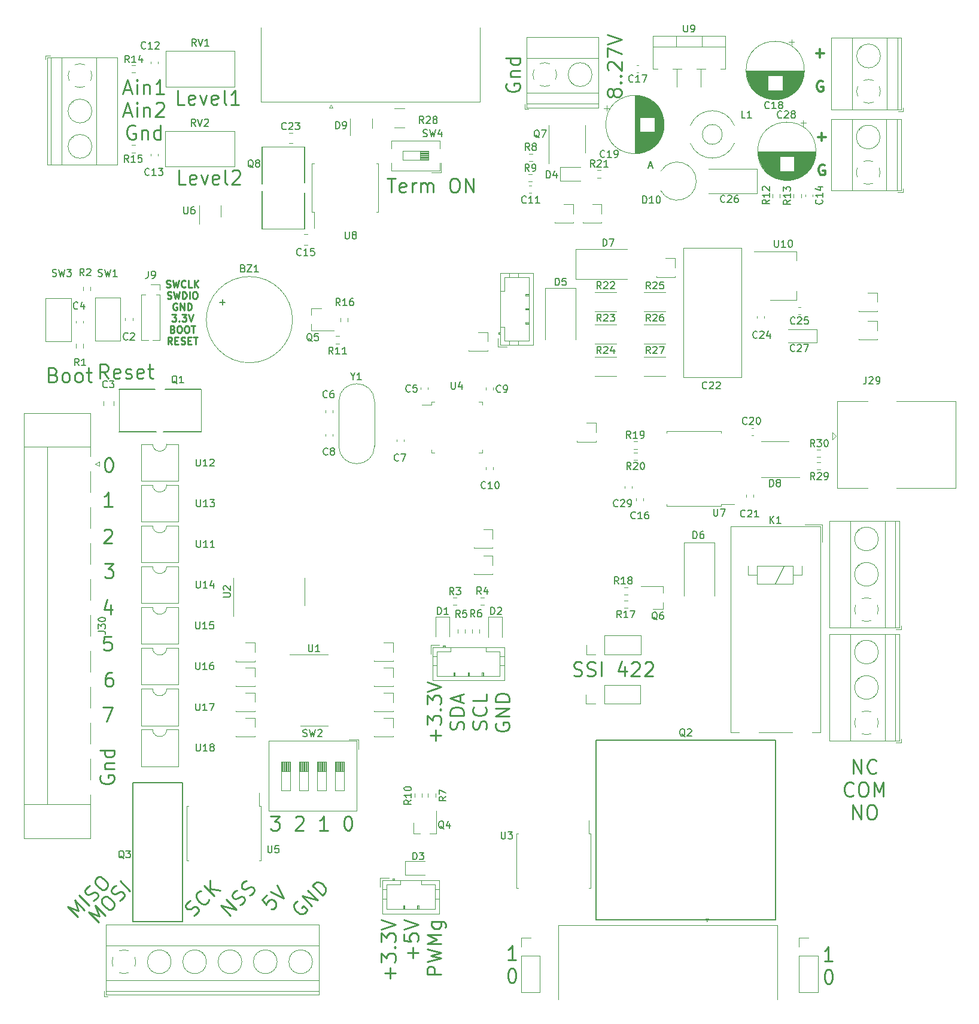
<source format=gbr>
%TF.GenerationSoftware,KiCad,Pcbnew,6.0.5*%
%TF.CreationDate,2022-09-27T17:44:27+03:00*%
%TF.ProjectId,stm32,73746d33-322e-46b6-9963-61645f706362,rev?*%
%TF.SameCoordinates,Original*%
%TF.FileFunction,Legend,Top*%
%TF.FilePolarity,Positive*%
%FSLAX46Y46*%
G04 Gerber Fmt 4.6, Leading zero omitted, Abs format (unit mm)*
G04 Created by KiCad (PCBNEW 6.0.5) date 2022-09-27 17:44:27*
%MOMM*%
%LPD*%
G01*
G04 APERTURE LIST*
%ADD10C,0.250000*%
%ADD11C,0.300000*%
%ADD12C,0.150000*%
%ADD13C,0.120000*%
G04 APERTURE END LIST*
D10*
X21453600Y-124475714D02*
X21358361Y-124666190D01*
X21358361Y-124951904D01*
X21453600Y-125237619D01*
X21644076Y-125428095D01*
X21834552Y-125523333D01*
X22215504Y-125618571D01*
X22501219Y-125618571D01*
X22882171Y-125523333D01*
X23072647Y-125428095D01*
X23263123Y-125237619D01*
X23358361Y-124951904D01*
X23358361Y-124761428D01*
X23263123Y-124475714D01*
X23167885Y-124380476D01*
X22501219Y-124380476D01*
X22501219Y-124761428D01*
X22025028Y-123523333D02*
X23358361Y-123523333D01*
X22215504Y-123523333D02*
X22120266Y-123428095D01*
X22025028Y-123237619D01*
X22025028Y-122951904D01*
X22120266Y-122761428D01*
X22310742Y-122666190D01*
X23358361Y-122666190D01*
X23358361Y-120856666D02*
X21358361Y-120856666D01*
X23263123Y-120856666D02*
X23358361Y-121047142D01*
X23358361Y-121428095D01*
X23263123Y-121618571D01*
X23167885Y-121713809D01*
X22977409Y-121809047D01*
X22405980Y-121809047D01*
X22215504Y-121713809D01*
X22120266Y-121618571D01*
X22025028Y-121428095D01*
X22025028Y-121047142D01*
X22120266Y-120856666D01*
X21786933Y-114830361D02*
X23120266Y-114830361D01*
X22263123Y-116830361D01*
X23037752Y-109851961D02*
X22656800Y-109851961D01*
X22466323Y-109947200D01*
X22371085Y-110042438D01*
X22180609Y-110328152D01*
X22085371Y-110709104D01*
X22085371Y-111471009D01*
X22180609Y-111661485D01*
X22275847Y-111756723D01*
X22466323Y-111851961D01*
X22847276Y-111851961D01*
X23037752Y-111756723D01*
X23132990Y-111661485D01*
X23228228Y-111471009D01*
X23228228Y-110994819D01*
X23132990Y-110804342D01*
X23037752Y-110709104D01*
X22847276Y-110613866D01*
X22466323Y-110613866D01*
X22275847Y-110709104D01*
X22180609Y-110804342D01*
X22085371Y-110994819D01*
X22929790Y-104771961D02*
X21977409Y-104771961D01*
X21882171Y-105724342D01*
X21977409Y-105629104D01*
X22167885Y-105533866D01*
X22644076Y-105533866D01*
X22834552Y-105629104D01*
X22929790Y-105724342D01*
X23025028Y-105914819D01*
X23025028Y-106391009D01*
X22929790Y-106581485D01*
X22834552Y-106676723D01*
X22644076Y-106771961D01*
X22167885Y-106771961D01*
X21977409Y-106676723D01*
X21882171Y-106581485D01*
X22885352Y-100307828D02*
X22885352Y-101641161D01*
X22409161Y-99545923D02*
X21932971Y-100974495D01*
X23171066Y-100974495D01*
X21990133Y-94510361D02*
X23228228Y-94510361D01*
X22561561Y-95272266D01*
X22847276Y-95272266D01*
X23037752Y-95367504D01*
X23132990Y-95462742D01*
X23228228Y-95653219D01*
X23228228Y-96129409D01*
X23132990Y-96319885D01*
X23037752Y-96415123D01*
X22847276Y-96510361D01*
X22275847Y-96510361D01*
X22085371Y-96415123D01*
X21990133Y-96319885D01*
X21932971Y-89824038D02*
X22028209Y-89728800D01*
X22218685Y-89633561D01*
X22694876Y-89633561D01*
X22885352Y-89728800D01*
X22980590Y-89824038D01*
X23075828Y-90014514D01*
X23075828Y-90204990D01*
X22980590Y-90490704D01*
X21837733Y-91633561D01*
X23075828Y-91633561D01*
X23126628Y-86401161D02*
X21983771Y-86401161D01*
X22555200Y-86401161D02*
X22555200Y-84401161D01*
X22364723Y-84686876D01*
X22174247Y-84877352D01*
X21983771Y-84972590D01*
X22510761Y-79524361D02*
X22701238Y-79524361D01*
X22891714Y-79619600D01*
X22986952Y-79714838D01*
X23082190Y-79905314D01*
X23177428Y-80286266D01*
X23177428Y-80762457D01*
X23082190Y-81143409D01*
X22986952Y-81333885D01*
X22891714Y-81429123D01*
X22701238Y-81524361D01*
X22510761Y-81524361D01*
X22320285Y-81429123D01*
X22225047Y-81333885D01*
X22129809Y-81143409D01*
X22034571Y-80762457D01*
X22034571Y-80286266D01*
X22129809Y-79905314D01*
X22225047Y-79714838D01*
X22320285Y-79619600D01*
X22510761Y-79524361D01*
X62422857Y-153138690D02*
X62422857Y-151614880D01*
X63184761Y-152376785D02*
X61660952Y-152376785D01*
X61184761Y-150852976D02*
X61184761Y-149614880D01*
X61946666Y-150281547D01*
X61946666Y-149995833D01*
X62041904Y-149805357D01*
X62137142Y-149710119D01*
X62327619Y-149614880D01*
X62803809Y-149614880D01*
X62994285Y-149710119D01*
X63089523Y-149805357D01*
X63184761Y-149995833D01*
X63184761Y-150567261D01*
X63089523Y-150757738D01*
X62994285Y-150852976D01*
X62994285Y-148757738D02*
X63089523Y-148662500D01*
X63184761Y-148757738D01*
X63089523Y-148852976D01*
X62994285Y-148757738D01*
X63184761Y-148757738D01*
X61184761Y-147995833D02*
X61184761Y-146757738D01*
X61946666Y-147424404D01*
X61946666Y-147138690D01*
X62041904Y-146948214D01*
X62137142Y-146852976D01*
X62327619Y-146757738D01*
X62803809Y-146757738D01*
X62994285Y-146852976D01*
X63089523Y-146948214D01*
X63184761Y-147138690D01*
X63184761Y-147710119D01*
X63089523Y-147900595D01*
X62994285Y-147995833D01*
X61184761Y-146186309D02*
X63184761Y-145519642D01*
X61184761Y-144852976D01*
X65642857Y-150281547D02*
X65642857Y-148757738D01*
X66404761Y-149519642D02*
X64880952Y-149519642D01*
X64404761Y-146852976D02*
X64404761Y-147805357D01*
X65357142Y-147900595D01*
X65261904Y-147805357D01*
X65166666Y-147614880D01*
X65166666Y-147138690D01*
X65261904Y-146948214D01*
X65357142Y-146852976D01*
X65547619Y-146757738D01*
X66023809Y-146757738D01*
X66214285Y-146852976D01*
X66309523Y-146948214D01*
X66404761Y-147138690D01*
X66404761Y-147614880D01*
X66309523Y-147805357D01*
X66214285Y-147900595D01*
X64404761Y-146186309D02*
X66404761Y-145519642D01*
X64404761Y-144852976D01*
X69624761Y-152567261D02*
X67624761Y-152567261D01*
X67624761Y-151805357D01*
X67720000Y-151614880D01*
X67815238Y-151519642D01*
X68005714Y-151424404D01*
X68291428Y-151424404D01*
X68481904Y-151519642D01*
X68577142Y-151614880D01*
X68672380Y-151805357D01*
X68672380Y-152567261D01*
X67624761Y-150757738D02*
X69624761Y-150281547D01*
X68196190Y-149900595D01*
X69624761Y-149519642D01*
X67624761Y-149043452D01*
X69624761Y-148281547D02*
X67624761Y-148281547D01*
X69053333Y-147614880D01*
X67624761Y-146948214D01*
X69624761Y-146948214D01*
X68291428Y-145138690D02*
X69910476Y-145138690D01*
X70100952Y-145233928D01*
X70196190Y-145329166D01*
X70291428Y-145519642D01*
X70291428Y-145805357D01*
X70196190Y-145995833D01*
X69529523Y-145138690D02*
X69624761Y-145329166D01*
X69624761Y-145710119D01*
X69529523Y-145900595D01*
X69434285Y-145995833D01*
X69243809Y-146091071D01*
X68672380Y-146091071D01*
X68481904Y-145995833D01*
X68386666Y-145900595D01*
X68291428Y-145710119D01*
X68291428Y-145329166D01*
X68386666Y-145138690D01*
X68877857Y-119517600D02*
X68877857Y-117993790D01*
X69639761Y-118755695D02*
X68115952Y-118755695D01*
X67639761Y-117231885D02*
X67639761Y-115993790D01*
X68401666Y-116660457D01*
X68401666Y-116374742D01*
X68496904Y-116184266D01*
X68592142Y-116089028D01*
X68782619Y-115993790D01*
X69258809Y-115993790D01*
X69449285Y-116089028D01*
X69544523Y-116184266D01*
X69639761Y-116374742D01*
X69639761Y-116946171D01*
X69544523Y-117136647D01*
X69449285Y-117231885D01*
X69449285Y-115136647D02*
X69544523Y-115041409D01*
X69639761Y-115136647D01*
X69544523Y-115231885D01*
X69449285Y-115136647D01*
X69639761Y-115136647D01*
X67639761Y-114374742D02*
X67639761Y-113136647D01*
X68401666Y-113803314D01*
X68401666Y-113517600D01*
X68496904Y-113327123D01*
X68592142Y-113231885D01*
X68782619Y-113136647D01*
X69258809Y-113136647D01*
X69449285Y-113231885D01*
X69544523Y-113327123D01*
X69639761Y-113517600D01*
X69639761Y-114089028D01*
X69544523Y-114279504D01*
X69449285Y-114374742D01*
X67639761Y-112565219D02*
X69639761Y-111898552D01*
X67639761Y-111231885D01*
X72764523Y-117946171D02*
X72859761Y-117660457D01*
X72859761Y-117184266D01*
X72764523Y-116993790D01*
X72669285Y-116898552D01*
X72478809Y-116803314D01*
X72288333Y-116803314D01*
X72097857Y-116898552D01*
X72002619Y-116993790D01*
X71907380Y-117184266D01*
X71812142Y-117565219D01*
X71716904Y-117755695D01*
X71621666Y-117850933D01*
X71431190Y-117946171D01*
X71240714Y-117946171D01*
X71050238Y-117850933D01*
X70955000Y-117755695D01*
X70859761Y-117565219D01*
X70859761Y-117089028D01*
X70955000Y-116803314D01*
X72859761Y-115946171D02*
X70859761Y-115946171D01*
X70859761Y-115469980D01*
X70955000Y-115184266D01*
X71145476Y-114993790D01*
X71335952Y-114898552D01*
X71716904Y-114803314D01*
X72002619Y-114803314D01*
X72383571Y-114898552D01*
X72574047Y-114993790D01*
X72764523Y-115184266D01*
X72859761Y-115469980D01*
X72859761Y-115946171D01*
X72288333Y-114041409D02*
X72288333Y-113089028D01*
X72859761Y-114231885D02*
X70859761Y-113565219D01*
X72859761Y-112898552D01*
X75984523Y-117898552D02*
X76079761Y-117612838D01*
X76079761Y-117136647D01*
X75984523Y-116946171D01*
X75889285Y-116850933D01*
X75698809Y-116755695D01*
X75508333Y-116755695D01*
X75317857Y-116850933D01*
X75222619Y-116946171D01*
X75127380Y-117136647D01*
X75032142Y-117517600D01*
X74936904Y-117708076D01*
X74841666Y-117803314D01*
X74651190Y-117898552D01*
X74460714Y-117898552D01*
X74270238Y-117803314D01*
X74175000Y-117708076D01*
X74079761Y-117517600D01*
X74079761Y-117041409D01*
X74175000Y-116755695D01*
X75889285Y-114755695D02*
X75984523Y-114850933D01*
X76079761Y-115136647D01*
X76079761Y-115327123D01*
X75984523Y-115612838D01*
X75794047Y-115803314D01*
X75603571Y-115898552D01*
X75222619Y-115993790D01*
X74936904Y-115993790D01*
X74555952Y-115898552D01*
X74365476Y-115803314D01*
X74175000Y-115612838D01*
X74079761Y-115327123D01*
X74079761Y-115136647D01*
X74175000Y-114850933D01*
X74270238Y-114755695D01*
X76079761Y-112946171D02*
X76079761Y-113898552D01*
X74079761Y-113898552D01*
X77395000Y-117041409D02*
X77299761Y-117231885D01*
X77299761Y-117517600D01*
X77395000Y-117803314D01*
X77585476Y-117993790D01*
X77775952Y-118089028D01*
X78156904Y-118184266D01*
X78442619Y-118184266D01*
X78823571Y-118089028D01*
X79014047Y-117993790D01*
X79204523Y-117803314D01*
X79299761Y-117517600D01*
X79299761Y-117327123D01*
X79204523Y-117041409D01*
X79109285Y-116946171D01*
X78442619Y-116946171D01*
X78442619Y-117327123D01*
X79299761Y-116089028D02*
X77299761Y-116089028D01*
X79299761Y-114946171D01*
X77299761Y-114946171D01*
X79299761Y-113993790D02*
X77299761Y-113993790D01*
X77299761Y-113517600D01*
X77395000Y-113231885D01*
X77585476Y-113041409D01*
X77775952Y-112946171D01*
X78156904Y-112850933D01*
X78442619Y-112850933D01*
X78823571Y-112946171D01*
X79014047Y-113041409D01*
X79204523Y-113231885D01*
X79299761Y-113517600D01*
X79299761Y-113993790D01*
X49330197Y-142217389D02*
X49128166Y-142284732D01*
X48926136Y-142486763D01*
X48791449Y-142756137D01*
X48791449Y-143025511D01*
X48858792Y-143227541D01*
X49060823Y-143564259D01*
X49262853Y-143766289D01*
X49599571Y-143968320D01*
X49801601Y-144035663D01*
X50070975Y-144035663D01*
X50340349Y-143900976D01*
X50475036Y-143766289D01*
X50609723Y-143496915D01*
X50609723Y-143362228D01*
X50138319Y-142890824D01*
X49868945Y-143160198D01*
X51350502Y-142890824D02*
X49936288Y-141476610D01*
X52158624Y-142082702D01*
X50744410Y-140668488D01*
X52832059Y-141409267D02*
X51417845Y-139995053D01*
X51754563Y-139658336D01*
X52023937Y-139523649D01*
X52293311Y-139523649D01*
X52495341Y-139590992D01*
X52832059Y-139793023D01*
X53034089Y-139995053D01*
X53236120Y-140331771D01*
X53303463Y-140533801D01*
X53303463Y-140803175D01*
X53168776Y-141072549D01*
X52832059Y-141409267D01*
X44990975Y-141341923D02*
X44317540Y-142015358D01*
X44923632Y-142756137D01*
X44923632Y-142621450D01*
X44990975Y-142419419D01*
X45327693Y-142082702D01*
X45529723Y-142015358D01*
X45664410Y-142015358D01*
X45866441Y-142082702D01*
X46203158Y-142419419D01*
X46270502Y-142621450D01*
X46270502Y-142756137D01*
X46203158Y-142958167D01*
X45866441Y-143294885D01*
X45664410Y-143362228D01*
X45529723Y-143362228D01*
X45462380Y-140870519D02*
X47347998Y-141813328D01*
X46405189Y-139927710D01*
X39843632Y-144237694D02*
X38429418Y-142823480D01*
X40651754Y-143429572D01*
X39237540Y-142015358D01*
X41190502Y-142756137D02*
X41459876Y-142621450D01*
X41796593Y-142284732D01*
X41863937Y-142082702D01*
X41863937Y-141948015D01*
X41796593Y-141745984D01*
X41661906Y-141611297D01*
X41459876Y-141543954D01*
X41325189Y-141543954D01*
X41123158Y-141611297D01*
X40786441Y-141813328D01*
X40584410Y-141880671D01*
X40449723Y-141880671D01*
X40247693Y-141813328D01*
X40113006Y-141678641D01*
X40045662Y-141476610D01*
X40045662Y-141341923D01*
X40113006Y-141139893D01*
X40449723Y-140803175D01*
X40719097Y-140668488D01*
X42537372Y-141409267D02*
X42806746Y-141274580D01*
X43143463Y-140937862D01*
X43210807Y-140735832D01*
X43210807Y-140601145D01*
X43143463Y-140399114D01*
X43008776Y-140264427D01*
X42806746Y-140197084D01*
X42672059Y-140197084D01*
X42470028Y-140264427D01*
X42133311Y-140466458D01*
X41931280Y-140533801D01*
X41796593Y-140533801D01*
X41594563Y-140466458D01*
X41459876Y-140331771D01*
X41392532Y-140129740D01*
X41392532Y-139995053D01*
X41459876Y-139793023D01*
X41796593Y-139456305D01*
X42065967Y-139321618D01*
X34628945Y-144237694D02*
X34898319Y-144103007D01*
X35235036Y-143766289D01*
X35302380Y-143564259D01*
X35302380Y-143429572D01*
X35235036Y-143227541D01*
X35100349Y-143092854D01*
X34898319Y-143025511D01*
X34763632Y-143025511D01*
X34561601Y-143092854D01*
X34224884Y-143294885D01*
X34022853Y-143362228D01*
X33888166Y-143362228D01*
X33686136Y-143294885D01*
X33551449Y-143160198D01*
X33484105Y-142958167D01*
X33484105Y-142823480D01*
X33551449Y-142621450D01*
X33888166Y-142284732D01*
X34157540Y-142150045D01*
X36783937Y-141948015D02*
X36783937Y-142082702D01*
X36649250Y-142352076D01*
X36514563Y-142486763D01*
X36245189Y-142621450D01*
X35975815Y-142621450D01*
X35773784Y-142554106D01*
X35437067Y-142352076D01*
X35235036Y-142150045D01*
X35033006Y-141813328D01*
X34965662Y-141611297D01*
X34965662Y-141341923D01*
X35100349Y-141072549D01*
X35235036Y-140937862D01*
X35504410Y-140803175D01*
X35639097Y-140803175D01*
X37524715Y-141476610D02*
X36110502Y-140062397D01*
X38332837Y-140668488D02*
X36918624Y-140466458D01*
X36918624Y-139254275D02*
X36918624Y-140870519D01*
X21175827Y-145203698D02*
X19761614Y-143789485D01*
X21243171Y-144328233D01*
X20704423Y-142846676D01*
X22118636Y-144260889D01*
X21647232Y-141903867D02*
X21916606Y-141634493D01*
X22118636Y-141567149D01*
X22388010Y-141567149D01*
X22724728Y-141769180D01*
X23196132Y-142240584D01*
X23398163Y-142577302D01*
X23398163Y-142846676D01*
X23330819Y-143048706D01*
X23061445Y-143318080D01*
X22859415Y-143385424D01*
X22590041Y-143385424D01*
X22253323Y-143183393D01*
X21781919Y-142711989D01*
X21579888Y-142375271D01*
X21579888Y-142105897D01*
X21647232Y-141903867D01*
X24138941Y-142105897D02*
X24408315Y-141971210D01*
X24745033Y-141634493D01*
X24812376Y-141432462D01*
X24812376Y-141297775D01*
X24745033Y-141095745D01*
X24610346Y-140961058D01*
X24408315Y-140893714D01*
X24273628Y-140893714D01*
X24071598Y-140961058D01*
X23734880Y-141163088D01*
X23532850Y-141230432D01*
X23398163Y-141230432D01*
X23196132Y-141163088D01*
X23061445Y-141028401D01*
X22994102Y-140826371D01*
X22994102Y-140691684D01*
X23061445Y-140489653D01*
X23398163Y-140152936D01*
X23667537Y-140018249D01*
X25620498Y-140759027D02*
X24206285Y-139344814D01*
X18229427Y-144441698D02*
X16815214Y-143027485D01*
X18296771Y-143566233D01*
X17758023Y-142084676D01*
X19172236Y-143498889D01*
X19845671Y-142825454D02*
X18431458Y-141411241D01*
X20384419Y-142152019D02*
X20653793Y-142017332D01*
X20990511Y-141680615D01*
X21057854Y-141478584D01*
X21057854Y-141343897D01*
X20990511Y-141141867D01*
X20855824Y-141007180D01*
X20653793Y-140939836D01*
X20519106Y-140939836D01*
X20317076Y-141007180D01*
X19980358Y-141209210D01*
X19778328Y-141276554D01*
X19643641Y-141276554D01*
X19441610Y-141209210D01*
X19306923Y-141074523D01*
X19239580Y-140872493D01*
X19239580Y-140737806D01*
X19306923Y-140535775D01*
X19643641Y-140199058D01*
X19913015Y-140064371D01*
X20721137Y-139121562D02*
X20990511Y-138852188D01*
X21192541Y-138784844D01*
X21461915Y-138784844D01*
X21798633Y-138986875D01*
X22270037Y-139458279D01*
X22472068Y-139794997D01*
X22472068Y-140064371D01*
X22404724Y-140266401D01*
X22135350Y-140535775D01*
X21933320Y-140603119D01*
X21663946Y-140603119D01*
X21327228Y-140401088D01*
X20855824Y-139929684D01*
X20653793Y-139592966D01*
X20653793Y-139323592D01*
X20721137Y-139121562D01*
X22517409Y-68316361D02*
X21850742Y-67363980D01*
X21374552Y-68316361D02*
X21374552Y-66316361D01*
X22136457Y-66316361D01*
X22326933Y-66411600D01*
X22422171Y-66506838D01*
X22517409Y-66697314D01*
X22517409Y-66983028D01*
X22422171Y-67173504D01*
X22326933Y-67268742D01*
X22136457Y-67363980D01*
X21374552Y-67363980D01*
X24136457Y-68221123D02*
X23945980Y-68316361D01*
X23565028Y-68316361D01*
X23374552Y-68221123D01*
X23279314Y-68030647D01*
X23279314Y-67268742D01*
X23374552Y-67078266D01*
X23565028Y-66983028D01*
X23945980Y-66983028D01*
X24136457Y-67078266D01*
X24231695Y-67268742D01*
X24231695Y-67459219D01*
X23279314Y-67649695D01*
X24993599Y-68221123D02*
X25184076Y-68316361D01*
X25565028Y-68316361D01*
X25755504Y-68221123D01*
X25850742Y-68030647D01*
X25850742Y-67935409D01*
X25755504Y-67744933D01*
X25565028Y-67649695D01*
X25279314Y-67649695D01*
X25088838Y-67554457D01*
X24993599Y-67363980D01*
X24993599Y-67268742D01*
X25088838Y-67078266D01*
X25279314Y-66983028D01*
X25565028Y-66983028D01*
X25755504Y-67078266D01*
X27469790Y-68221123D02*
X27279314Y-68316361D01*
X26898361Y-68316361D01*
X26707885Y-68221123D01*
X26612647Y-68030647D01*
X26612647Y-67268742D01*
X26707885Y-67078266D01*
X26898361Y-66983028D01*
X27279314Y-66983028D01*
X27469790Y-67078266D01*
X27565028Y-67268742D01*
X27565028Y-67459219D01*
X26612647Y-67649695D01*
X28136457Y-66983028D02*
X28898361Y-66983028D01*
X28422171Y-66316361D02*
X28422171Y-68030647D01*
X28517409Y-68221123D01*
X28707885Y-68316361D01*
X28898361Y-68316361D01*
X14779904Y-67776742D02*
X15065619Y-67871980D01*
X15160857Y-67967219D01*
X15256095Y-68157695D01*
X15256095Y-68443409D01*
X15160857Y-68633885D01*
X15065619Y-68729123D01*
X14875142Y-68824361D01*
X14113238Y-68824361D01*
X14113238Y-66824361D01*
X14779904Y-66824361D01*
X14970380Y-66919600D01*
X15065619Y-67014838D01*
X15160857Y-67205314D01*
X15160857Y-67395790D01*
X15065619Y-67586266D01*
X14970380Y-67681504D01*
X14779904Y-67776742D01*
X14113238Y-67776742D01*
X16398952Y-68824361D02*
X16208476Y-68729123D01*
X16113238Y-68633885D01*
X16018000Y-68443409D01*
X16018000Y-67871980D01*
X16113238Y-67681504D01*
X16208476Y-67586266D01*
X16398952Y-67491028D01*
X16684666Y-67491028D01*
X16875142Y-67586266D01*
X16970380Y-67681504D01*
X17065619Y-67871980D01*
X17065619Y-68443409D01*
X16970380Y-68633885D01*
X16875142Y-68729123D01*
X16684666Y-68824361D01*
X16398952Y-68824361D01*
X18208476Y-68824361D02*
X18018000Y-68729123D01*
X17922761Y-68633885D01*
X17827523Y-68443409D01*
X17827523Y-67871980D01*
X17922761Y-67681504D01*
X18018000Y-67586266D01*
X18208476Y-67491028D01*
X18494190Y-67491028D01*
X18684666Y-67586266D01*
X18779904Y-67681504D01*
X18875142Y-67871980D01*
X18875142Y-68443409D01*
X18779904Y-68633885D01*
X18684666Y-68729123D01*
X18494190Y-68824361D01*
X18208476Y-68824361D01*
X19446571Y-67491028D02*
X20208476Y-67491028D01*
X19732285Y-66824361D02*
X19732285Y-68538647D01*
X19827523Y-68729123D01*
X20018000Y-68824361D01*
X20208476Y-68824361D01*
X30738095Y-55379761D02*
X30880952Y-55427380D01*
X31119047Y-55427380D01*
X31214285Y-55379761D01*
X31261904Y-55332142D01*
X31309523Y-55236904D01*
X31309523Y-55141666D01*
X31261904Y-55046428D01*
X31214285Y-54998809D01*
X31119047Y-54951190D01*
X30928571Y-54903571D01*
X30833333Y-54855952D01*
X30785714Y-54808333D01*
X30738095Y-54713095D01*
X30738095Y-54617857D01*
X30785714Y-54522619D01*
X30833333Y-54475000D01*
X30928571Y-54427380D01*
X31166666Y-54427380D01*
X31309523Y-54475000D01*
X31642857Y-54427380D02*
X31880952Y-55427380D01*
X32071428Y-54713095D01*
X32261904Y-55427380D01*
X32500000Y-54427380D01*
X33452380Y-55332142D02*
X33404761Y-55379761D01*
X33261904Y-55427380D01*
X33166666Y-55427380D01*
X33023809Y-55379761D01*
X32928571Y-55284523D01*
X32880952Y-55189285D01*
X32833333Y-54998809D01*
X32833333Y-54855952D01*
X32880952Y-54665476D01*
X32928571Y-54570238D01*
X33023809Y-54475000D01*
X33166666Y-54427380D01*
X33261904Y-54427380D01*
X33404761Y-54475000D01*
X33452380Y-54522619D01*
X34357142Y-55427380D02*
X33880952Y-55427380D01*
X33880952Y-54427380D01*
X34690476Y-55427380D02*
X34690476Y-54427380D01*
X35261904Y-55427380D02*
X34833333Y-54855952D01*
X35261904Y-54427380D02*
X34690476Y-54998809D01*
X30880952Y-56989761D02*
X31023809Y-57037380D01*
X31261904Y-57037380D01*
X31357142Y-56989761D01*
X31404761Y-56942142D01*
X31452380Y-56846904D01*
X31452380Y-56751666D01*
X31404761Y-56656428D01*
X31357142Y-56608809D01*
X31261904Y-56561190D01*
X31071428Y-56513571D01*
X30976190Y-56465952D01*
X30928571Y-56418333D01*
X30880952Y-56323095D01*
X30880952Y-56227857D01*
X30928571Y-56132619D01*
X30976190Y-56085000D01*
X31071428Y-56037380D01*
X31309523Y-56037380D01*
X31452380Y-56085000D01*
X31785714Y-56037380D02*
X32023809Y-57037380D01*
X32214285Y-56323095D01*
X32404761Y-57037380D01*
X32642857Y-56037380D01*
X33023809Y-57037380D02*
X33023809Y-56037380D01*
X33261904Y-56037380D01*
X33404761Y-56085000D01*
X33500000Y-56180238D01*
X33547619Y-56275476D01*
X33595238Y-56465952D01*
X33595238Y-56608809D01*
X33547619Y-56799285D01*
X33500000Y-56894523D01*
X33404761Y-56989761D01*
X33261904Y-57037380D01*
X33023809Y-57037380D01*
X34023809Y-57037380D02*
X34023809Y-56037380D01*
X34690476Y-56037380D02*
X34880952Y-56037380D01*
X34976190Y-56085000D01*
X35071428Y-56180238D01*
X35119047Y-56370714D01*
X35119047Y-56704047D01*
X35071428Y-56894523D01*
X34976190Y-56989761D01*
X34880952Y-57037380D01*
X34690476Y-57037380D01*
X34595238Y-56989761D01*
X34500000Y-56894523D01*
X34452380Y-56704047D01*
X34452380Y-56370714D01*
X34500000Y-56180238D01*
X34595238Y-56085000D01*
X34690476Y-56037380D01*
X32238095Y-57695000D02*
X32142857Y-57647380D01*
X32000000Y-57647380D01*
X31857142Y-57695000D01*
X31761904Y-57790238D01*
X31714285Y-57885476D01*
X31666666Y-58075952D01*
X31666666Y-58218809D01*
X31714285Y-58409285D01*
X31761904Y-58504523D01*
X31857142Y-58599761D01*
X32000000Y-58647380D01*
X32095238Y-58647380D01*
X32238095Y-58599761D01*
X32285714Y-58552142D01*
X32285714Y-58218809D01*
X32095238Y-58218809D01*
X32714285Y-58647380D02*
X32714285Y-57647380D01*
X33285714Y-58647380D01*
X33285714Y-57647380D01*
X33761904Y-58647380D02*
X33761904Y-57647380D01*
X34000000Y-57647380D01*
X34142857Y-57695000D01*
X34238095Y-57790238D01*
X34285714Y-57885476D01*
X34333333Y-58075952D01*
X34333333Y-58218809D01*
X34285714Y-58409285D01*
X34238095Y-58504523D01*
X34142857Y-58599761D01*
X34000000Y-58647380D01*
X33761904Y-58647380D01*
X31523809Y-59257380D02*
X32142857Y-59257380D01*
X31809523Y-59638333D01*
X31952380Y-59638333D01*
X32047619Y-59685952D01*
X32095238Y-59733571D01*
X32142857Y-59828809D01*
X32142857Y-60066904D01*
X32095238Y-60162142D01*
X32047619Y-60209761D01*
X31952380Y-60257380D01*
X31666666Y-60257380D01*
X31571428Y-60209761D01*
X31523809Y-60162142D01*
X32571428Y-60162142D02*
X32619047Y-60209761D01*
X32571428Y-60257380D01*
X32523809Y-60209761D01*
X32571428Y-60162142D01*
X32571428Y-60257380D01*
X32952380Y-59257380D02*
X33571428Y-59257380D01*
X33238095Y-59638333D01*
X33380952Y-59638333D01*
X33476190Y-59685952D01*
X33523809Y-59733571D01*
X33571428Y-59828809D01*
X33571428Y-60066904D01*
X33523809Y-60162142D01*
X33476190Y-60209761D01*
X33380952Y-60257380D01*
X33095238Y-60257380D01*
X33000000Y-60209761D01*
X32952380Y-60162142D01*
X33857142Y-59257380D02*
X34190476Y-60257380D01*
X34523809Y-59257380D01*
X31642857Y-61343571D02*
X31785714Y-61391190D01*
X31833333Y-61438809D01*
X31880952Y-61534047D01*
X31880952Y-61676904D01*
X31833333Y-61772142D01*
X31785714Y-61819761D01*
X31690476Y-61867380D01*
X31309523Y-61867380D01*
X31309523Y-60867380D01*
X31642857Y-60867380D01*
X31738095Y-60915000D01*
X31785714Y-60962619D01*
X31833333Y-61057857D01*
X31833333Y-61153095D01*
X31785714Y-61248333D01*
X31738095Y-61295952D01*
X31642857Y-61343571D01*
X31309523Y-61343571D01*
X32500000Y-60867380D02*
X32690476Y-60867380D01*
X32785714Y-60915000D01*
X32880952Y-61010238D01*
X32928571Y-61200714D01*
X32928571Y-61534047D01*
X32880952Y-61724523D01*
X32785714Y-61819761D01*
X32690476Y-61867380D01*
X32500000Y-61867380D01*
X32404761Y-61819761D01*
X32309523Y-61724523D01*
X32261904Y-61534047D01*
X32261904Y-61200714D01*
X32309523Y-61010238D01*
X32404761Y-60915000D01*
X32500000Y-60867380D01*
X33547619Y-60867380D02*
X33738095Y-60867380D01*
X33833333Y-60915000D01*
X33928571Y-61010238D01*
X33976190Y-61200714D01*
X33976190Y-61534047D01*
X33928571Y-61724523D01*
X33833333Y-61819761D01*
X33738095Y-61867380D01*
X33547619Y-61867380D01*
X33452380Y-61819761D01*
X33357142Y-61724523D01*
X33309523Y-61534047D01*
X33309523Y-61200714D01*
X33357142Y-61010238D01*
X33452380Y-60915000D01*
X33547619Y-60867380D01*
X34261904Y-60867380D02*
X34833333Y-60867380D01*
X34547619Y-61867380D02*
X34547619Y-60867380D01*
X31547619Y-63477380D02*
X31214285Y-63001190D01*
X30976190Y-63477380D02*
X30976190Y-62477380D01*
X31357142Y-62477380D01*
X31452380Y-62525000D01*
X31500000Y-62572619D01*
X31547619Y-62667857D01*
X31547619Y-62810714D01*
X31500000Y-62905952D01*
X31452380Y-62953571D01*
X31357142Y-63001190D01*
X30976190Y-63001190D01*
X31976190Y-62953571D02*
X32309523Y-62953571D01*
X32452380Y-63477380D02*
X31976190Y-63477380D01*
X31976190Y-62477380D01*
X32452380Y-62477380D01*
X32833333Y-63429761D02*
X32976190Y-63477380D01*
X33214285Y-63477380D01*
X33309523Y-63429761D01*
X33357142Y-63382142D01*
X33404761Y-63286904D01*
X33404761Y-63191666D01*
X33357142Y-63096428D01*
X33309523Y-63048809D01*
X33214285Y-63001190D01*
X33023809Y-62953571D01*
X32928571Y-62905952D01*
X32880952Y-62858333D01*
X32833333Y-62763095D01*
X32833333Y-62667857D01*
X32880952Y-62572619D01*
X32928571Y-62525000D01*
X33023809Y-62477380D01*
X33261904Y-62477380D01*
X33404761Y-62525000D01*
X33833333Y-62953571D02*
X34166666Y-62953571D01*
X34309523Y-63477380D02*
X33833333Y-63477380D01*
X33833333Y-62477380D01*
X34309523Y-62477380D01*
X34595238Y-62477380D02*
X35166666Y-62477380D01*
X34880952Y-63477380D02*
X34880952Y-62477380D01*
X127928571Y-124184761D02*
X127928571Y-122184761D01*
X129071428Y-124184761D01*
X129071428Y-122184761D01*
X131166666Y-123994285D02*
X131071428Y-124089523D01*
X130785714Y-124184761D01*
X130595238Y-124184761D01*
X130309523Y-124089523D01*
X130119047Y-123899047D01*
X130023809Y-123708571D01*
X129928571Y-123327619D01*
X129928571Y-123041904D01*
X130023809Y-122660952D01*
X130119047Y-122470476D01*
X130309523Y-122280000D01*
X130595238Y-122184761D01*
X130785714Y-122184761D01*
X131071428Y-122280000D01*
X131166666Y-122375238D01*
X127928571Y-127214285D02*
X127833333Y-127309523D01*
X127547619Y-127404761D01*
X127357142Y-127404761D01*
X127071428Y-127309523D01*
X126880952Y-127119047D01*
X126785714Y-126928571D01*
X126690476Y-126547619D01*
X126690476Y-126261904D01*
X126785714Y-125880952D01*
X126880952Y-125690476D01*
X127071428Y-125500000D01*
X127357142Y-125404761D01*
X127547619Y-125404761D01*
X127833333Y-125500000D01*
X127928571Y-125595238D01*
X129166666Y-125404761D02*
X129547619Y-125404761D01*
X129738095Y-125500000D01*
X129928571Y-125690476D01*
X130023809Y-126071428D01*
X130023809Y-126738095D01*
X129928571Y-127119047D01*
X129738095Y-127309523D01*
X129547619Y-127404761D01*
X129166666Y-127404761D01*
X128976190Y-127309523D01*
X128785714Y-127119047D01*
X128690476Y-126738095D01*
X128690476Y-126071428D01*
X128785714Y-125690476D01*
X128976190Y-125500000D01*
X129166666Y-125404761D01*
X130880952Y-127404761D02*
X130880952Y-125404761D01*
X131547619Y-126833333D01*
X132214285Y-125404761D01*
X132214285Y-127404761D01*
X127880952Y-130624761D02*
X127880952Y-128624761D01*
X129023809Y-130624761D01*
X129023809Y-128624761D01*
X130357142Y-128624761D02*
X130738095Y-128624761D01*
X130928571Y-128720000D01*
X131119047Y-128910476D01*
X131214285Y-129291428D01*
X131214285Y-129958095D01*
X131119047Y-130339047D01*
X130928571Y-130529523D01*
X130738095Y-130624761D01*
X130357142Y-130624761D01*
X130166666Y-130529523D01*
X129976190Y-130339047D01*
X129880952Y-129958095D01*
X129880952Y-129291428D01*
X129976190Y-128910476D01*
X130166666Y-128720000D01*
X130357142Y-128624761D01*
X33466466Y-40862561D02*
X32514085Y-40862561D01*
X32514085Y-38862561D01*
X34895038Y-40767323D02*
X34704561Y-40862561D01*
X34323609Y-40862561D01*
X34133133Y-40767323D01*
X34037895Y-40576847D01*
X34037895Y-39814942D01*
X34133133Y-39624466D01*
X34323609Y-39529228D01*
X34704561Y-39529228D01*
X34895038Y-39624466D01*
X34990276Y-39814942D01*
X34990276Y-40005419D01*
X34037895Y-40195895D01*
X35656942Y-39529228D02*
X36133133Y-40862561D01*
X36609323Y-39529228D01*
X38133133Y-40767323D02*
X37942657Y-40862561D01*
X37561704Y-40862561D01*
X37371228Y-40767323D01*
X37275990Y-40576847D01*
X37275990Y-39814942D01*
X37371228Y-39624466D01*
X37561704Y-39529228D01*
X37942657Y-39529228D01*
X38133133Y-39624466D01*
X38228371Y-39814942D01*
X38228371Y-40005419D01*
X37275990Y-40195895D01*
X39371228Y-40862561D02*
X39180752Y-40767323D01*
X39085514Y-40576847D01*
X39085514Y-38862561D01*
X40037895Y-39053038D02*
X40133133Y-38957800D01*
X40323609Y-38862561D01*
X40799800Y-38862561D01*
X40990276Y-38957800D01*
X41085514Y-39053038D01*
X41180752Y-39243514D01*
X41180752Y-39433990D01*
X41085514Y-39719704D01*
X39942657Y-40862561D01*
X41180752Y-40862561D01*
X33314066Y-29584961D02*
X32361685Y-29584961D01*
X32361685Y-27584961D01*
X34742638Y-29489723D02*
X34552161Y-29584961D01*
X34171209Y-29584961D01*
X33980733Y-29489723D01*
X33885495Y-29299247D01*
X33885495Y-28537342D01*
X33980733Y-28346866D01*
X34171209Y-28251628D01*
X34552161Y-28251628D01*
X34742638Y-28346866D01*
X34837876Y-28537342D01*
X34837876Y-28727819D01*
X33885495Y-28918295D01*
X35504542Y-28251628D02*
X35980733Y-29584961D01*
X36456923Y-28251628D01*
X37980733Y-29489723D02*
X37790257Y-29584961D01*
X37409304Y-29584961D01*
X37218828Y-29489723D01*
X37123590Y-29299247D01*
X37123590Y-28537342D01*
X37218828Y-28346866D01*
X37409304Y-28251628D01*
X37790257Y-28251628D01*
X37980733Y-28346866D01*
X38075971Y-28537342D01*
X38075971Y-28727819D01*
X37123590Y-28918295D01*
X39218828Y-29584961D02*
X39028352Y-29489723D01*
X38933114Y-29299247D01*
X38933114Y-27584961D01*
X41028352Y-29584961D02*
X39885495Y-29584961D01*
X40456923Y-29584961D02*
X40456923Y-27584961D01*
X40266447Y-27870676D01*
X40075971Y-28061152D01*
X39885495Y-28156390D01*
X24795476Y-27495333D02*
X25747857Y-27495333D01*
X24605000Y-28066761D02*
X25271666Y-26066761D01*
X25938333Y-28066761D01*
X26605000Y-28066761D02*
X26605000Y-26733428D01*
X26605000Y-26066761D02*
X26509761Y-26162000D01*
X26605000Y-26257238D01*
X26700238Y-26162000D01*
X26605000Y-26066761D01*
X26605000Y-26257238D01*
X27557380Y-26733428D02*
X27557380Y-28066761D01*
X27557380Y-26923904D02*
X27652619Y-26828666D01*
X27843095Y-26733428D01*
X28128809Y-26733428D01*
X28319285Y-26828666D01*
X28414523Y-27019142D01*
X28414523Y-28066761D01*
X30414523Y-28066761D02*
X29271666Y-28066761D01*
X29843095Y-28066761D02*
X29843095Y-26066761D01*
X29652619Y-26352476D01*
X29462142Y-26542952D01*
X29271666Y-26638190D01*
X24795476Y-30715333D02*
X25747857Y-30715333D01*
X24605000Y-31286761D02*
X25271666Y-29286761D01*
X25938333Y-31286761D01*
X26605000Y-31286761D02*
X26605000Y-29953428D01*
X26605000Y-29286761D02*
X26509761Y-29382000D01*
X26605000Y-29477238D01*
X26700238Y-29382000D01*
X26605000Y-29286761D01*
X26605000Y-29477238D01*
X27557380Y-29953428D02*
X27557380Y-31286761D01*
X27557380Y-30143904D02*
X27652619Y-30048666D01*
X27843095Y-29953428D01*
X28128809Y-29953428D01*
X28319285Y-30048666D01*
X28414523Y-30239142D01*
X28414523Y-31286761D01*
X29271666Y-29477238D02*
X29366904Y-29382000D01*
X29557380Y-29286761D01*
X30033571Y-29286761D01*
X30224047Y-29382000D01*
X30319285Y-29477238D01*
X30414523Y-29667714D01*
X30414523Y-29858190D01*
X30319285Y-30143904D01*
X29176428Y-31286761D01*
X30414523Y-31286761D01*
X26319285Y-32602000D02*
X26128809Y-32506761D01*
X25843095Y-32506761D01*
X25557380Y-32602000D01*
X25366904Y-32792476D01*
X25271666Y-32982952D01*
X25176428Y-33363904D01*
X25176428Y-33649619D01*
X25271666Y-34030571D01*
X25366904Y-34221047D01*
X25557380Y-34411523D01*
X25843095Y-34506761D01*
X26033571Y-34506761D01*
X26319285Y-34411523D01*
X26414523Y-34316285D01*
X26414523Y-33649619D01*
X26033571Y-33649619D01*
X27271666Y-33173428D02*
X27271666Y-34506761D01*
X27271666Y-33363904D02*
X27366904Y-33268666D01*
X27557380Y-33173428D01*
X27843095Y-33173428D01*
X28033571Y-33268666D01*
X28128809Y-33459142D01*
X28128809Y-34506761D01*
X29938333Y-34506761D02*
X29938333Y-32506761D01*
X29938333Y-34411523D02*
X29747857Y-34506761D01*
X29366904Y-34506761D01*
X29176428Y-34411523D01*
X29081190Y-34316285D01*
X28985952Y-34125809D01*
X28985952Y-33554380D01*
X29081190Y-33363904D01*
X29176428Y-33268666D01*
X29366904Y-33173428D01*
X29747857Y-33173428D01*
X29938333Y-33268666D01*
X78893000Y-26637214D02*
X78797761Y-26827690D01*
X78797761Y-27113404D01*
X78893000Y-27399119D01*
X79083476Y-27589595D01*
X79273952Y-27684833D01*
X79654904Y-27780071D01*
X79940619Y-27780071D01*
X80321571Y-27684833D01*
X80512047Y-27589595D01*
X80702523Y-27399119D01*
X80797761Y-27113404D01*
X80797761Y-26922928D01*
X80702523Y-26637214D01*
X80607285Y-26541976D01*
X79940619Y-26541976D01*
X79940619Y-26922928D01*
X79464428Y-25684833D02*
X80797761Y-25684833D01*
X79654904Y-25684833D02*
X79559666Y-25589595D01*
X79464428Y-25399119D01*
X79464428Y-25113404D01*
X79559666Y-24922928D01*
X79750142Y-24827690D01*
X80797761Y-24827690D01*
X80797761Y-23018166D02*
X78797761Y-23018166D01*
X80702523Y-23018166D02*
X80797761Y-23208642D01*
X80797761Y-23589595D01*
X80702523Y-23780071D01*
X80607285Y-23875309D01*
X80416809Y-23970547D01*
X79845380Y-23970547D01*
X79654904Y-23875309D01*
X79559666Y-23780071D01*
X79464428Y-23589595D01*
X79464428Y-23208642D01*
X79559666Y-23018166D01*
X94005904Y-28113261D02*
X93910666Y-28303738D01*
X93815428Y-28398976D01*
X93624952Y-28494214D01*
X93529714Y-28494214D01*
X93339238Y-28398976D01*
X93244000Y-28303738D01*
X93148761Y-28113261D01*
X93148761Y-27732309D01*
X93244000Y-27541833D01*
X93339238Y-27446595D01*
X93529714Y-27351357D01*
X93624952Y-27351357D01*
X93815428Y-27446595D01*
X93910666Y-27541833D01*
X94005904Y-27732309D01*
X94005904Y-28113261D01*
X94101142Y-28303738D01*
X94196380Y-28398976D01*
X94386857Y-28494214D01*
X94767809Y-28494214D01*
X94958285Y-28398976D01*
X95053523Y-28303738D01*
X95148761Y-28113261D01*
X95148761Y-27732309D01*
X95053523Y-27541833D01*
X94958285Y-27446595D01*
X94767809Y-27351357D01*
X94386857Y-27351357D01*
X94196380Y-27446595D01*
X94101142Y-27541833D01*
X94005904Y-27732309D01*
X94958285Y-26494214D02*
X95053523Y-26398976D01*
X95148761Y-26494214D01*
X95053523Y-26589452D01*
X94958285Y-26494214D01*
X95148761Y-26494214D01*
X94958285Y-25541833D02*
X95053523Y-25446595D01*
X95148761Y-25541833D01*
X95053523Y-25637071D01*
X94958285Y-25541833D01*
X95148761Y-25541833D01*
X93339238Y-24684690D02*
X93244000Y-24589452D01*
X93148761Y-24398976D01*
X93148761Y-23922785D01*
X93244000Y-23732309D01*
X93339238Y-23637071D01*
X93529714Y-23541833D01*
X93720190Y-23541833D01*
X94005904Y-23637071D01*
X95148761Y-24779928D01*
X95148761Y-23541833D01*
X93148761Y-22875166D02*
X93148761Y-21541833D01*
X95148761Y-22398976D01*
X93148761Y-21065642D02*
X95148761Y-20398976D01*
X93148761Y-19732309D01*
D11*
X122922571Y-34168642D02*
X124065428Y-34168642D01*
X123494000Y-34740071D02*
X123494000Y-33597214D01*
X123886857Y-38141500D02*
X123744000Y-38070071D01*
X123529714Y-38070071D01*
X123315428Y-38141500D01*
X123172571Y-38284357D01*
X123101142Y-38427214D01*
X123029714Y-38712928D01*
X123029714Y-38927214D01*
X123101142Y-39212928D01*
X123172571Y-39355785D01*
X123315428Y-39498642D01*
X123529714Y-39570071D01*
X123672571Y-39570071D01*
X123886857Y-39498642D01*
X123958285Y-39427214D01*
X123958285Y-38927214D01*
X123672571Y-38927214D01*
X122668571Y-22357642D02*
X123811428Y-22357642D01*
X123240000Y-22929071D02*
X123240000Y-21786214D01*
X123632857Y-26330500D02*
X123490000Y-26259071D01*
X123275714Y-26259071D01*
X123061428Y-26330500D01*
X122918571Y-26473357D01*
X122847142Y-26616214D01*
X122775714Y-26901928D01*
X122775714Y-27116214D01*
X122847142Y-27401928D01*
X122918571Y-27544785D01*
X123061428Y-27687642D01*
X123275714Y-27759071D01*
X123418571Y-27759071D01*
X123632857Y-27687642D01*
X123704285Y-27616214D01*
X123704285Y-27116214D01*
X123418571Y-27116214D01*
D10*
X62011704Y-40001961D02*
X63154561Y-40001961D01*
X62583133Y-42001961D02*
X62583133Y-40001961D01*
X64583133Y-41906723D02*
X64392657Y-42001961D01*
X64011704Y-42001961D01*
X63821228Y-41906723D01*
X63725990Y-41716247D01*
X63725990Y-40954342D01*
X63821228Y-40763866D01*
X64011704Y-40668628D01*
X64392657Y-40668628D01*
X64583133Y-40763866D01*
X64678371Y-40954342D01*
X64678371Y-41144819D01*
X63725990Y-41335295D01*
X65535514Y-42001961D02*
X65535514Y-40668628D01*
X65535514Y-41049580D02*
X65630752Y-40859104D01*
X65725990Y-40763866D01*
X65916466Y-40668628D01*
X66106942Y-40668628D01*
X66773609Y-42001961D02*
X66773609Y-40668628D01*
X66773609Y-40859104D02*
X66868847Y-40763866D01*
X67059323Y-40668628D01*
X67345038Y-40668628D01*
X67535514Y-40763866D01*
X67630752Y-40954342D01*
X67630752Y-42001961D01*
X67630752Y-40954342D02*
X67725990Y-40763866D01*
X67916466Y-40668628D01*
X68202180Y-40668628D01*
X68392657Y-40763866D01*
X68487895Y-40954342D01*
X68487895Y-42001961D01*
X71345038Y-40001961D02*
X71725990Y-40001961D01*
X71916466Y-40097200D01*
X72106942Y-40287676D01*
X72202180Y-40668628D01*
X72202180Y-41335295D01*
X72106942Y-41716247D01*
X71916466Y-41906723D01*
X71725990Y-42001961D01*
X71345038Y-42001961D01*
X71154561Y-41906723D01*
X70964085Y-41716247D01*
X70868847Y-41335295D01*
X70868847Y-40668628D01*
X70964085Y-40287676D01*
X71154561Y-40097200D01*
X71345038Y-40001961D01*
X73059323Y-42001961D02*
X73059323Y-40001961D01*
X74202180Y-42001961D01*
X74202180Y-40001961D01*
X88380952Y-110309523D02*
X88666666Y-110404761D01*
X89142857Y-110404761D01*
X89333333Y-110309523D01*
X89428571Y-110214285D01*
X89523809Y-110023809D01*
X89523809Y-109833333D01*
X89428571Y-109642857D01*
X89333333Y-109547619D01*
X89142857Y-109452380D01*
X88761904Y-109357142D01*
X88571428Y-109261904D01*
X88476190Y-109166666D01*
X88380952Y-108976190D01*
X88380952Y-108785714D01*
X88476190Y-108595238D01*
X88571428Y-108500000D01*
X88761904Y-108404761D01*
X89238095Y-108404761D01*
X89523809Y-108500000D01*
X90285714Y-110309523D02*
X90571428Y-110404761D01*
X91047619Y-110404761D01*
X91238095Y-110309523D01*
X91333333Y-110214285D01*
X91428571Y-110023809D01*
X91428571Y-109833333D01*
X91333333Y-109642857D01*
X91238095Y-109547619D01*
X91047619Y-109452380D01*
X90666666Y-109357142D01*
X90476190Y-109261904D01*
X90380952Y-109166666D01*
X90285714Y-108976190D01*
X90285714Y-108785714D01*
X90380952Y-108595238D01*
X90476190Y-108500000D01*
X90666666Y-108404761D01*
X91142857Y-108404761D01*
X91428571Y-108500000D01*
X92285714Y-110404761D02*
X92285714Y-108404761D01*
X95619047Y-109071428D02*
X95619047Y-110404761D01*
X95142857Y-108309523D02*
X94666666Y-109738095D01*
X95904761Y-109738095D01*
X96571428Y-108595238D02*
X96666666Y-108500000D01*
X96857142Y-108404761D01*
X97333333Y-108404761D01*
X97523809Y-108500000D01*
X97619047Y-108595238D01*
X97714285Y-108785714D01*
X97714285Y-108976190D01*
X97619047Y-109261904D01*
X96476190Y-110404761D01*
X97714285Y-110404761D01*
X98476190Y-108595238D02*
X98571428Y-108500000D01*
X98761904Y-108404761D01*
X99238095Y-108404761D01*
X99428571Y-108500000D01*
X99523809Y-108595238D01*
X99619047Y-108785714D01*
X99619047Y-108976190D01*
X99523809Y-109261904D01*
X98380952Y-110404761D01*
X99619047Y-110404761D01*
X80219428Y-150515461D02*
X79076571Y-150515461D01*
X79648000Y-150515461D02*
X79648000Y-148515461D01*
X79457523Y-148801176D01*
X79267047Y-148991652D01*
X79076571Y-149086890D01*
X79552761Y-151735461D02*
X79743238Y-151735461D01*
X79933714Y-151830700D01*
X80028952Y-151925938D01*
X80124190Y-152116414D01*
X80219428Y-152497366D01*
X80219428Y-152973557D01*
X80124190Y-153354509D01*
X80028952Y-153544985D01*
X79933714Y-153640223D01*
X79743238Y-153735461D01*
X79552761Y-153735461D01*
X79362285Y-153640223D01*
X79267047Y-153544985D01*
X79171809Y-153354509D01*
X79076571Y-152973557D01*
X79076571Y-152497366D01*
X79171809Y-152116414D01*
X79267047Y-151925938D01*
X79362285Y-151830700D01*
X79552761Y-151735461D01*
X124999628Y-150667861D02*
X123856771Y-150667861D01*
X124428200Y-150667861D02*
X124428200Y-148667861D01*
X124237723Y-148953576D01*
X124047247Y-149144052D01*
X123856771Y-149239290D01*
X124332961Y-151887861D02*
X124523438Y-151887861D01*
X124713914Y-151983100D01*
X124809152Y-152078338D01*
X124904390Y-152268814D01*
X124999628Y-152649766D01*
X124999628Y-153125957D01*
X124904390Y-153506909D01*
X124809152Y-153697385D01*
X124713914Y-153792623D01*
X124523438Y-153887861D01*
X124332961Y-153887861D01*
X124142485Y-153792623D01*
X124047247Y-153697385D01*
X123952009Y-153506909D01*
X123856771Y-153125957D01*
X123856771Y-152649766D01*
X123952009Y-152268814D01*
X124047247Y-152078338D01*
X124142485Y-151983100D01*
X124332961Y-151887861D01*
X45512676Y-130197361D02*
X46750771Y-130197361D01*
X46084104Y-130959266D01*
X46369819Y-130959266D01*
X46560295Y-131054504D01*
X46655533Y-131149742D01*
X46750771Y-131340219D01*
X46750771Y-131816409D01*
X46655533Y-132006885D01*
X46560295Y-132102123D01*
X46369819Y-132197361D01*
X45798390Y-132197361D01*
X45607914Y-132102123D01*
X45512676Y-132006885D01*
X49036485Y-130387838D02*
X49131723Y-130292600D01*
X49322200Y-130197361D01*
X49798390Y-130197361D01*
X49988866Y-130292600D01*
X50084104Y-130387838D01*
X50179342Y-130578314D01*
X50179342Y-130768790D01*
X50084104Y-131054504D01*
X48941247Y-132197361D01*
X50179342Y-132197361D01*
X53607914Y-132197361D02*
X52465057Y-132197361D01*
X53036485Y-132197361D02*
X53036485Y-130197361D01*
X52846009Y-130483076D01*
X52655533Y-130673552D01*
X52465057Y-130768790D01*
X56369819Y-130197361D02*
X56560295Y-130197361D01*
X56750771Y-130292600D01*
X56846009Y-130387838D01*
X56941247Y-130578314D01*
X57036485Y-130959266D01*
X57036485Y-131435457D01*
X56941247Y-131816409D01*
X56846009Y-132006885D01*
X56750771Y-132102123D01*
X56560295Y-132197361D01*
X56369819Y-132197361D01*
X56179342Y-132102123D01*
X56084104Y-132006885D01*
X55988866Y-131816409D01*
X55893628Y-131435457D01*
X55893628Y-130959266D01*
X55988866Y-130578314D01*
X56084104Y-130387838D01*
X56179342Y-130292600D01*
X56369819Y-130197361D01*
D12*
%TO.C,Q3*%
X24745961Y-136183619D02*
X24650723Y-136136000D01*
X24555485Y-136040761D01*
X24412628Y-135897904D01*
X24317390Y-135850285D01*
X24222152Y-135850285D01*
X24269771Y-136088380D02*
X24174533Y-136040761D01*
X24079295Y-135945523D01*
X24031676Y-135755047D01*
X24031676Y-135421714D01*
X24079295Y-135231238D01*
X24174533Y-135136000D01*
X24269771Y-135088380D01*
X24460247Y-135088380D01*
X24555485Y-135136000D01*
X24650723Y-135231238D01*
X24698342Y-135421714D01*
X24698342Y-135755047D01*
X24650723Y-135945523D01*
X24555485Y-136040761D01*
X24460247Y-136088380D01*
X24269771Y-136088380D01*
X25031676Y-135088380D02*
X25650723Y-135088380D01*
X25317390Y-135469333D01*
X25460247Y-135469333D01*
X25555485Y-135516952D01*
X25603104Y-135564571D01*
X25650723Y-135659809D01*
X25650723Y-135897904D01*
X25603104Y-135993142D01*
X25555485Y-136040761D01*
X25460247Y-136088380D01*
X25174533Y-136088380D01*
X25079295Y-136040761D01*
X25031676Y-135993142D01*
%TO.C,Q2*%
X104146361Y-118962419D02*
X104051123Y-118914800D01*
X103955885Y-118819561D01*
X103813028Y-118676704D01*
X103717790Y-118629085D01*
X103622552Y-118629085D01*
X103670171Y-118867180D02*
X103574933Y-118819561D01*
X103479695Y-118724323D01*
X103432076Y-118533847D01*
X103432076Y-118200514D01*
X103479695Y-118010038D01*
X103574933Y-117914800D01*
X103670171Y-117867180D01*
X103860647Y-117867180D01*
X103955885Y-117914800D01*
X104051123Y-118010038D01*
X104098742Y-118200514D01*
X104098742Y-118533847D01*
X104051123Y-118724323D01*
X103955885Y-118819561D01*
X103860647Y-118867180D01*
X103670171Y-118867180D01*
X104479695Y-117962419D02*
X104527314Y-117914800D01*
X104622552Y-117867180D01*
X104860647Y-117867180D01*
X104955885Y-117914800D01*
X105003504Y-117962419D01*
X105051123Y-118057657D01*
X105051123Y-118152895D01*
X105003504Y-118295752D01*
X104432076Y-118867180D01*
X105051123Y-118867180D01*
%TO.C,K1*%
X116152704Y-88793580D02*
X116152704Y-87793580D01*
X116724133Y-88793580D02*
X116295561Y-88222152D01*
X116724133Y-87793580D02*
X116152704Y-88365009D01*
X117676514Y-88793580D02*
X117105085Y-88793580D01*
X117390800Y-88793580D02*
X117390800Y-87793580D01*
X117295561Y-87936438D01*
X117200323Y-88031676D01*
X117105085Y-88079295D01*
%TO.C,J30*%
X21135780Y-104068481D02*
X21850066Y-104068481D01*
X21992923Y-104116100D01*
X22088161Y-104211338D01*
X22135780Y-104354196D01*
X22135780Y-104449434D01*
X21135780Y-103687529D02*
X21135780Y-103068481D01*
X21516733Y-103401815D01*
X21516733Y-103258958D01*
X21564352Y-103163719D01*
X21611971Y-103116100D01*
X21707209Y-103068481D01*
X21945304Y-103068481D01*
X22040542Y-103116100D01*
X22088161Y-103163719D01*
X22135780Y-103258958D01*
X22135780Y-103544672D01*
X22088161Y-103639910D01*
X22040542Y-103687529D01*
X21135780Y-102449434D02*
X21135780Y-102354196D01*
X21183400Y-102258958D01*
X21231019Y-102211338D01*
X21326257Y-102163719D01*
X21516733Y-102116100D01*
X21754828Y-102116100D01*
X21945304Y-102163719D01*
X22040542Y-102211338D01*
X22088161Y-102258958D01*
X22135780Y-102354196D01*
X22135780Y-102449434D01*
X22088161Y-102544672D01*
X22040542Y-102592291D01*
X21945304Y-102639910D01*
X21754828Y-102687529D01*
X21516733Y-102687529D01*
X21326257Y-102639910D01*
X21231019Y-102592291D01*
X21183400Y-102544672D01*
X21135780Y-102449434D01*
%TO.C,Q8*%
X43041161Y-38502888D02*
X42945923Y-38455269D01*
X42850685Y-38360030D01*
X42707828Y-38217173D01*
X42612590Y-38169554D01*
X42517352Y-38169554D01*
X42564971Y-38407649D02*
X42469733Y-38360030D01*
X42374495Y-38264792D01*
X42326876Y-38074316D01*
X42326876Y-37740983D01*
X42374495Y-37550507D01*
X42469733Y-37455269D01*
X42564971Y-37407649D01*
X42755447Y-37407649D01*
X42850685Y-37455269D01*
X42945923Y-37550507D01*
X42993542Y-37740983D01*
X42993542Y-38074316D01*
X42945923Y-38264792D01*
X42850685Y-38360030D01*
X42755447Y-38407649D01*
X42564971Y-38407649D01*
X43564971Y-37836221D02*
X43469733Y-37788602D01*
X43422114Y-37740983D01*
X43374495Y-37645745D01*
X43374495Y-37598126D01*
X43422114Y-37502888D01*
X43469733Y-37455269D01*
X43564971Y-37407649D01*
X43755447Y-37407649D01*
X43850685Y-37455269D01*
X43898304Y-37502888D01*
X43945923Y-37598126D01*
X43945923Y-37645745D01*
X43898304Y-37740983D01*
X43850685Y-37788602D01*
X43755447Y-37836221D01*
X43564971Y-37836221D01*
X43469733Y-37883840D01*
X43422114Y-37931459D01*
X43374495Y-38026697D01*
X43374495Y-38217173D01*
X43422114Y-38312411D01*
X43469733Y-38360030D01*
X43564971Y-38407649D01*
X43755447Y-38407649D01*
X43850685Y-38360030D01*
X43898304Y-38312411D01*
X43945923Y-38217173D01*
X43945923Y-38026697D01*
X43898304Y-37931459D01*
X43850685Y-37883840D01*
X43755447Y-37836221D01*
%TO.C,Q1*%
X32280161Y-69042505D02*
X32184923Y-68994886D01*
X32089685Y-68899647D01*
X31946828Y-68756790D01*
X31851590Y-68709171D01*
X31756352Y-68709171D01*
X31803971Y-68947266D02*
X31708733Y-68899647D01*
X31613495Y-68804409D01*
X31565876Y-68613933D01*
X31565876Y-68280600D01*
X31613495Y-68090124D01*
X31708733Y-67994886D01*
X31803971Y-67947266D01*
X31994447Y-67947266D01*
X32089685Y-67994886D01*
X32184923Y-68090124D01*
X32232542Y-68280600D01*
X32232542Y-68613933D01*
X32184923Y-68804409D01*
X32089685Y-68899647D01*
X31994447Y-68947266D01*
X31803971Y-68947266D01*
X33184923Y-68947266D02*
X32613495Y-68947266D01*
X32899209Y-68947266D02*
X32899209Y-67947266D01*
X32803971Y-68090124D01*
X32708733Y-68185362D01*
X32613495Y-68232981D01*
%TO.C,C29*%
X94643942Y-86359942D02*
X94596323Y-86407561D01*
X94453466Y-86455180D01*
X94358228Y-86455180D01*
X94215371Y-86407561D01*
X94120133Y-86312323D01*
X94072514Y-86217085D01*
X94024895Y-86026609D01*
X94024895Y-85883752D01*
X94072514Y-85693276D01*
X94120133Y-85598038D01*
X94215371Y-85502800D01*
X94358228Y-85455180D01*
X94453466Y-85455180D01*
X94596323Y-85502800D01*
X94643942Y-85550419D01*
X95024895Y-85550419D02*
X95072514Y-85502800D01*
X95167752Y-85455180D01*
X95405847Y-85455180D01*
X95501085Y-85502800D01*
X95548704Y-85550419D01*
X95596323Y-85645657D01*
X95596323Y-85740895D01*
X95548704Y-85883752D01*
X94977276Y-86455180D01*
X95596323Y-86455180D01*
X96072514Y-86455180D02*
X96262990Y-86455180D01*
X96358228Y-86407561D01*
X96405847Y-86359942D01*
X96501085Y-86217085D01*
X96548704Y-86026609D01*
X96548704Y-85645657D01*
X96501085Y-85550419D01*
X96453466Y-85502800D01*
X96358228Y-85455180D01*
X96167752Y-85455180D01*
X96072514Y-85502800D01*
X96024895Y-85550419D01*
X95977276Y-85645657D01*
X95977276Y-85883752D01*
X96024895Y-85978990D01*
X96072514Y-86026609D01*
X96167752Y-86074228D01*
X96358228Y-86074228D01*
X96453466Y-86026609D01*
X96501085Y-85978990D01*
X96548704Y-85883752D01*
%TO.C,J9*%
X28191666Y-53142380D02*
X28191666Y-53856666D01*
X28144047Y-53999523D01*
X28048809Y-54094761D01*
X27905952Y-54142380D01*
X27810714Y-54142380D01*
X28715476Y-54142380D02*
X28905952Y-54142380D01*
X29001190Y-54094761D01*
X29048809Y-54047142D01*
X29144047Y-53904285D01*
X29191666Y-53713809D01*
X29191666Y-53332857D01*
X29144047Y-53237619D01*
X29096428Y-53190000D01*
X29001190Y-53142380D01*
X28810714Y-53142380D01*
X28715476Y-53190000D01*
X28667857Y-53237619D01*
X28620238Y-53332857D01*
X28620238Y-53570952D01*
X28667857Y-53666190D01*
X28715476Y-53713809D01*
X28810714Y-53761428D01*
X29001190Y-53761428D01*
X29096428Y-53713809D01*
X29144047Y-53666190D01*
X29191666Y-53570952D01*
%TO.C,C17*%
X96789642Y-26325642D02*
X96742023Y-26373261D01*
X96599166Y-26420880D01*
X96503928Y-26420880D01*
X96361071Y-26373261D01*
X96265833Y-26278023D01*
X96218214Y-26182785D01*
X96170595Y-25992309D01*
X96170595Y-25849452D01*
X96218214Y-25658976D01*
X96265833Y-25563738D01*
X96361071Y-25468500D01*
X96503928Y-25420880D01*
X96599166Y-25420880D01*
X96742023Y-25468500D01*
X96789642Y-25516119D01*
X97742023Y-26420880D02*
X97170595Y-26420880D01*
X97456309Y-26420880D02*
X97456309Y-25420880D01*
X97361071Y-25563738D01*
X97265833Y-25658976D01*
X97170595Y-25706595D01*
X98075357Y-25420880D02*
X98742023Y-25420880D01*
X98313452Y-26420880D01*
%TO.C,Q6*%
X100205011Y-102437219D02*
X100109773Y-102389600D01*
X100014535Y-102294361D01*
X99871678Y-102151504D01*
X99776440Y-102103885D01*
X99681202Y-102103885D01*
X99728821Y-102341980D02*
X99633583Y-102294361D01*
X99538345Y-102199123D01*
X99490726Y-102008647D01*
X99490726Y-101675314D01*
X99538345Y-101484838D01*
X99633583Y-101389600D01*
X99728821Y-101341980D01*
X99919297Y-101341980D01*
X100014535Y-101389600D01*
X100109773Y-101484838D01*
X100157392Y-101675314D01*
X100157392Y-102008647D01*
X100109773Y-102199123D01*
X100014535Y-102294361D01*
X99919297Y-102341980D01*
X99728821Y-102341980D01*
X101014535Y-101341980D02*
X100824059Y-101341980D01*
X100728821Y-101389600D01*
X100681202Y-101437219D01*
X100585964Y-101580076D01*
X100538345Y-101770552D01*
X100538345Y-102151504D01*
X100585964Y-102246742D01*
X100633583Y-102294361D01*
X100728821Y-102341980D01*
X100919297Y-102341980D01*
X101014535Y-102294361D01*
X101062154Y-102246742D01*
X101109773Y-102151504D01*
X101109773Y-101913409D01*
X101062154Y-101818171D01*
X101014535Y-101770552D01*
X100919297Y-101722933D01*
X100728821Y-101722933D01*
X100633583Y-101770552D01*
X100585964Y-101818171D01*
X100538345Y-101913409D01*
%TO.C,C14*%
X123496342Y-43060857D02*
X123543961Y-43108476D01*
X123591580Y-43251333D01*
X123591580Y-43346571D01*
X123543961Y-43489428D01*
X123448723Y-43584666D01*
X123353485Y-43632285D01*
X123163009Y-43679904D01*
X123020152Y-43679904D01*
X122829676Y-43632285D01*
X122734438Y-43584666D01*
X122639200Y-43489428D01*
X122591580Y-43346571D01*
X122591580Y-43251333D01*
X122639200Y-43108476D01*
X122686819Y-43060857D01*
X123591580Y-42108476D02*
X123591580Y-42679904D01*
X123591580Y-42394190D02*
X122591580Y-42394190D01*
X122734438Y-42489428D01*
X122829676Y-42584666D01*
X122877295Y-42679904D01*
X122924914Y-41251333D02*
X123591580Y-41251333D01*
X122543961Y-41489428D02*
X123258247Y-41727523D01*
X123258247Y-41108476D01*
%TO.C,U10*%
X116794904Y-48745380D02*
X116794904Y-49554904D01*
X116842523Y-49650142D01*
X116890142Y-49697761D01*
X116985380Y-49745380D01*
X117175857Y-49745380D01*
X117271095Y-49697761D01*
X117318714Y-49650142D01*
X117366333Y-49554904D01*
X117366333Y-48745380D01*
X118366333Y-49745380D02*
X117794904Y-49745380D01*
X118080619Y-49745380D02*
X118080619Y-48745380D01*
X117985380Y-48888238D01*
X117890142Y-48983476D01*
X117794904Y-49031095D01*
X118985380Y-48745380D02*
X119080619Y-48745380D01*
X119175857Y-48793000D01*
X119223476Y-48840619D01*
X119271095Y-48935857D01*
X119318714Y-49126333D01*
X119318714Y-49364428D01*
X119271095Y-49554904D01*
X119223476Y-49650142D01*
X119175857Y-49697761D01*
X119080619Y-49745380D01*
X118985380Y-49745380D01*
X118890142Y-49697761D01*
X118842523Y-49650142D01*
X118794904Y-49554904D01*
X118747285Y-49364428D01*
X118747285Y-49126333D01*
X118794904Y-48935857D01*
X118842523Y-48840619D01*
X118890142Y-48793000D01*
X118985380Y-48745380D01*
%TO.C,R7*%
X70321180Y-127449266D02*
X69844990Y-127782600D01*
X70321180Y-128020695D02*
X69321180Y-128020695D01*
X69321180Y-127639742D01*
X69368800Y-127544504D01*
X69416419Y-127496885D01*
X69511657Y-127449266D01*
X69654514Y-127449266D01*
X69749752Y-127496885D01*
X69797371Y-127544504D01*
X69844990Y-127639742D01*
X69844990Y-128020695D01*
X69321180Y-127115933D02*
X69321180Y-126449266D01*
X70321180Y-126877838D01*
%TO.C,R1*%
X18375333Y-66488580D02*
X18042000Y-66012390D01*
X17803904Y-66488580D02*
X17803904Y-65488580D01*
X18184857Y-65488580D01*
X18280095Y-65536200D01*
X18327714Y-65583819D01*
X18375333Y-65679057D01*
X18375333Y-65821914D01*
X18327714Y-65917152D01*
X18280095Y-65964771D01*
X18184857Y-66012390D01*
X17803904Y-66012390D01*
X19327714Y-66488580D02*
X18756285Y-66488580D01*
X19042000Y-66488580D02*
X19042000Y-65488580D01*
X18946761Y-65631438D01*
X18851523Y-65726676D01*
X18756285Y-65774295D01*
%TO.C,R23*%
X92257142Y-60220380D02*
X91923809Y-59744190D01*
X91685714Y-60220380D02*
X91685714Y-59220380D01*
X92066666Y-59220380D01*
X92161904Y-59268000D01*
X92209523Y-59315619D01*
X92257142Y-59410857D01*
X92257142Y-59553714D01*
X92209523Y-59648952D01*
X92161904Y-59696571D01*
X92066666Y-59744190D01*
X91685714Y-59744190D01*
X92638095Y-59315619D02*
X92685714Y-59268000D01*
X92780952Y-59220380D01*
X93019047Y-59220380D01*
X93114285Y-59268000D01*
X93161904Y-59315619D01*
X93209523Y-59410857D01*
X93209523Y-59506095D01*
X93161904Y-59648952D01*
X92590476Y-60220380D01*
X93209523Y-60220380D01*
X93542857Y-59220380D02*
X94161904Y-59220380D01*
X93828571Y-59601333D01*
X93971428Y-59601333D01*
X94066666Y-59648952D01*
X94114285Y-59696571D01*
X94161904Y-59791809D01*
X94161904Y-60029904D01*
X94114285Y-60125142D01*
X94066666Y-60172761D01*
X93971428Y-60220380D01*
X93685714Y-60220380D01*
X93590476Y-60172761D01*
X93542857Y-60125142D01*
%TO.C,R28*%
X67149742Y-32253180D02*
X66816409Y-31776990D01*
X66578314Y-32253180D02*
X66578314Y-31253180D01*
X66959266Y-31253180D01*
X67054504Y-31300800D01*
X67102123Y-31348419D01*
X67149742Y-31443657D01*
X67149742Y-31586514D01*
X67102123Y-31681752D01*
X67054504Y-31729371D01*
X66959266Y-31776990D01*
X66578314Y-31776990D01*
X67530695Y-31348419D02*
X67578314Y-31300800D01*
X67673552Y-31253180D01*
X67911647Y-31253180D01*
X68006885Y-31300800D01*
X68054504Y-31348419D01*
X68102123Y-31443657D01*
X68102123Y-31538895D01*
X68054504Y-31681752D01*
X67483076Y-32253180D01*
X68102123Y-32253180D01*
X68673552Y-31681752D02*
X68578314Y-31634133D01*
X68530695Y-31586514D01*
X68483076Y-31491276D01*
X68483076Y-31443657D01*
X68530695Y-31348419D01*
X68578314Y-31300800D01*
X68673552Y-31253180D01*
X68864028Y-31253180D01*
X68959266Y-31300800D01*
X69006885Y-31348419D01*
X69054504Y-31443657D01*
X69054504Y-31491276D01*
X69006885Y-31586514D01*
X68959266Y-31634133D01*
X68864028Y-31681752D01*
X68673552Y-31681752D01*
X68578314Y-31729371D01*
X68530695Y-31776990D01*
X68483076Y-31872228D01*
X68483076Y-32062704D01*
X68530695Y-32157942D01*
X68578314Y-32205561D01*
X68673552Y-32253180D01*
X68864028Y-32253180D01*
X68959266Y-32205561D01*
X69006885Y-32157942D01*
X69054504Y-32062704D01*
X69054504Y-31872228D01*
X69006885Y-31776990D01*
X68959266Y-31729371D01*
X68864028Y-31681752D01*
%TO.C,SW3*%
X14624666Y-53835161D02*
X14767523Y-53882780D01*
X15005619Y-53882780D01*
X15100857Y-53835161D01*
X15148476Y-53787542D01*
X15196095Y-53692304D01*
X15196095Y-53597066D01*
X15148476Y-53501828D01*
X15100857Y-53454209D01*
X15005619Y-53406590D01*
X14815142Y-53358971D01*
X14719904Y-53311352D01*
X14672285Y-53263733D01*
X14624666Y-53168495D01*
X14624666Y-53073257D01*
X14672285Y-52978019D01*
X14719904Y-52930400D01*
X14815142Y-52882780D01*
X15053238Y-52882780D01*
X15196095Y-52930400D01*
X15529428Y-52882780D02*
X15767523Y-53882780D01*
X15958000Y-53168495D01*
X16148476Y-53882780D01*
X16386571Y-52882780D01*
X16672285Y-52882780D02*
X17291333Y-52882780D01*
X16958000Y-53263733D01*
X17100857Y-53263733D01*
X17196095Y-53311352D01*
X17243714Y-53358971D01*
X17291333Y-53454209D01*
X17291333Y-53692304D01*
X17243714Y-53787542D01*
X17196095Y-53835161D01*
X17100857Y-53882780D01*
X16815142Y-53882780D01*
X16719904Y-53835161D01*
X16672285Y-53787542D01*
%TO.C,U17*%
X34921904Y-114251466D02*
X34921904Y-115060990D01*
X34969523Y-115156228D01*
X35017142Y-115203847D01*
X35112380Y-115251466D01*
X35302857Y-115251466D01*
X35398095Y-115203847D01*
X35445714Y-115156228D01*
X35493333Y-115060990D01*
X35493333Y-114251466D01*
X36493333Y-115251466D02*
X35921904Y-115251466D01*
X36207619Y-115251466D02*
X36207619Y-114251466D01*
X36112380Y-114394324D01*
X36017142Y-114489562D01*
X35921904Y-114537181D01*
X36826666Y-114251466D02*
X37493333Y-114251466D01*
X37064761Y-115251466D01*
%TO.C,C19*%
X92752142Y-36960642D02*
X92704523Y-37008261D01*
X92561666Y-37055880D01*
X92466428Y-37055880D01*
X92323571Y-37008261D01*
X92228333Y-36913023D01*
X92180714Y-36817785D01*
X92133095Y-36627309D01*
X92133095Y-36484452D01*
X92180714Y-36293976D01*
X92228333Y-36198738D01*
X92323571Y-36103500D01*
X92466428Y-36055880D01*
X92561666Y-36055880D01*
X92704523Y-36103500D01*
X92752142Y-36151119D01*
X93704523Y-37055880D02*
X93133095Y-37055880D01*
X93418809Y-37055880D02*
X93418809Y-36055880D01*
X93323571Y-36198738D01*
X93228333Y-36293976D01*
X93133095Y-36341595D01*
X94180714Y-37055880D02*
X94371190Y-37055880D01*
X94466428Y-37008261D01*
X94514047Y-36960642D01*
X94609285Y-36817785D01*
X94656904Y-36627309D01*
X94656904Y-36246357D01*
X94609285Y-36151119D01*
X94561666Y-36103500D01*
X94466428Y-36055880D01*
X94275952Y-36055880D01*
X94180714Y-36103500D01*
X94133095Y-36151119D01*
X94085476Y-36246357D01*
X94085476Y-36484452D01*
X94133095Y-36579690D01*
X94180714Y-36627309D01*
X94275952Y-36674928D01*
X94466428Y-36674928D01*
X94561666Y-36627309D01*
X94609285Y-36579690D01*
X94656904Y-36484452D01*
%TO.C,C28*%
X117822742Y-31395942D02*
X117775123Y-31443561D01*
X117632266Y-31491180D01*
X117537028Y-31491180D01*
X117394171Y-31443561D01*
X117298933Y-31348323D01*
X117251314Y-31253085D01*
X117203695Y-31062609D01*
X117203695Y-30919752D01*
X117251314Y-30729276D01*
X117298933Y-30634038D01*
X117394171Y-30538800D01*
X117537028Y-30491180D01*
X117632266Y-30491180D01*
X117775123Y-30538800D01*
X117822742Y-30586419D01*
X118203695Y-30586419D02*
X118251314Y-30538800D01*
X118346552Y-30491180D01*
X118584647Y-30491180D01*
X118679885Y-30538800D01*
X118727504Y-30586419D01*
X118775123Y-30681657D01*
X118775123Y-30776895D01*
X118727504Y-30919752D01*
X118156076Y-31491180D01*
X118775123Y-31491180D01*
X119346552Y-30919752D02*
X119251314Y-30872133D01*
X119203695Y-30824514D01*
X119156076Y-30729276D01*
X119156076Y-30681657D01*
X119203695Y-30586419D01*
X119251314Y-30538800D01*
X119346552Y-30491180D01*
X119537028Y-30491180D01*
X119632266Y-30538800D01*
X119679885Y-30586419D01*
X119727504Y-30681657D01*
X119727504Y-30729276D01*
X119679885Y-30824514D01*
X119632266Y-30872133D01*
X119537028Y-30919752D01*
X119346552Y-30919752D01*
X119251314Y-30967371D01*
X119203695Y-31014990D01*
X119156076Y-31110228D01*
X119156076Y-31300704D01*
X119203695Y-31395942D01*
X119251314Y-31443561D01*
X119346552Y-31491180D01*
X119537028Y-31491180D01*
X119632266Y-31443561D01*
X119679885Y-31395942D01*
X119727504Y-31300704D01*
X119727504Y-31110228D01*
X119679885Y-31014990D01*
X119632266Y-30967371D01*
X119537028Y-30919752D01*
%TO.C,D3*%
X65625504Y-136342780D02*
X65625504Y-135342780D01*
X65863600Y-135342780D01*
X66006457Y-135390400D01*
X66101695Y-135485638D01*
X66149314Y-135580876D01*
X66196933Y-135771352D01*
X66196933Y-135914209D01*
X66149314Y-136104685D01*
X66101695Y-136199923D01*
X66006457Y-136295161D01*
X65863600Y-136342780D01*
X65625504Y-136342780D01*
X66530266Y-135342780D02*
X67149314Y-135342780D01*
X66815980Y-135723733D01*
X66958838Y-135723733D01*
X67054076Y-135771352D01*
X67101695Y-135818971D01*
X67149314Y-135914209D01*
X67149314Y-136152304D01*
X67101695Y-136247542D01*
X67054076Y-136295161D01*
X66958838Y-136342780D01*
X66673123Y-136342780D01*
X66577885Y-136295161D01*
X66530266Y-136247542D01*
%TO.C,C12*%
X27825742Y-21618342D02*
X27778123Y-21665961D01*
X27635266Y-21713580D01*
X27540028Y-21713580D01*
X27397171Y-21665961D01*
X27301933Y-21570723D01*
X27254314Y-21475485D01*
X27206695Y-21285009D01*
X27206695Y-21142152D01*
X27254314Y-20951676D01*
X27301933Y-20856438D01*
X27397171Y-20761200D01*
X27540028Y-20713580D01*
X27635266Y-20713580D01*
X27778123Y-20761200D01*
X27825742Y-20808819D01*
X28778123Y-21713580D02*
X28206695Y-21713580D01*
X28492409Y-21713580D02*
X28492409Y-20713580D01*
X28397171Y-20856438D01*
X28301933Y-20951676D01*
X28206695Y-20999295D01*
X29159076Y-20808819D02*
X29206695Y-20761200D01*
X29301933Y-20713580D01*
X29540028Y-20713580D01*
X29635266Y-20761200D01*
X29682885Y-20808819D01*
X29730504Y-20904057D01*
X29730504Y-20999295D01*
X29682885Y-21142152D01*
X29111457Y-21713580D01*
X29730504Y-21713580D01*
%TO.C,C24*%
X114342142Y-62532142D02*
X114294523Y-62579761D01*
X114151666Y-62627380D01*
X114056428Y-62627380D01*
X113913571Y-62579761D01*
X113818333Y-62484523D01*
X113770714Y-62389285D01*
X113723095Y-62198809D01*
X113723095Y-62055952D01*
X113770714Y-61865476D01*
X113818333Y-61770238D01*
X113913571Y-61675000D01*
X114056428Y-61627380D01*
X114151666Y-61627380D01*
X114294523Y-61675000D01*
X114342142Y-61722619D01*
X114723095Y-61722619D02*
X114770714Y-61675000D01*
X114865952Y-61627380D01*
X115104047Y-61627380D01*
X115199285Y-61675000D01*
X115246904Y-61722619D01*
X115294523Y-61817857D01*
X115294523Y-61913095D01*
X115246904Y-62055952D01*
X114675476Y-62627380D01*
X115294523Y-62627380D01*
X116151666Y-61960714D02*
X116151666Y-62627380D01*
X115913571Y-61579761D02*
X115675476Y-62294047D01*
X116294523Y-62294047D01*
%TO.C,SW4*%
X67084266Y-34085161D02*
X67227123Y-34132780D01*
X67465219Y-34132780D01*
X67560457Y-34085161D01*
X67608076Y-34037542D01*
X67655695Y-33942304D01*
X67655695Y-33847066D01*
X67608076Y-33751828D01*
X67560457Y-33704209D01*
X67465219Y-33656590D01*
X67274742Y-33608971D01*
X67179504Y-33561352D01*
X67131885Y-33513733D01*
X67084266Y-33418495D01*
X67084266Y-33323257D01*
X67131885Y-33228019D01*
X67179504Y-33180400D01*
X67274742Y-33132780D01*
X67512838Y-33132780D01*
X67655695Y-33180400D01*
X67989028Y-33132780D02*
X68227123Y-34132780D01*
X68417600Y-33418495D01*
X68608076Y-34132780D01*
X68846171Y-33132780D01*
X69655695Y-33466114D02*
X69655695Y-34132780D01*
X69417600Y-33085161D02*
X69179504Y-33799447D01*
X69798552Y-33799447D01*
%TO.C,C22*%
X107205542Y-69699142D02*
X107157923Y-69746761D01*
X107015066Y-69794380D01*
X106919828Y-69794380D01*
X106776971Y-69746761D01*
X106681733Y-69651523D01*
X106634114Y-69556285D01*
X106586495Y-69365809D01*
X106586495Y-69222952D01*
X106634114Y-69032476D01*
X106681733Y-68937238D01*
X106776971Y-68842000D01*
X106919828Y-68794380D01*
X107015066Y-68794380D01*
X107157923Y-68842000D01*
X107205542Y-68889619D01*
X107586495Y-68889619D02*
X107634114Y-68842000D01*
X107729352Y-68794380D01*
X107967447Y-68794380D01*
X108062685Y-68842000D01*
X108110304Y-68889619D01*
X108157923Y-68984857D01*
X108157923Y-69080095D01*
X108110304Y-69222952D01*
X107538876Y-69794380D01*
X108157923Y-69794380D01*
X108538876Y-68889619D02*
X108586495Y-68842000D01*
X108681733Y-68794380D01*
X108919828Y-68794380D01*
X109015066Y-68842000D01*
X109062685Y-68889619D01*
X109110304Y-68984857D01*
X109110304Y-69080095D01*
X109062685Y-69222952D01*
X108491257Y-69794380D01*
X109110304Y-69794380D01*
%TO.C,U15*%
X34921904Y-102719866D02*
X34921904Y-103529390D01*
X34969523Y-103624628D01*
X35017142Y-103672247D01*
X35112380Y-103719866D01*
X35302857Y-103719866D01*
X35398095Y-103672247D01*
X35445714Y-103624628D01*
X35493333Y-103529390D01*
X35493333Y-102719866D01*
X36493333Y-103719866D02*
X35921904Y-103719866D01*
X36207619Y-103719866D02*
X36207619Y-102719866D01*
X36112380Y-102862724D01*
X36017142Y-102957962D01*
X35921904Y-103005581D01*
X37398095Y-102719866D02*
X36921904Y-102719866D01*
X36874285Y-103196057D01*
X36921904Y-103148438D01*
X37017142Y-103100819D01*
X37255238Y-103100819D01*
X37350476Y-103148438D01*
X37398095Y-103196057D01*
X37445714Y-103291295D01*
X37445714Y-103529390D01*
X37398095Y-103624628D01*
X37350476Y-103672247D01*
X37255238Y-103719866D01*
X37017142Y-103719866D01*
X36921904Y-103672247D01*
X36874285Y-103624628D01*
%TO.C,C20*%
X112888375Y-74701342D02*
X112840756Y-74748961D01*
X112697899Y-74796580D01*
X112602661Y-74796580D01*
X112459804Y-74748961D01*
X112364566Y-74653723D01*
X112316947Y-74558485D01*
X112269328Y-74368009D01*
X112269328Y-74225152D01*
X112316947Y-74034676D01*
X112364566Y-73939438D01*
X112459804Y-73844200D01*
X112602661Y-73796580D01*
X112697899Y-73796580D01*
X112840756Y-73844200D01*
X112888375Y-73891819D01*
X113269328Y-73891819D02*
X113316947Y-73844200D01*
X113412185Y-73796580D01*
X113650280Y-73796580D01*
X113745518Y-73844200D01*
X113793137Y-73891819D01*
X113840756Y-73987057D01*
X113840756Y-74082295D01*
X113793137Y-74225152D01*
X113221709Y-74796580D01*
X113840756Y-74796580D01*
X114459804Y-73796580D02*
X114555042Y-73796580D01*
X114650280Y-73844200D01*
X114697899Y-73891819D01*
X114745518Y-73987057D01*
X114793137Y-74177533D01*
X114793137Y-74415628D01*
X114745518Y-74606104D01*
X114697899Y-74701342D01*
X114650280Y-74748961D01*
X114555042Y-74796580D01*
X114459804Y-74796580D01*
X114364566Y-74748961D01*
X114316947Y-74701342D01*
X114269328Y-74606104D01*
X114221709Y-74415628D01*
X114221709Y-74177533D01*
X114269328Y-73987057D01*
X114316947Y-73891819D01*
X114364566Y-73844200D01*
X114459804Y-73796580D01*
%TO.C,R16*%
X55341142Y-58012080D02*
X55007809Y-57535890D01*
X54769714Y-58012080D02*
X54769714Y-57012080D01*
X55150666Y-57012080D01*
X55245904Y-57059700D01*
X55293523Y-57107319D01*
X55341142Y-57202557D01*
X55341142Y-57345414D01*
X55293523Y-57440652D01*
X55245904Y-57488271D01*
X55150666Y-57535890D01*
X54769714Y-57535890D01*
X56293523Y-58012080D02*
X55722095Y-58012080D01*
X56007809Y-58012080D02*
X56007809Y-57012080D01*
X55912571Y-57154938D01*
X55817333Y-57250176D01*
X55722095Y-57297795D01*
X57150666Y-57012080D02*
X56960190Y-57012080D01*
X56864952Y-57059700D01*
X56817333Y-57107319D01*
X56722095Y-57250176D01*
X56674476Y-57440652D01*
X56674476Y-57821604D01*
X56722095Y-57916842D01*
X56769714Y-57964461D01*
X56864952Y-58012080D01*
X57055428Y-58012080D01*
X57150666Y-57964461D01*
X57198285Y-57916842D01*
X57245904Y-57821604D01*
X57245904Y-57583509D01*
X57198285Y-57488271D01*
X57150666Y-57440652D01*
X57055428Y-57393033D01*
X56864952Y-57393033D01*
X56769714Y-57440652D01*
X56722095Y-57488271D01*
X56674476Y-57583509D01*
%TO.C,BZ1*%
X41619047Y-52728571D02*
X41761904Y-52776190D01*
X41809523Y-52823809D01*
X41857142Y-52919047D01*
X41857142Y-53061904D01*
X41809523Y-53157142D01*
X41761904Y-53204761D01*
X41666666Y-53252380D01*
X41285714Y-53252380D01*
X41285714Y-52252380D01*
X41619047Y-52252380D01*
X41714285Y-52300000D01*
X41761904Y-52347619D01*
X41809523Y-52442857D01*
X41809523Y-52538095D01*
X41761904Y-52633333D01*
X41714285Y-52680952D01*
X41619047Y-52728571D01*
X41285714Y-52728571D01*
X42190476Y-52252380D02*
X42857142Y-52252380D01*
X42190476Y-53252380D01*
X42857142Y-53252380D01*
X43761904Y-53252380D02*
X43190476Y-53252380D01*
X43476190Y-53252380D02*
X43476190Y-52252380D01*
X43380952Y-52395238D01*
X43285714Y-52490476D01*
X43190476Y-52538095D01*
X38309047Y-57531428D02*
X39070952Y-57531428D01*
X38690000Y-57912380D02*
X38690000Y-57150476D01*
%TO.C,R10*%
X65393580Y-127921657D02*
X64917390Y-128254990D01*
X65393580Y-128493085D02*
X64393580Y-128493085D01*
X64393580Y-128112133D01*
X64441200Y-128016895D01*
X64488819Y-127969276D01*
X64584057Y-127921657D01*
X64726914Y-127921657D01*
X64822152Y-127969276D01*
X64869771Y-128016895D01*
X64917390Y-128112133D01*
X64917390Y-128493085D01*
X65393580Y-126969276D02*
X65393580Y-127540704D01*
X65393580Y-127254990D02*
X64393580Y-127254990D01*
X64536438Y-127350228D01*
X64631676Y-127445466D01*
X64679295Y-127540704D01*
X64393580Y-126350228D02*
X64393580Y-126254990D01*
X64441200Y-126159752D01*
X64488819Y-126112133D01*
X64584057Y-126064514D01*
X64774533Y-126016895D01*
X65012628Y-126016895D01*
X65203104Y-126064514D01*
X65298342Y-126112133D01*
X65345961Y-126159752D01*
X65393580Y-126254990D01*
X65393580Y-126350228D01*
X65345961Y-126445466D01*
X65298342Y-126493085D01*
X65203104Y-126540704D01*
X65012628Y-126588323D01*
X64774533Y-126588323D01*
X64584057Y-126540704D01*
X64488819Y-126493085D01*
X64441200Y-126445466D01*
X64393580Y-126350228D01*
%TO.C,R22*%
X92257142Y-55639380D02*
X91923809Y-55163190D01*
X91685714Y-55639380D02*
X91685714Y-54639380D01*
X92066666Y-54639380D01*
X92161904Y-54687000D01*
X92209523Y-54734619D01*
X92257142Y-54829857D01*
X92257142Y-54972714D01*
X92209523Y-55067952D01*
X92161904Y-55115571D01*
X92066666Y-55163190D01*
X91685714Y-55163190D01*
X92638095Y-54734619D02*
X92685714Y-54687000D01*
X92780952Y-54639380D01*
X93019047Y-54639380D01*
X93114285Y-54687000D01*
X93161904Y-54734619D01*
X93209523Y-54829857D01*
X93209523Y-54925095D01*
X93161904Y-55067952D01*
X92590476Y-55639380D01*
X93209523Y-55639380D01*
X93590476Y-54734619D02*
X93638095Y-54687000D01*
X93733333Y-54639380D01*
X93971428Y-54639380D01*
X94066666Y-54687000D01*
X94114285Y-54734619D01*
X94161904Y-54829857D01*
X94161904Y-54925095D01*
X94114285Y-55067952D01*
X93542857Y-55639380D01*
X94161904Y-55639380D01*
%TO.C,R12*%
X116073180Y-43061957D02*
X115596990Y-43395290D01*
X116073180Y-43633385D02*
X115073180Y-43633385D01*
X115073180Y-43252433D01*
X115120800Y-43157195D01*
X115168419Y-43109576D01*
X115263657Y-43061957D01*
X115406514Y-43061957D01*
X115501752Y-43109576D01*
X115549371Y-43157195D01*
X115596990Y-43252433D01*
X115596990Y-43633385D01*
X116073180Y-42109576D02*
X116073180Y-42681004D01*
X116073180Y-42395290D02*
X115073180Y-42395290D01*
X115216038Y-42490528D01*
X115311276Y-42585766D01*
X115358895Y-42681004D01*
X115168419Y-41728623D02*
X115120800Y-41681004D01*
X115073180Y-41585766D01*
X115073180Y-41347671D01*
X115120800Y-41252433D01*
X115168419Y-41204814D01*
X115263657Y-41157195D01*
X115358895Y-41157195D01*
X115501752Y-41204814D01*
X116073180Y-41776242D01*
X116073180Y-41157195D01*
%TO.C,R15*%
X25414642Y-37725380D02*
X25081309Y-37249190D01*
X24843214Y-37725380D02*
X24843214Y-36725380D01*
X25224166Y-36725380D01*
X25319404Y-36773000D01*
X25367023Y-36820619D01*
X25414642Y-36915857D01*
X25414642Y-37058714D01*
X25367023Y-37153952D01*
X25319404Y-37201571D01*
X25224166Y-37249190D01*
X24843214Y-37249190D01*
X26367023Y-37725380D02*
X25795595Y-37725380D01*
X26081309Y-37725380D02*
X26081309Y-36725380D01*
X25986071Y-36868238D01*
X25890833Y-36963476D01*
X25795595Y-37011095D01*
X27271785Y-36725380D02*
X26795595Y-36725380D01*
X26747976Y-37201571D01*
X26795595Y-37153952D01*
X26890833Y-37106333D01*
X27128928Y-37106333D01*
X27224166Y-37153952D01*
X27271785Y-37201571D01*
X27319404Y-37296809D01*
X27319404Y-37534904D01*
X27271785Y-37630142D01*
X27224166Y-37677761D01*
X27128928Y-37725380D01*
X26890833Y-37725380D01*
X26795595Y-37677761D01*
X26747976Y-37630142D01*
%TO.C,C6*%
X53524133Y-70942042D02*
X53476514Y-70989661D01*
X53333657Y-71037280D01*
X53238419Y-71037280D01*
X53095561Y-70989661D01*
X53000323Y-70894423D01*
X52952704Y-70799185D01*
X52905085Y-70608709D01*
X52905085Y-70465852D01*
X52952704Y-70275376D01*
X53000323Y-70180138D01*
X53095561Y-70084900D01*
X53238419Y-70037280D01*
X53333657Y-70037280D01*
X53476514Y-70084900D01*
X53524133Y-70132519D01*
X54381276Y-70037280D02*
X54190800Y-70037280D01*
X54095561Y-70084900D01*
X54047942Y-70132519D01*
X53952704Y-70275376D01*
X53905085Y-70465852D01*
X53905085Y-70846804D01*
X53952704Y-70942042D01*
X54000323Y-70989661D01*
X54095561Y-71037280D01*
X54286038Y-71037280D01*
X54381276Y-70989661D01*
X54428895Y-70942042D01*
X54476514Y-70846804D01*
X54476514Y-70608709D01*
X54428895Y-70513471D01*
X54381276Y-70465852D01*
X54286038Y-70418233D01*
X54095561Y-70418233D01*
X54000323Y-70465852D01*
X53952704Y-70513471D01*
X53905085Y-70608709D01*
%TO.C,R18*%
X94734142Y-97378780D02*
X94400809Y-96902590D01*
X94162714Y-97378780D02*
X94162714Y-96378780D01*
X94543666Y-96378780D01*
X94638904Y-96426400D01*
X94686523Y-96474019D01*
X94734142Y-96569257D01*
X94734142Y-96712114D01*
X94686523Y-96807352D01*
X94638904Y-96854971D01*
X94543666Y-96902590D01*
X94162714Y-96902590D01*
X95686523Y-97378780D02*
X95115095Y-97378780D01*
X95400809Y-97378780D02*
X95400809Y-96378780D01*
X95305571Y-96521638D01*
X95210333Y-96616876D01*
X95115095Y-96664495D01*
X96257952Y-96807352D02*
X96162714Y-96759733D01*
X96115095Y-96712114D01*
X96067476Y-96616876D01*
X96067476Y-96569257D01*
X96115095Y-96474019D01*
X96162714Y-96426400D01*
X96257952Y-96378780D01*
X96448428Y-96378780D01*
X96543666Y-96426400D01*
X96591285Y-96474019D01*
X96638904Y-96569257D01*
X96638904Y-96616876D01*
X96591285Y-96712114D01*
X96543666Y-96759733D01*
X96448428Y-96807352D01*
X96257952Y-96807352D01*
X96162714Y-96854971D01*
X96115095Y-96902590D01*
X96067476Y-96997828D01*
X96067476Y-97188304D01*
X96115095Y-97283542D01*
X96162714Y-97331161D01*
X96257952Y-97378780D01*
X96448428Y-97378780D01*
X96543666Y-97331161D01*
X96591285Y-97283542D01*
X96638904Y-97188304D01*
X96638904Y-96997828D01*
X96591285Y-96902590D01*
X96543666Y-96854971D01*
X96448428Y-96807352D01*
%TO.C,Q5*%
X51367561Y-63047619D02*
X51272323Y-63000000D01*
X51177085Y-62904761D01*
X51034228Y-62761904D01*
X50938990Y-62714285D01*
X50843752Y-62714285D01*
X50891371Y-62952380D02*
X50796133Y-62904761D01*
X50700895Y-62809523D01*
X50653276Y-62619047D01*
X50653276Y-62285714D01*
X50700895Y-62095238D01*
X50796133Y-62000000D01*
X50891371Y-61952380D01*
X51081847Y-61952380D01*
X51177085Y-62000000D01*
X51272323Y-62095238D01*
X51319942Y-62285714D01*
X51319942Y-62619047D01*
X51272323Y-62809523D01*
X51177085Y-62904761D01*
X51081847Y-62952380D01*
X50891371Y-62952380D01*
X52224704Y-61952380D02*
X51748514Y-61952380D01*
X51700895Y-62428571D01*
X51748514Y-62380952D01*
X51843752Y-62333333D01*
X52081847Y-62333333D01*
X52177085Y-62380952D01*
X52224704Y-62428571D01*
X52272323Y-62523809D01*
X52272323Y-62761904D01*
X52224704Y-62857142D01*
X52177085Y-62904761D01*
X52081847Y-62952380D01*
X51843752Y-62952380D01*
X51748514Y-62904761D01*
X51700895Y-62857142D01*
%TO.C,R19*%
X96449242Y-76752380D02*
X96115909Y-76276190D01*
X95877814Y-76752380D02*
X95877814Y-75752380D01*
X96258766Y-75752380D01*
X96354004Y-75800000D01*
X96401623Y-75847619D01*
X96449242Y-75942857D01*
X96449242Y-76085714D01*
X96401623Y-76180952D01*
X96354004Y-76228571D01*
X96258766Y-76276190D01*
X95877814Y-76276190D01*
X97401623Y-76752380D02*
X96830195Y-76752380D01*
X97115909Y-76752380D02*
X97115909Y-75752380D01*
X97020671Y-75895238D01*
X96925433Y-75990476D01*
X96830195Y-76038095D01*
X97877814Y-76752380D02*
X98068290Y-76752380D01*
X98163528Y-76704761D01*
X98211147Y-76657142D01*
X98306385Y-76514285D01*
X98354004Y-76323809D01*
X98354004Y-75942857D01*
X98306385Y-75847619D01*
X98258766Y-75800000D01*
X98163528Y-75752380D01*
X97973052Y-75752380D01*
X97877814Y-75800000D01*
X97830195Y-75847619D01*
X97782576Y-75942857D01*
X97782576Y-76180952D01*
X97830195Y-76276190D01*
X97877814Y-76323809D01*
X97973052Y-76371428D01*
X98163528Y-76371428D01*
X98258766Y-76323809D01*
X98306385Y-76276190D01*
X98354004Y-76180952D01*
%TO.C,Y1*%
X57126209Y-68022190D02*
X57126209Y-68498380D01*
X56792876Y-67498380D02*
X57126209Y-68022190D01*
X57459542Y-67498380D01*
X58316685Y-68498380D02*
X57745257Y-68498380D01*
X58030971Y-68498380D02*
X58030971Y-67498380D01*
X57935733Y-67641238D01*
X57840495Y-67736476D01*
X57745257Y-67784095D01*
%TO.C,C10*%
X75907942Y-83795542D02*
X75860323Y-83843161D01*
X75717466Y-83890780D01*
X75622228Y-83890780D01*
X75479371Y-83843161D01*
X75384133Y-83747923D01*
X75336514Y-83652685D01*
X75288895Y-83462209D01*
X75288895Y-83319352D01*
X75336514Y-83128876D01*
X75384133Y-83033638D01*
X75479371Y-82938400D01*
X75622228Y-82890780D01*
X75717466Y-82890780D01*
X75860323Y-82938400D01*
X75907942Y-82986019D01*
X76860323Y-83890780D02*
X76288895Y-83890780D01*
X76574609Y-83890780D02*
X76574609Y-82890780D01*
X76479371Y-83033638D01*
X76384133Y-83128876D01*
X76288895Y-83176495D01*
X77479371Y-82890780D02*
X77574609Y-82890780D01*
X77669847Y-82938400D01*
X77717466Y-82986019D01*
X77765085Y-83081257D01*
X77812704Y-83271733D01*
X77812704Y-83509828D01*
X77765085Y-83700304D01*
X77717466Y-83795542D01*
X77669847Y-83843161D01*
X77574609Y-83890780D01*
X77479371Y-83890780D01*
X77384133Y-83843161D01*
X77336514Y-83795542D01*
X77288895Y-83700304D01*
X77241276Y-83509828D01*
X77241276Y-83271733D01*
X77288895Y-83081257D01*
X77336514Y-82986019D01*
X77384133Y-82938400D01*
X77479371Y-82890780D01*
%TO.C,R17*%
X95117042Y-102136180D02*
X94783709Y-101659990D01*
X94545614Y-102136180D02*
X94545614Y-101136180D01*
X94926566Y-101136180D01*
X95021804Y-101183800D01*
X95069423Y-101231419D01*
X95117042Y-101326657D01*
X95117042Y-101469514D01*
X95069423Y-101564752D01*
X95021804Y-101612371D01*
X94926566Y-101659990D01*
X94545614Y-101659990D01*
X96069423Y-102136180D02*
X95497995Y-102136180D01*
X95783709Y-102136180D02*
X95783709Y-101136180D01*
X95688471Y-101279038D01*
X95593233Y-101374276D01*
X95497995Y-101421895D01*
X96402757Y-101136180D02*
X97069423Y-101136180D01*
X96640852Y-102136180D01*
%TO.C,R4*%
X75305233Y-98817380D02*
X74971900Y-98341190D01*
X74733804Y-98817380D02*
X74733804Y-97817380D01*
X75114757Y-97817380D01*
X75209995Y-97865000D01*
X75257614Y-97912619D01*
X75305233Y-98007857D01*
X75305233Y-98150714D01*
X75257614Y-98245952D01*
X75209995Y-98293571D01*
X75114757Y-98341190D01*
X74733804Y-98341190D01*
X76162376Y-98150714D02*
X76162376Y-98817380D01*
X75924280Y-97769761D02*
X75686185Y-98484047D01*
X76305233Y-98484047D01*
%TO.C,R5*%
X72306133Y-102076180D02*
X71972800Y-101599990D01*
X71734704Y-102076180D02*
X71734704Y-101076180D01*
X72115657Y-101076180D01*
X72210895Y-101123800D01*
X72258514Y-101171419D01*
X72306133Y-101266657D01*
X72306133Y-101409514D01*
X72258514Y-101504752D01*
X72210895Y-101552371D01*
X72115657Y-101599990D01*
X71734704Y-101599990D01*
X73210895Y-101076180D02*
X72734704Y-101076180D01*
X72687085Y-101552371D01*
X72734704Y-101504752D01*
X72829942Y-101457133D01*
X73068038Y-101457133D01*
X73163276Y-101504752D01*
X73210895Y-101552371D01*
X73258514Y-101647609D01*
X73258514Y-101885704D01*
X73210895Y-101980942D01*
X73163276Y-102028561D01*
X73068038Y-102076180D01*
X72829942Y-102076180D01*
X72734704Y-102028561D01*
X72687085Y-101980942D01*
%TO.C,RV1*%
X34944561Y-21306980D02*
X34611228Y-20830790D01*
X34373133Y-21306980D02*
X34373133Y-20306980D01*
X34754085Y-20306980D01*
X34849323Y-20354600D01*
X34896942Y-20402219D01*
X34944561Y-20497457D01*
X34944561Y-20640314D01*
X34896942Y-20735552D01*
X34849323Y-20783171D01*
X34754085Y-20830790D01*
X34373133Y-20830790D01*
X35230276Y-20306980D02*
X35563609Y-21306980D01*
X35896942Y-20306980D01*
X36754085Y-21306980D02*
X36182657Y-21306980D01*
X36468371Y-21306980D02*
X36468371Y-20306980D01*
X36373133Y-20449838D01*
X36277895Y-20545076D01*
X36182657Y-20592695D01*
%TO.C,R24*%
X92257142Y-64792380D02*
X91923809Y-64316190D01*
X91685714Y-64792380D02*
X91685714Y-63792380D01*
X92066666Y-63792380D01*
X92161904Y-63840000D01*
X92209523Y-63887619D01*
X92257142Y-63982857D01*
X92257142Y-64125714D01*
X92209523Y-64220952D01*
X92161904Y-64268571D01*
X92066666Y-64316190D01*
X91685714Y-64316190D01*
X92638095Y-63887619D02*
X92685714Y-63840000D01*
X92780952Y-63792380D01*
X93019047Y-63792380D01*
X93114285Y-63840000D01*
X93161904Y-63887619D01*
X93209523Y-63982857D01*
X93209523Y-64078095D01*
X93161904Y-64220952D01*
X92590476Y-64792380D01*
X93209523Y-64792380D01*
X94066666Y-64125714D02*
X94066666Y-64792380D01*
X93828571Y-63744761D02*
X93590476Y-64459047D01*
X94209523Y-64459047D01*
%TO.C,R29*%
X122486142Y-82619780D02*
X122152809Y-82143590D01*
X121914714Y-82619780D02*
X121914714Y-81619780D01*
X122295666Y-81619780D01*
X122390904Y-81667400D01*
X122438523Y-81715019D01*
X122486142Y-81810257D01*
X122486142Y-81953114D01*
X122438523Y-82048352D01*
X122390904Y-82095971D01*
X122295666Y-82143590D01*
X121914714Y-82143590D01*
X122867095Y-81715019D02*
X122914714Y-81667400D01*
X123009952Y-81619780D01*
X123248047Y-81619780D01*
X123343285Y-81667400D01*
X123390904Y-81715019D01*
X123438523Y-81810257D01*
X123438523Y-81905495D01*
X123390904Y-82048352D01*
X122819476Y-82619780D01*
X123438523Y-82619780D01*
X123914714Y-82619780D02*
X124105190Y-82619780D01*
X124200428Y-82572161D01*
X124248047Y-82524542D01*
X124343285Y-82381685D01*
X124390904Y-82191209D01*
X124390904Y-81810257D01*
X124343285Y-81715019D01*
X124295666Y-81667400D01*
X124200428Y-81619780D01*
X124009952Y-81619780D01*
X123914714Y-81667400D01*
X123867095Y-81715019D01*
X123819476Y-81810257D01*
X123819476Y-82048352D01*
X123867095Y-82143590D01*
X123914714Y-82191209D01*
X124009952Y-82238828D01*
X124200428Y-82238828D01*
X124295666Y-82191209D01*
X124343285Y-82143590D01*
X124390904Y-82048352D01*
%TO.C,U2*%
X38805580Y-99203390D02*
X39615104Y-99203390D01*
X39710342Y-99155771D01*
X39757961Y-99108152D01*
X39805580Y-99012914D01*
X39805580Y-98822438D01*
X39757961Y-98727200D01*
X39710342Y-98679581D01*
X39615104Y-98631962D01*
X38805580Y-98631962D01*
X38900819Y-98203390D02*
X38853200Y-98155771D01*
X38805580Y-98060533D01*
X38805580Y-97822438D01*
X38853200Y-97727200D01*
X38900819Y-97679581D01*
X38996057Y-97631962D01*
X39091295Y-97631962D01*
X39234152Y-97679581D01*
X39805580Y-98251009D01*
X39805580Y-97631962D01*
%TO.C,D2*%
X76662304Y-101653380D02*
X76662304Y-100653380D01*
X76900400Y-100653380D01*
X77043257Y-100701000D01*
X77138495Y-100796238D01*
X77186114Y-100891476D01*
X77233733Y-101081952D01*
X77233733Y-101224809D01*
X77186114Y-101415285D01*
X77138495Y-101510523D01*
X77043257Y-101605761D01*
X76900400Y-101653380D01*
X76662304Y-101653380D01*
X77614685Y-100748619D02*
X77662304Y-100701000D01*
X77757542Y-100653380D01*
X77995638Y-100653380D01*
X78090876Y-100701000D01*
X78138495Y-100748619D01*
X78186114Y-100843857D01*
X78186114Y-100939095D01*
X78138495Y-101081952D01*
X77567066Y-101653380D01*
X78186114Y-101653380D01*
%TO.C,U7*%
X108190095Y-86750580D02*
X108190095Y-87560104D01*
X108237714Y-87655342D01*
X108285333Y-87702961D01*
X108380571Y-87750580D01*
X108571047Y-87750580D01*
X108666285Y-87702961D01*
X108713904Y-87655342D01*
X108761523Y-87560104D01*
X108761523Y-86750580D01*
X109142476Y-86750580D02*
X109809142Y-86750580D01*
X109380571Y-87750580D01*
%TO.C,U8*%
X56057895Y-47559980D02*
X56057895Y-48369504D01*
X56105514Y-48464742D01*
X56153133Y-48512361D01*
X56248371Y-48559980D01*
X56438847Y-48559980D01*
X56534085Y-48512361D01*
X56581704Y-48464742D01*
X56629323Y-48369504D01*
X56629323Y-47559980D01*
X57248371Y-47988552D02*
X57153133Y-47940933D01*
X57105514Y-47893314D01*
X57057895Y-47798076D01*
X57057895Y-47750457D01*
X57105514Y-47655219D01*
X57153133Y-47607600D01*
X57248371Y-47559980D01*
X57438847Y-47559980D01*
X57534085Y-47607600D01*
X57581704Y-47655219D01*
X57629323Y-47750457D01*
X57629323Y-47798076D01*
X57581704Y-47893314D01*
X57534085Y-47940933D01*
X57438847Y-47988552D01*
X57248371Y-47988552D01*
X57153133Y-48036171D01*
X57105514Y-48083790D01*
X57057895Y-48179028D01*
X57057895Y-48369504D01*
X57105514Y-48464742D01*
X57153133Y-48512361D01*
X57248371Y-48559980D01*
X57438847Y-48559980D01*
X57534085Y-48512361D01*
X57581704Y-48464742D01*
X57629323Y-48369504D01*
X57629323Y-48179028D01*
X57581704Y-48083790D01*
X57534085Y-48036171D01*
X57438847Y-47988552D01*
%TO.C,C23*%
X47692742Y-33029211D02*
X47645123Y-33076830D01*
X47502266Y-33124449D01*
X47407028Y-33124449D01*
X47264171Y-33076830D01*
X47168933Y-32981592D01*
X47121314Y-32886354D01*
X47073695Y-32695878D01*
X47073695Y-32553021D01*
X47121314Y-32362545D01*
X47168933Y-32267307D01*
X47264171Y-32172069D01*
X47407028Y-32124449D01*
X47502266Y-32124449D01*
X47645123Y-32172069D01*
X47692742Y-32219688D01*
X48073695Y-32219688D02*
X48121314Y-32172069D01*
X48216552Y-32124449D01*
X48454647Y-32124449D01*
X48549885Y-32172069D01*
X48597504Y-32219688D01*
X48645123Y-32314926D01*
X48645123Y-32410164D01*
X48597504Y-32553021D01*
X48026076Y-33124449D01*
X48645123Y-33124449D01*
X48978457Y-32124449D02*
X49597504Y-32124449D01*
X49264171Y-32505402D01*
X49407028Y-32505402D01*
X49502266Y-32553021D01*
X49549885Y-32600640D01*
X49597504Y-32695878D01*
X49597504Y-32933973D01*
X49549885Y-33029211D01*
X49502266Y-33076830D01*
X49407028Y-33124449D01*
X49121314Y-33124449D01*
X49026076Y-33076830D01*
X48978457Y-33029211D01*
%TO.C,R3*%
X71417133Y-98875780D02*
X71083800Y-98399590D01*
X70845704Y-98875780D02*
X70845704Y-97875780D01*
X71226657Y-97875780D01*
X71321895Y-97923400D01*
X71369514Y-97971019D01*
X71417133Y-98066257D01*
X71417133Y-98209114D01*
X71369514Y-98304352D01*
X71321895Y-98351971D01*
X71226657Y-98399590D01*
X70845704Y-98399590D01*
X71750466Y-97875780D02*
X72369514Y-97875780D01*
X72036180Y-98256733D01*
X72179038Y-98256733D01*
X72274276Y-98304352D01*
X72321895Y-98351971D01*
X72369514Y-98447209D01*
X72369514Y-98685304D01*
X72321895Y-98780542D01*
X72274276Y-98828161D01*
X72179038Y-98875780D01*
X71893323Y-98875780D01*
X71798085Y-98828161D01*
X71750466Y-98780542D01*
%TO.C,R20*%
X96474642Y-81171980D02*
X96141309Y-80695790D01*
X95903214Y-81171980D02*
X95903214Y-80171980D01*
X96284166Y-80171980D01*
X96379404Y-80219600D01*
X96427023Y-80267219D01*
X96474642Y-80362457D01*
X96474642Y-80505314D01*
X96427023Y-80600552D01*
X96379404Y-80648171D01*
X96284166Y-80695790D01*
X95903214Y-80695790D01*
X96855595Y-80267219D02*
X96903214Y-80219600D01*
X96998452Y-80171980D01*
X97236547Y-80171980D01*
X97331785Y-80219600D01*
X97379404Y-80267219D01*
X97427023Y-80362457D01*
X97427023Y-80457695D01*
X97379404Y-80600552D01*
X96807976Y-81171980D01*
X97427023Y-81171980D01*
X98046071Y-80171980D02*
X98141309Y-80171980D01*
X98236547Y-80219600D01*
X98284166Y-80267219D01*
X98331785Y-80362457D01*
X98379404Y-80552933D01*
X98379404Y-80791028D01*
X98331785Y-80981504D01*
X98284166Y-81076742D01*
X98236547Y-81124361D01*
X98141309Y-81171980D01*
X98046071Y-81171980D01*
X97950833Y-81124361D01*
X97903214Y-81076742D01*
X97855595Y-80981504D01*
X97807976Y-80791028D01*
X97807976Y-80552933D01*
X97855595Y-80362457D01*
X97903214Y-80267219D01*
X97950833Y-80219600D01*
X98046071Y-80171980D01*
%TO.C,C21*%
X112627142Y-87808842D02*
X112579523Y-87856461D01*
X112436666Y-87904080D01*
X112341428Y-87904080D01*
X112198571Y-87856461D01*
X112103333Y-87761223D01*
X112055714Y-87665985D01*
X112008095Y-87475509D01*
X112008095Y-87332652D01*
X112055714Y-87142176D01*
X112103333Y-87046938D01*
X112198571Y-86951700D01*
X112341428Y-86904080D01*
X112436666Y-86904080D01*
X112579523Y-86951700D01*
X112627142Y-86999319D01*
X113008095Y-86999319D02*
X113055714Y-86951700D01*
X113150952Y-86904080D01*
X113389047Y-86904080D01*
X113484285Y-86951700D01*
X113531904Y-86999319D01*
X113579523Y-87094557D01*
X113579523Y-87189795D01*
X113531904Y-87332652D01*
X112960476Y-87904080D01*
X113579523Y-87904080D01*
X114531904Y-87904080D02*
X113960476Y-87904080D01*
X114246190Y-87904080D02*
X114246190Y-86904080D01*
X114150952Y-87046938D01*
X114055714Y-87142176D01*
X113960476Y-87189795D01*
%TO.C,J29*%
X129746476Y-68083180D02*
X129746476Y-68797466D01*
X129698857Y-68940323D01*
X129603619Y-69035561D01*
X129460761Y-69083180D01*
X129365523Y-69083180D01*
X130175047Y-68178419D02*
X130222666Y-68130800D01*
X130317904Y-68083180D01*
X130556000Y-68083180D01*
X130651238Y-68130800D01*
X130698857Y-68178419D01*
X130746476Y-68273657D01*
X130746476Y-68368895D01*
X130698857Y-68511752D01*
X130127428Y-69083180D01*
X130746476Y-69083180D01*
X131222666Y-69083180D02*
X131413142Y-69083180D01*
X131508380Y-69035561D01*
X131556000Y-68987942D01*
X131651238Y-68845085D01*
X131698857Y-68654609D01*
X131698857Y-68273657D01*
X131651238Y-68178419D01*
X131603619Y-68130800D01*
X131508380Y-68083180D01*
X131317904Y-68083180D01*
X131222666Y-68130800D01*
X131175047Y-68178419D01*
X131127428Y-68273657D01*
X131127428Y-68511752D01*
X131175047Y-68606990D01*
X131222666Y-68654609D01*
X131317904Y-68702228D01*
X131508380Y-68702228D01*
X131603619Y-68654609D01*
X131651238Y-68606990D01*
X131698857Y-68511752D01*
%TO.C,U14*%
X34972704Y-96928666D02*
X34972704Y-97738190D01*
X35020323Y-97833428D01*
X35067942Y-97881047D01*
X35163180Y-97928666D01*
X35353657Y-97928666D01*
X35448895Y-97881047D01*
X35496514Y-97833428D01*
X35544133Y-97738190D01*
X35544133Y-96928666D01*
X36544133Y-97928666D02*
X35972704Y-97928666D01*
X36258419Y-97928666D02*
X36258419Y-96928666D01*
X36163180Y-97071524D01*
X36067942Y-97166762D01*
X35972704Y-97214381D01*
X37401276Y-97262000D02*
X37401276Y-97928666D01*
X37163180Y-96881047D02*
X36925085Y-97595333D01*
X37544133Y-97595333D01*
%TO.C,R21*%
X91331642Y-38419880D02*
X90998309Y-37943690D01*
X90760214Y-38419880D02*
X90760214Y-37419880D01*
X91141166Y-37419880D01*
X91236404Y-37467500D01*
X91284023Y-37515119D01*
X91331642Y-37610357D01*
X91331642Y-37753214D01*
X91284023Y-37848452D01*
X91236404Y-37896071D01*
X91141166Y-37943690D01*
X90760214Y-37943690D01*
X91712595Y-37515119D02*
X91760214Y-37467500D01*
X91855452Y-37419880D01*
X92093547Y-37419880D01*
X92188785Y-37467500D01*
X92236404Y-37515119D01*
X92284023Y-37610357D01*
X92284023Y-37705595D01*
X92236404Y-37848452D01*
X91664976Y-38419880D01*
X92284023Y-38419880D01*
X93236404Y-38419880D02*
X92664976Y-38419880D01*
X92950690Y-38419880D02*
X92950690Y-37419880D01*
X92855452Y-37562738D01*
X92760214Y-37657976D01*
X92664976Y-37705595D01*
%TO.C,C13*%
X28333742Y-39501042D02*
X28286123Y-39548661D01*
X28143266Y-39596280D01*
X28048028Y-39596280D01*
X27905171Y-39548661D01*
X27809933Y-39453423D01*
X27762314Y-39358185D01*
X27714695Y-39167709D01*
X27714695Y-39024852D01*
X27762314Y-38834376D01*
X27809933Y-38739138D01*
X27905171Y-38643900D01*
X28048028Y-38596280D01*
X28143266Y-38596280D01*
X28286123Y-38643900D01*
X28333742Y-38691519D01*
X29286123Y-39596280D02*
X28714695Y-39596280D01*
X29000409Y-39596280D02*
X29000409Y-38596280D01*
X28905171Y-38739138D01*
X28809933Y-38834376D01*
X28714695Y-38881995D01*
X29619457Y-38596280D02*
X30238504Y-38596280D01*
X29905171Y-38977233D01*
X30048028Y-38977233D01*
X30143266Y-39024852D01*
X30190885Y-39072471D01*
X30238504Y-39167709D01*
X30238504Y-39405804D01*
X30190885Y-39501042D01*
X30143266Y-39548661D01*
X30048028Y-39596280D01*
X29762314Y-39596280D01*
X29667076Y-39548661D01*
X29619457Y-39501042D01*
%TO.C,D10*%
X98149714Y-43532880D02*
X98149714Y-42532880D01*
X98387809Y-42532880D01*
X98530666Y-42580500D01*
X98625904Y-42675738D01*
X98673523Y-42770976D01*
X98721142Y-42961452D01*
X98721142Y-43104309D01*
X98673523Y-43294785D01*
X98625904Y-43390023D01*
X98530666Y-43485261D01*
X98387809Y-43532880D01*
X98149714Y-43532880D01*
X99673523Y-43532880D02*
X99102095Y-43532880D01*
X99387809Y-43532880D02*
X99387809Y-42532880D01*
X99292571Y-42675738D01*
X99197333Y-42770976D01*
X99102095Y-42818595D01*
X100292571Y-42532880D02*
X100387809Y-42532880D01*
X100483047Y-42580500D01*
X100530666Y-42628119D01*
X100578285Y-42723357D01*
X100625904Y-42913833D01*
X100625904Y-43151928D01*
X100578285Y-43342404D01*
X100530666Y-43437642D01*
X100483047Y-43485261D01*
X100387809Y-43532880D01*
X100292571Y-43532880D01*
X100197333Y-43485261D01*
X100149714Y-43437642D01*
X100102095Y-43342404D01*
X100054476Y-43151928D01*
X100054476Y-42913833D01*
X100102095Y-42723357D01*
X100149714Y-42628119D01*
X100197333Y-42580500D01*
X100292571Y-42532880D01*
X98978904Y-38280166D02*
X99455095Y-38280166D01*
X98883666Y-38565880D02*
X99217000Y-37565880D01*
X99550333Y-38565880D01*
%TO.C,C9*%
X78060533Y-70181142D02*
X78012914Y-70228761D01*
X77870057Y-70276380D01*
X77774819Y-70276380D01*
X77631961Y-70228761D01*
X77536723Y-70133523D01*
X77489104Y-70038285D01*
X77441485Y-69847809D01*
X77441485Y-69704952D01*
X77489104Y-69514476D01*
X77536723Y-69419238D01*
X77631961Y-69324000D01*
X77774819Y-69276380D01*
X77870057Y-69276380D01*
X78012914Y-69324000D01*
X78060533Y-69371619D01*
X78536723Y-70276380D02*
X78727200Y-70276380D01*
X78822438Y-70228761D01*
X78870057Y-70181142D01*
X78965295Y-70038285D01*
X79012914Y-69847809D01*
X79012914Y-69466857D01*
X78965295Y-69371619D01*
X78917676Y-69324000D01*
X78822438Y-69276380D01*
X78631961Y-69276380D01*
X78536723Y-69324000D01*
X78489104Y-69371619D01*
X78441485Y-69466857D01*
X78441485Y-69704952D01*
X78489104Y-69800190D01*
X78536723Y-69847809D01*
X78631961Y-69895428D01*
X78822438Y-69895428D01*
X78917676Y-69847809D01*
X78965295Y-69800190D01*
X79012914Y-69704952D01*
%TO.C,SW1*%
X21124666Y-53835161D02*
X21267523Y-53882780D01*
X21505619Y-53882780D01*
X21600857Y-53835161D01*
X21648476Y-53787542D01*
X21696095Y-53692304D01*
X21696095Y-53597066D01*
X21648476Y-53501828D01*
X21600857Y-53454209D01*
X21505619Y-53406590D01*
X21315142Y-53358971D01*
X21219904Y-53311352D01*
X21172285Y-53263733D01*
X21124666Y-53168495D01*
X21124666Y-53073257D01*
X21172285Y-52978019D01*
X21219904Y-52930400D01*
X21315142Y-52882780D01*
X21553238Y-52882780D01*
X21696095Y-52930400D01*
X22029428Y-52882780D02*
X22267523Y-53882780D01*
X22458000Y-53168495D01*
X22648476Y-53882780D01*
X22886571Y-52882780D01*
X23791333Y-53882780D02*
X23219904Y-53882780D01*
X23505619Y-53882780D02*
X23505619Y-52882780D01*
X23410380Y-53025638D01*
X23315142Y-53120876D01*
X23219904Y-53168495D01*
%TO.C,C25*%
X119676142Y-60533142D02*
X119628523Y-60580761D01*
X119485666Y-60628380D01*
X119390428Y-60628380D01*
X119247571Y-60580761D01*
X119152333Y-60485523D01*
X119104714Y-60390285D01*
X119057095Y-60199809D01*
X119057095Y-60056952D01*
X119104714Y-59866476D01*
X119152333Y-59771238D01*
X119247571Y-59676000D01*
X119390428Y-59628380D01*
X119485666Y-59628380D01*
X119628523Y-59676000D01*
X119676142Y-59723619D01*
X120057095Y-59723619D02*
X120104714Y-59676000D01*
X120199952Y-59628380D01*
X120438047Y-59628380D01*
X120533285Y-59676000D01*
X120580904Y-59723619D01*
X120628523Y-59818857D01*
X120628523Y-59914095D01*
X120580904Y-60056952D01*
X120009476Y-60628380D01*
X120628523Y-60628380D01*
X121533285Y-59628380D02*
X121057095Y-59628380D01*
X121009476Y-60104571D01*
X121057095Y-60056952D01*
X121152333Y-60009333D01*
X121390428Y-60009333D01*
X121485666Y-60056952D01*
X121533285Y-60104571D01*
X121580904Y-60199809D01*
X121580904Y-60437904D01*
X121533285Y-60533142D01*
X121485666Y-60580761D01*
X121390428Y-60628380D01*
X121152333Y-60628380D01*
X121057095Y-60580761D01*
X121009476Y-60533142D01*
%TO.C,U1*%
X50865095Y-105947380D02*
X50865095Y-106756904D01*
X50912714Y-106852142D01*
X50960333Y-106899761D01*
X51055571Y-106947380D01*
X51246047Y-106947380D01*
X51341285Y-106899761D01*
X51388904Y-106852142D01*
X51436523Y-106756904D01*
X51436523Y-105947380D01*
X52436523Y-106947380D02*
X51865095Y-106947380D01*
X52150809Y-106947380D02*
X52150809Y-105947380D01*
X52055571Y-106090238D01*
X51960333Y-106185476D01*
X51865095Y-106233095D01*
%TO.C,D8*%
X116102104Y-83606780D02*
X116102104Y-82606780D01*
X116340200Y-82606780D01*
X116483057Y-82654400D01*
X116578295Y-82749638D01*
X116625914Y-82844876D01*
X116673533Y-83035352D01*
X116673533Y-83178209D01*
X116625914Y-83368685D01*
X116578295Y-83463923D01*
X116483057Y-83559161D01*
X116340200Y-83606780D01*
X116102104Y-83606780D01*
X117244961Y-83035352D02*
X117149723Y-82987733D01*
X117102104Y-82940114D01*
X117054485Y-82844876D01*
X117054485Y-82797257D01*
X117102104Y-82702019D01*
X117149723Y-82654400D01*
X117244961Y-82606780D01*
X117435438Y-82606780D01*
X117530676Y-82654400D01*
X117578295Y-82702019D01*
X117625914Y-82797257D01*
X117625914Y-82844876D01*
X117578295Y-82940114D01*
X117530676Y-82987733D01*
X117435438Y-83035352D01*
X117244961Y-83035352D01*
X117149723Y-83082971D01*
X117102104Y-83130590D01*
X117054485Y-83225828D01*
X117054485Y-83416304D01*
X117102104Y-83511542D01*
X117149723Y-83559161D01*
X117244961Y-83606780D01*
X117435438Y-83606780D01*
X117530676Y-83559161D01*
X117578295Y-83511542D01*
X117625914Y-83416304D01*
X117625914Y-83225828D01*
X117578295Y-83130590D01*
X117530676Y-83082971D01*
X117435438Y-83035352D01*
%TO.C,C7*%
X63607933Y-79909342D02*
X63560314Y-79956961D01*
X63417457Y-80004580D01*
X63322219Y-80004580D01*
X63179361Y-79956961D01*
X63084123Y-79861723D01*
X63036504Y-79766485D01*
X62988885Y-79576009D01*
X62988885Y-79433152D01*
X63036504Y-79242676D01*
X63084123Y-79147438D01*
X63179361Y-79052200D01*
X63322219Y-79004580D01*
X63417457Y-79004580D01*
X63560314Y-79052200D01*
X63607933Y-79099819D01*
X63941266Y-79004580D02*
X64607933Y-79004580D01*
X64179361Y-80004580D01*
%TO.C,R8*%
X82129333Y-36063180D02*
X81796000Y-35586990D01*
X81557904Y-36063180D02*
X81557904Y-35063180D01*
X81938857Y-35063180D01*
X82034095Y-35110800D01*
X82081714Y-35158419D01*
X82129333Y-35253657D01*
X82129333Y-35396514D01*
X82081714Y-35491752D01*
X82034095Y-35539371D01*
X81938857Y-35586990D01*
X81557904Y-35586990D01*
X82700761Y-35491752D02*
X82605523Y-35444133D01*
X82557904Y-35396514D01*
X82510285Y-35301276D01*
X82510285Y-35253657D01*
X82557904Y-35158419D01*
X82605523Y-35110800D01*
X82700761Y-35063180D01*
X82891238Y-35063180D01*
X82986476Y-35110800D01*
X83034095Y-35158419D01*
X83081714Y-35253657D01*
X83081714Y-35301276D01*
X83034095Y-35396514D01*
X82986476Y-35444133D01*
X82891238Y-35491752D01*
X82700761Y-35491752D01*
X82605523Y-35539371D01*
X82557904Y-35586990D01*
X82510285Y-35682228D01*
X82510285Y-35872704D01*
X82557904Y-35967942D01*
X82605523Y-36015561D01*
X82700761Y-36063180D01*
X82891238Y-36063180D01*
X82986476Y-36015561D01*
X83034095Y-35967942D01*
X83081714Y-35872704D01*
X83081714Y-35682228D01*
X83034095Y-35586990D01*
X82986476Y-35539371D01*
X82891238Y-35491752D01*
%TO.C,C15*%
X49808742Y-50834611D02*
X49761123Y-50882230D01*
X49618266Y-50929849D01*
X49523028Y-50929849D01*
X49380171Y-50882230D01*
X49284933Y-50786992D01*
X49237314Y-50691754D01*
X49189695Y-50501278D01*
X49189695Y-50358421D01*
X49237314Y-50167945D01*
X49284933Y-50072707D01*
X49380171Y-49977469D01*
X49523028Y-49929849D01*
X49618266Y-49929849D01*
X49761123Y-49977469D01*
X49808742Y-50025088D01*
X50761123Y-50929849D02*
X50189695Y-50929849D01*
X50475409Y-50929849D02*
X50475409Y-49929849D01*
X50380171Y-50072707D01*
X50284933Y-50167945D01*
X50189695Y-50215564D01*
X51665885Y-49929849D02*
X51189695Y-49929849D01*
X51142076Y-50406040D01*
X51189695Y-50358421D01*
X51284933Y-50310802D01*
X51523028Y-50310802D01*
X51618266Y-50358421D01*
X51665885Y-50406040D01*
X51713504Y-50501278D01*
X51713504Y-50739373D01*
X51665885Y-50834611D01*
X51618266Y-50882230D01*
X51523028Y-50929849D01*
X51284933Y-50929849D01*
X51189695Y-50882230D01*
X51142076Y-50834611D01*
%TO.C,RV2*%
X34893761Y-32635380D02*
X34560428Y-32159190D01*
X34322333Y-32635380D02*
X34322333Y-31635380D01*
X34703285Y-31635380D01*
X34798523Y-31683000D01*
X34846142Y-31730619D01*
X34893761Y-31825857D01*
X34893761Y-31968714D01*
X34846142Y-32063952D01*
X34798523Y-32111571D01*
X34703285Y-32159190D01*
X34322333Y-32159190D01*
X35179476Y-31635380D02*
X35512809Y-32635380D01*
X35846142Y-31635380D01*
X36131857Y-31730619D02*
X36179476Y-31683000D01*
X36274714Y-31635380D01*
X36512809Y-31635380D01*
X36608047Y-31683000D01*
X36655666Y-31730619D01*
X36703285Y-31825857D01*
X36703285Y-31921095D01*
X36655666Y-32063952D01*
X36084238Y-32635380D01*
X36703285Y-32635380D01*
%TO.C,C16*%
X97107742Y-88061742D02*
X97060123Y-88109361D01*
X96917266Y-88156980D01*
X96822028Y-88156980D01*
X96679171Y-88109361D01*
X96583933Y-88014123D01*
X96536314Y-87918885D01*
X96488695Y-87728409D01*
X96488695Y-87585552D01*
X96536314Y-87395076D01*
X96583933Y-87299838D01*
X96679171Y-87204600D01*
X96822028Y-87156980D01*
X96917266Y-87156980D01*
X97060123Y-87204600D01*
X97107742Y-87252219D01*
X98060123Y-88156980D02*
X97488695Y-88156980D01*
X97774409Y-88156980D02*
X97774409Y-87156980D01*
X97679171Y-87299838D01*
X97583933Y-87395076D01*
X97488695Y-87442695D01*
X98917266Y-87156980D02*
X98726790Y-87156980D01*
X98631552Y-87204600D01*
X98583933Y-87252219D01*
X98488695Y-87395076D01*
X98441076Y-87585552D01*
X98441076Y-87966504D01*
X98488695Y-88061742D01*
X98536314Y-88109361D01*
X98631552Y-88156980D01*
X98822028Y-88156980D01*
X98917266Y-88109361D01*
X98964885Y-88061742D01*
X99012504Y-87966504D01*
X99012504Y-87728409D01*
X98964885Y-87633171D01*
X98917266Y-87585552D01*
X98822028Y-87537933D01*
X98631552Y-87537933D01*
X98536314Y-87585552D01*
X98488695Y-87633171D01*
X98441076Y-87728409D01*
%TO.C,R30*%
X122482342Y-77946180D02*
X122149009Y-77469990D01*
X121910914Y-77946180D02*
X121910914Y-76946180D01*
X122291866Y-76946180D01*
X122387104Y-76993800D01*
X122434723Y-77041419D01*
X122482342Y-77136657D01*
X122482342Y-77279514D01*
X122434723Y-77374752D01*
X122387104Y-77422371D01*
X122291866Y-77469990D01*
X121910914Y-77469990D01*
X122815676Y-76946180D02*
X123434723Y-76946180D01*
X123101390Y-77327133D01*
X123244247Y-77327133D01*
X123339485Y-77374752D01*
X123387104Y-77422371D01*
X123434723Y-77517609D01*
X123434723Y-77755704D01*
X123387104Y-77850942D01*
X123339485Y-77898561D01*
X123244247Y-77946180D01*
X122958533Y-77946180D01*
X122863295Y-77898561D01*
X122815676Y-77850942D01*
X124053771Y-76946180D02*
X124149009Y-76946180D01*
X124244247Y-76993800D01*
X124291866Y-77041419D01*
X124339485Y-77136657D01*
X124387104Y-77327133D01*
X124387104Y-77565228D01*
X124339485Y-77755704D01*
X124291866Y-77850942D01*
X124244247Y-77898561D01*
X124149009Y-77946180D01*
X124053771Y-77946180D01*
X123958533Y-77898561D01*
X123910914Y-77850942D01*
X123863295Y-77755704D01*
X123815676Y-77565228D01*
X123815676Y-77327133D01*
X123863295Y-77136657D01*
X123910914Y-77041419D01*
X123958533Y-76993800D01*
X124053771Y-76946180D01*
%TO.C,R2*%
X19095333Y-53792380D02*
X18762000Y-53316190D01*
X18523904Y-53792380D02*
X18523904Y-52792380D01*
X18904857Y-52792380D01*
X19000095Y-52840000D01*
X19047714Y-52887619D01*
X19095333Y-52982857D01*
X19095333Y-53125714D01*
X19047714Y-53220952D01*
X19000095Y-53268571D01*
X18904857Y-53316190D01*
X18523904Y-53316190D01*
X19476285Y-52887619D02*
X19523904Y-52840000D01*
X19619142Y-52792380D01*
X19857238Y-52792380D01*
X19952476Y-52840000D01*
X20000095Y-52887619D01*
X20047714Y-52982857D01*
X20047714Y-53078095D01*
X20000095Y-53220952D01*
X19428666Y-53792380D01*
X20047714Y-53792380D01*
%TO.C,U5*%
X45112895Y-134365380D02*
X45112895Y-135174904D01*
X45160514Y-135270142D01*
X45208133Y-135317761D01*
X45303371Y-135365380D01*
X45493847Y-135365380D01*
X45589085Y-135317761D01*
X45636704Y-135270142D01*
X45684323Y-135174904D01*
X45684323Y-134365380D01*
X46636704Y-134365380D02*
X46160514Y-134365380D01*
X46112895Y-134841571D01*
X46160514Y-134793952D01*
X46255752Y-134746333D01*
X46493847Y-134746333D01*
X46589085Y-134793952D01*
X46636704Y-134841571D01*
X46684323Y-134936809D01*
X46684323Y-135174904D01*
X46636704Y-135270142D01*
X46589085Y-135317761D01*
X46493847Y-135365380D01*
X46255752Y-135365380D01*
X46160514Y-135317761D01*
X46112895Y-135270142D01*
%TO.C,U16*%
X34921904Y-108460266D02*
X34921904Y-109269790D01*
X34969523Y-109365028D01*
X35017142Y-109412647D01*
X35112380Y-109460266D01*
X35302857Y-109460266D01*
X35398095Y-109412647D01*
X35445714Y-109365028D01*
X35493333Y-109269790D01*
X35493333Y-108460266D01*
X36493333Y-109460266D02*
X35921904Y-109460266D01*
X36207619Y-109460266D02*
X36207619Y-108460266D01*
X36112380Y-108603124D01*
X36017142Y-108698362D01*
X35921904Y-108745981D01*
X37350476Y-108460266D02*
X37160000Y-108460266D01*
X37064761Y-108507886D01*
X37017142Y-108555505D01*
X36921904Y-108698362D01*
X36874285Y-108888838D01*
X36874285Y-109269790D01*
X36921904Y-109365028D01*
X36969523Y-109412647D01*
X37064761Y-109460266D01*
X37255238Y-109460266D01*
X37350476Y-109412647D01*
X37398095Y-109365028D01*
X37445714Y-109269790D01*
X37445714Y-109031695D01*
X37398095Y-108936457D01*
X37350476Y-108888838D01*
X37255238Y-108841219D01*
X37064761Y-108841219D01*
X36969523Y-108888838D01*
X36921904Y-108936457D01*
X36874285Y-109031695D01*
%TO.C,C18*%
X116044742Y-30075142D02*
X115997123Y-30122761D01*
X115854266Y-30170380D01*
X115759028Y-30170380D01*
X115616171Y-30122761D01*
X115520933Y-30027523D01*
X115473314Y-29932285D01*
X115425695Y-29741809D01*
X115425695Y-29598952D01*
X115473314Y-29408476D01*
X115520933Y-29313238D01*
X115616171Y-29218000D01*
X115759028Y-29170380D01*
X115854266Y-29170380D01*
X115997123Y-29218000D01*
X116044742Y-29265619D01*
X116997123Y-30170380D02*
X116425695Y-30170380D01*
X116711409Y-30170380D02*
X116711409Y-29170380D01*
X116616171Y-29313238D01*
X116520933Y-29408476D01*
X116425695Y-29456095D01*
X117568552Y-29598952D02*
X117473314Y-29551333D01*
X117425695Y-29503714D01*
X117378076Y-29408476D01*
X117378076Y-29360857D01*
X117425695Y-29265619D01*
X117473314Y-29218000D01*
X117568552Y-29170380D01*
X117759028Y-29170380D01*
X117854266Y-29218000D01*
X117901885Y-29265619D01*
X117949504Y-29360857D01*
X117949504Y-29408476D01*
X117901885Y-29503714D01*
X117854266Y-29551333D01*
X117759028Y-29598952D01*
X117568552Y-29598952D01*
X117473314Y-29646571D01*
X117425695Y-29694190D01*
X117378076Y-29789428D01*
X117378076Y-29979904D01*
X117425695Y-30075142D01*
X117473314Y-30122761D01*
X117568552Y-30170380D01*
X117759028Y-30170380D01*
X117854266Y-30122761D01*
X117901885Y-30075142D01*
X117949504Y-29979904D01*
X117949504Y-29789428D01*
X117901885Y-29694190D01*
X117854266Y-29646571D01*
X117759028Y-29598952D01*
%TO.C,U13*%
X35023504Y-85447866D02*
X35023504Y-86257390D01*
X35071123Y-86352628D01*
X35118742Y-86400247D01*
X35213980Y-86447866D01*
X35404457Y-86447866D01*
X35499695Y-86400247D01*
X35547314Y-86352628D01*
X35594933Y-86257390D01*
X35594933Y-85447866D01*
X36594933Y-86447866D02*
X36023504Y-86447866D01*
X36309219Y-86447866D02*
X36309219Y-85447866D01*
X36213980Y-85590724D01*
X36118742Y-85685962D01*
X36023504Y-85733581D01*
X36928266Y-85447866D02*
X37547314Y-85447866D01*
X37213980Y-85828819D01*
X37356838Y-85828819D01*
X37452076Y-85876438D01*
X37499695Y-85924057D01*
X37547314Y-86019295D01*
X37547314Y-86257390D01*
X37499695Y-86352628D01*
X37452076Y-86400247D01*
X37356838Y-86447866D01*
X37071123Y-86447866D01*
X36975885Y-86400247D01*
X36928266Y-86352628D01*
%TO.C,SW2*%
X50090466Y-118895761D02*
X50233323Y-118943380D01*
X50471419Y-118943380D01*
X50566657Y-118895761D01*
X50614276Y-118848142D01*
X50661895Y-118752904D01*
X50661895Y-118657666D01*
X50614276Y-118562428D01*
X50566657Y-118514809D01*
X50471419Y-118467190D01*
X50280942Y-118419571D01*
X50185704Y-118371952D01*
X50138085Y-118324333D01*
X50090466Y-118229095D01*
X50090466Y-118133857D01*
X50138085Y-118038619D01*
X50185704Y-117991000D01*
X50280942Y-117943380D01*
X50519038Y-117943380D01*
X50661895Y-117991000D01*
X50995228Y-117943380D02*
X51233323Y-118943380D01*
X51423800Y-118229095D01*
X51614276Y-118943380D01*
X51852371Y-117943380D01*
X52185704Y-118038619D02*
X52233323Y-117991000D01*
X52328561Y-117943380D01*
X52566657Y-117943380D01*
X52661895Y-117991000D01*
X52709514Y-118038619D01*
X52757133Y-118133857D01*
X52757133Y-118229095D01*
X52709514Y-118371952D01*
X52138085Y-118943380D01*
X52757133Y-118943380D01*
%TO.C,D9*%
X54717304Y-32997449D02*
X54717304Y-31997449D01*
X54955400Y-31997449D01*
X55098257Y-32045069D01*
X55193495Y-32140307D01*
X55241114Y-32235545D01*
X55288733Y-32426021D01*
X55288733Y-32568878D01*
X55241114Y-32759354D01*
X55193495Y-32854592D01*
X55098257Y-32949830D01*
X54955400Y-32997449D01*
X54717304Y-32997449D01*
X55764923Y-32997449D02*
X55955400Y-32997449D01*
X56050638Y-32949830D01*
X56098257Y-32902211D01*
X56193495Y-32759354D01*
X56241114Y-32568878D01*
X56241114Y-32187926D01*
X56193495Y-32092688D01*
X56145876Y-32045069D01*
X56050638Y-31997449D01*
X55860161Y-31997449D01*
X55764923Y-32045069D01*
X55717304Y-32092688D01*
X55669685Y-32187926D01*
X55669685Y-32426021D01*
X55717304Y-32521259D01*
X55764923Y-32568878D01*
X55860161Y-32616497D01*
X56050638Y-32616497D01*
X56145876Y-32568878D01*
X56193495Y-32521259D01*
X56241114Y-32426021D01*
%TO.C,U11*%
X35023504Y-91188266D02*
X35023504Y-91997790D01*
X35071123Y-92093028D01*
X35118742Y-92140647D01*
X35213980Y-92188266D01*
X35404457Y-92188266D01*
X35499695Y-92140647D01*
X35547314Y-92093028D01*
X35594933Y-91997790D01*
X35594933Y-91188266D01*
X36594933Y-92188266D02*
X36023504Y-92188266D01*
X36309219Y-92188266D02*
X36309219Y-91188266D01*
X36213980Y-91331124D01*
X36118742Y-91426362D01*
X36023504Y-91473981D01*
X37547314Y-92188266D02*
X36975885Y-92188266D01*
X37261600Y-92188266D02*
X37261600Y-91188266D01*
X37166361Y-91331124D01*
X37071123Y-91426362D01*
X36975885Y-91473981D01*
%TO.C,C5*%
X65258933Y-70130342D02*
X65211314Y-70177961D01*
X65068457Y-70225580D01*
X64973219Y-70225580D01*
X64830361Y-70177961D01*
X64735123Y-70082723D01*
X64687504Y-69987485D01*
X64639885Y-69797009D01*
X64639885Y-69654152D01*
X64687504Y-69463676D01*
X64735123Y-69368438D01*
X64830361Y-69273200D01*
X64973219Y-69225580D01*
X65068457Y-69225580D01*
X65211314Y-69273200D01*
X65258933Y-69320819D01*
X66163695Y-69225580D02*
X65687504Y-69225580D01*
X65639885Y-69701771D01*
X65687504Y-69654152D01*
X65782742Y-69606533D01*
X66020838Y-69606533D01*
X66116076Y-69654152D01*
X66163695Y-69701771D01*
X66211314Y-69797009D01*
X66211314Y-70035104D01*
X66163695Y-70130342D01*
X66116076Y-70177961D01*
X66020838Y-70225580D01*
X65782742Y-70225580D01*
X65687504Y-70177961D01*
X65639885Y-70130342D01*
%TO.C,D6*%
X105281504Y-90927180D02*
X105281504Y-89927180D01*
X105519600Y-89927180D01*
X105662457Y-89974800D01*
X105757695Y-90070038D01*
X105805314Y-90165276D01*
X105852933Y-90355752D01*
X105852933Y-90498609D01*
X105805314Y-90689085D01*
X105757695Y-90784323D01*
X105662457Y-90879561D01*
X105519600Y-90927180D01*
X105281504Y-90927180D01*
X106710076Y-89927180D02*
X106519600Y-89927180D01*
X106424361Y-89974800D01*
X106376742Y-90022419D01*
X106281504Y-90165276D01*
X106233885Y-90355752D01*
X106233885Y-90736704D01*
X106281504Y-90831942D01*
X106329123Y-90879561D01*
X106424361Y-90927180D01*
X106614838Y-90927180D01*
X106710076Y-90879561D01*
X106757695Y-90831942D01*
X106805314Y-90736704D01*
X106805314Y-90498609D01*
X106757695Y-90403371D01*
X106710076Y-90355752D01*
X106614838Y-90308133D01*
X106424361Y-90308133D01*
X106329123Y-90355752D01*
X106281504Y-90403371D01*
X106233885Y-90498609D01*
%TO.C,R9*%
X82080433Y-39001980D02*
X81747100Y-38525790D01*
X81509004Y-39001980D02*
X81509004Y-38001980D01*
X81889957Y-38001980D01*
X81985195Y-38049600D01*
X82032814Y-38097219D01*
X82080433Y-38192457D01*
X82080433Y-38335314D01*
X82032814Y-38430552D01*
X81985195Y-38478171D01*
X81889957Y-38525790D01*
X81509004Y-38525790D01*
X82556623Y-39001980D02*
X82747100Y-39001980D01*
X82842338Y-38954361D01*
X82889957Y-38906742D01*
X82985195Y-38763885D01*
X83032814Y-38573409D01*
X83032814Y-38192457D01*
X82985195Y-38097219D01*
X82937576Y-38049600D01*
X82842338Y-38001980D01*
X82651861Y-38001980D01*
X82556623Y-38049600D01*
X82509004Y-38097219D01*
X82461385Y-38192457D01*
X82461385Y-38430552D01*
X82509004Y-38525790D01*
X82556623Y-38573409D01*
X82651861Y-38621028D01*
X82842338Y-38621028D01*
X82937576Y-38573409D01*
X82985195Y-38525790D01*
X83032814Y-38430552D01*
%TO.C,C4*%
X18222933Y-58421542D02*
X18175314Y-58469161D01*
X18032457Y-58516780D01*
X17937219Y-58516780D01*
X17794361Y-58469161D01*
X17699123Y-58373923D01*
X17651504Y-58278685D01*
X17603885Y-58088209D01*
X17603885Y-57945352D01*
X17651504Y-57754876D01*
X17699123Y-57659638D01*
X17794361Y-57564400D01*
X17937219Y-57516780D01*
X18032457Y-57516780D01*
X18175314Y-57564400D01*
X18222933Y-57612019D01*
X19080076Y-57850114D02*
X19080076Y-58516780D01*
X18841980Y-57469161D02*
X18603885Y-58183447D01*
X19222933Y-58183447D01*
%TO.C,C11*%
X81652042Y-43435542D02*
X81604423Y-43483161D01*
X81461566Y-43530780D01*
X81366328Y-43530780D01*
X81223471Y-43483161D01*
X81128233Y-43387923D01*
X81080614Y-43292685D01*
X81032995Y-43102209D01*
X81032995Y-42959352D01*
X81080614Y-42768876D01*
X81128233Y-42673638D01*
X81223471Y-42578400D01*
X81366328Y-42530780D01*
X81461566Y-42530780D01*
X81604423Y-42578400D01*
X81652042Y-42626019D01*
X82604423Y-43530780D02*
X82032995Y-43530780D01*
X82318709Y-43530780D02*
X82318709Y-42530780D01*
X82223471Y-42673638D01*
X82128233Y-42768876D01*
X82032995Y-42816495D01*
X83556804Y-43530780D02*
X82985376Y-43530780D01*
X83271090Y-43530780D02*
X83271090Y-42530780D01*
X83175852Y-42673638D01*
X83080614Y-42768876D01*
X82985376Y-42816495D01*
%TO.C,Q4*%
X70027561Y-131992019D02*
X69932323Y-131944400D01*
X69837085Y-131849161D01*
X69694228Y-131706304D01*
X69598990Y-131658685D01*
X69503752Y-131658685D01*
X69551371Y-131896780D02*
X69456133Y-131849161D01*
X69360895Y-131753923D01*
X69313276Y-131563447D01*
X69313276Y-131230114D01*
X69360895Y-131039638D01*
X69456133Y-130944400D01*
X69551371Y-130896780D01*
X69741847Y-130896780D01*
X69837085Y-130944400D01*
X69932323Y-131039638D01*
X69979942Y-131230114D01*
X69979942Y-131563447D01*
X69932323Y-131753923D01*
X69837085Y-131849161D01*
X69741847Y-131896780D01*
X69551371Y-131896780D01*
X70837085Y-131230114D02*
X70837085Y-131896780D01*
X70598990Y-130849161D02*
X70360895Y-131563447D01*
X70979942Y-131563447D01*
%TO.C,D7*%
X92529904Y-49594380D02*
X92529904Y-48594380D01*
X92768000Y-48594380D01*
X92910857Y-48642000D01*
X93006095Y-48737238D01*
X93053714Y-48832476D01*
X93101333Y-49022952D01*
X93101333Y-49165809D01*
X93053714Y-49356285D01*
X93006095Y-49451523D01*
X92910857Y-49546761D01*
X92768000Y-49594380D01*
X92529904Y-49594380D01*
X93434666Y-48594380D02*
X94101333Y-48594380D01*
X93672761Y-49594380D01*
%TO.C,U18*%
X34972704Y-119991866D02*
X34972704Y-120801390D01*
X35020323Y-120896628D01*
X35067942Y-120944247D01*
X35163180Y-120991866D01*
X35353657Y-120991866D01*
X35448895Y-120944247D01*
X35496514Y-120896628D01*
X35544133Y-120801390D01*
X35544133Y-119991866D01*
X36544133Y-120991866D02*
X35972704Y-120991866D01*
X36258419Y-120991866D02*
X36258419Y-119991866D01*
X36163180Y-120134724D01*
X36067942Y-120229962D01*
X35972704Y-120277581D01*
X37115561Y-120420438D02*
X37020323Y-120372819D01*
X36972704Y-120325200D01*
X36925085Y-120229962D01*
X36925085Y-120182343D01*
X36972704Y-120087105D01*
X37020323Y-120039486D01*
X37115561Y-119991866D01*
X37306038Y-119991866D01*
X37401276Y-120039486D01*
X37448895Y-120087105D01*
X37496514Y-120182343D01*
X37496514Y-120229962D01*
X37448895Y-120325200D01*
X37401276Y-120372819D01*
X37306038Y-120420438D01*
X37115561Y-120420438D01*
X37020323Y-120468057D01*
X36972704Y-120515676D01*
X36925085Y-120610914D01*
X36925085Y-120801390D01*
X36972704Y-120896628D01*
X37020323Y-120944247D01*
X37115561Y-120991866D01*
X37306038Y-120991866D01*
X37401276Y-120944247D01*
X37448895Y-120896628D01*
X37496514Y-120801390D01*
X37496514Y-120610914D01*
X37448895Y-120515676D01*
X37401276Y-120468057D01*
X37306038Y-120420438D01*
%TO.C,C26*%
X109780142Y-43320642D02*
X109732523Y-43368261D01*
X109589666Y-43415880D01*
X109494428Y-43415880D01*
X109351571Y-43368261D01*
X109256333Y-43273023D01*
X109208714Y-43177785D01*
X109161095Y-42987309D01*
X109161095Y-42844452D01*
X109208714Y-42653976D01*
X109256333Y-42558738D01*
X109351571Y-42463500D01*
X109494428Y-42415880D01*
X109589666Y-42415880D01*
X109732523Y-42463500D01*
X109780142Y-42511119D01*
X110161095Y-42511119D02*
X110208714Y-42463500D01*
X110303952Y-42415880D01*
X110542047Y-42415880D01*
X110637285Y-42463500D01*
X110684904Y-42511119D01*
X110732523Y-42606357D01*
X110732523Y-42701595D01*
X110684904Y-42844452D01*
X110113476Y-43415880D01*
X110732523Y-43415880D01*
X111589666Y-42415880D02*
X111399190Y-42415880D01*
X111303952Y-42463500D01*
X111256333Y-42511119D01*
X111161095Y-42653976D01*
X111113476Y-42844452D01*
X111113476Y-43225404D01*
X111161095Y-43320642D01*
X111208714Y-43368261D01*
X111303952Y-43415880D01*
X111494428Y-43415880D01*
X111589666Y-43368261D01*
X111637285Y-43320642D01*
X111684904Y-43225404D01*
X111684904Y-42987309D01*
X111637285Y-42892071D01*
X111589666Y-42844452D01*
X111494428Y-42796833D01*
X111303952Y-42796833D01*
X111208714Y-42844452D01*
X111161095Y-42892071D01*
X111113476Y-42987309D01*
%TO.C,L1*%
X112659333Y-31467880D02*
X112183142Y-31467880D01*
X112183142Y-30467880D01*
X113516476Y-31467880D02*
X112945047Y-31467880D01*
X113230761Y-31467880D02*
X113230761Y-30467880D01*
X113135523Y-30610738D01*
X113040285Y-30705976D01*
X112945047Y-30753595D01*
%TO.C,R27*%
X99216142Y-64792380D02*
X98882809Y-64316190D01*
X98644714Y-64792380D02*
X98644714Y-63792380D01*
X99025666Y-63792380D01*
X99120904Y-63840000D01*
X99168523Y-63887619D01*
X99216142Y-63982857D01*
X99216142Y-64125714D01*
X99168523Y-64220952D01*
X99120904Y-64268571D01*
X99025666Y-64316190D01*
X98644714Y-64316190D01*
X99597095Y-63887619D02*
X99644714Y-63840000D01*
X99739952Y-63792380D01*
X99978047Y-63792380D01*
X100073285Y-63840000D01*
X100120904Y-63887619D01*
X100168523Y-63982857D01*
X100168523Y-64078095D01*
X100120904Y-64220952D01*
X99549476Y-64792380D01*
X100168523Y-64792380D01*
X100501857Y-63792380D02*
X101168523Y-63792380D01*
X100739952Y-64792380D01*
%TO.C,R11*%
X54327042Y-64871980D02*
X53993709Y-64395790D01*
X53755614Y-64871980D02*
X53755614Y-63871980D01*
X54136566Y-63871980D01*
X54231804Y-63919600D01*
X54279423Y-63967219D01*
X54327042Y-64062457D01*
X54327042Y-64205314D01*
X54279423Y-64300552D01*
X54231804Y-64348171D01*
X54136566Y-64395790D01*
X53755614Y-64395790D01*
X55279423Y-64871980D02*
X54707995Y-64871980D01*
X54993709Y-64871980D02*
X54993709Y-63871980D01*
X54898471Y-64014838D01*
X54803233Y-64110076D01*
X54707995Y-64157695D01*
X56231804Y-64871980D02*
X55660376Y-64871980D01*
X55946090Y-64871980D02*
X55946090Y-63871980D01*
X55850852Y-64014838D01*
X55755614Y-64110076D01*
X55660376Y-64157695D01*
%TO.C,R6*%
X74388933Y-102025380D02*
X74055600Y-101549190D01*
X73817504Y-102025380D02*
X73817504Y-101025380D01*
X74198457Y-101025380D01*
X74293695Y-101073000D01*
X74341314Y-101120619D01*
X74388933Y-101215857D01*
X74388933Y-101358714D01*
X74341314Y-101453952D01*
X74293695Y-101501571D01*
X74198457Y-101549190D01*
X73817504Y-101549190D01*
X75246076Y-101025380D02*
X75055600Y-101025380D01*
X74960361Y-101073000D01*
X74912742Y-101120619D01*
X74817504Y-101263476D01*
X74769885Y-101453952D01*
X74769885Y-101834904D01*
X74817504Y-101930142D01*
X74865123Y-101977761D01*
X74960361Y-102025380D01*
X75150838Y-102025380D01*
X75246076Y-101977761D01*
X75293695Y-101930142D01*
X75341314Y-101834904D01*
X75341314Y-101596809D01*
X75293695Y-101501571D01*
X75246076Y-101453952D01*
X75150838Y-101406333D01*
X74960361Y-101406333D01*
X74865123Y-101453952D01*
X74817504Y-101501571D01*
X74769885Y-101596809D01*
%TO.C,C27*%
X119635642Y-64409142D02*
X119588023Y-64456761D01*
X119445166Y-64504380D01*
X119349928Y-64504380D01*
X119207071Y-64456761D01*
X119111833Y-64361523D01*
X119064214Y-64266285D01*
X119016595Y-64075809D01*
X119016595Y-63932952D01*
X119064214Y-63742476D01*
X119111833Y-63647238D01*
X119207071Y-63552000D01*
X119349928Y-63504380D01*
X119445166Y-63504380D01*
X119588023Y-63552000D01*
X119635642Y-63599619D01*
X120016595Y-63599619D02*
X120064214Y-63552000D01*
X120159452Y-63504380D01*
X120397547Y-63504380D01*
X120492785Y-63552000D01*
X120540404Y-63599619D01*
X120588023Y-63694857D01*
X120588023Y-63790095D01*
X120540404Y-63932952D01*
X119968976Y-64504380D01*
X120588023Y-64504380D01*
X120921357Y-63504380D02*
X121588023Y-63504380D01*
X121159452Y-64504380D01*
%TO.C,R14*%
X25488942Y-23646180D02*
X25155609Y-23169990D01*
X24917514Y-23646180D02*
X24917514Y-22646180D01*
X25298466Y-22646180D01*
X25393704Y-22693800D01*
X25441323Y-22741419D01*
X25488942Y-22836657D01*
X25488942Y-22979514D01*
X25441323Y-23074752D01*
X25393704Y-23122371D01*
X25298466Y-23169990D01*
X24917514Y-23169990D01*
X26441323Y-23646180D02*
X25869895Y-23646180D01*
X26155609Y-23646180D02*
X26155609Y-22646180D01*
X26060371Y-22789038D01*
X25965133Y-22884276D01*
X25869895Y-22931895D01*
X27298466Y-22979514D02*
X27298466Y-23646180D01*
X27060371Y-22598561D02*
X26822276Y-23312847D01*
X27441323Y-23312847D01*
%TO.C,U4*%
X71064495Y-68811180D02*
X71064495Y-69620704D01*
X71112114Y-69715942D01*
X71159733Y-69763561D01*
X71254971Y-69811180D01*
X71445447Y-69811180D01*
X71540685Y-69763561D01*
X71588304Y-69715942D01*
X71635923Y-69620704D01*
X71635923Y-68811180D01*
X72540685Y-69144514D02*
X72540685Y-69811180D01*
X72302590Y-68763561D02*
X72064495Y-69477847D01*
X72683542Y-69477847D01*
%TO.C,U9*%
X103936095Y-18320880D02*
X103936095Y-19130404D01*
X103983714Y-19225642D01*
X104031333Y-19273261D01*
X104126571Y-19320880D01*
X104317047Y-19320880D01*
X104412285Y-19273261D01*
X104459904Y-19225642D01*
X104507523Y-19130404D01*
X104507523Y-18320880D01*
X105031333Y-19320880D02*
X105221809Y-19320880D01*
X105317047Y-19273261D01*
X105364666Y-19225642D01*
X105459904Y-19082785D01*
X105507523Y-18892309D01*
X105507523Y-18511357D01*
X105459904Y-18416119D01*
X105412285Y-18368500D01*
X105317047Y-18320880D01*
X105126571Y-18320880D01*
X105031333Y-18368500D01*
X104983714Y-18416119D01*
X104936095Y-18511357D01*
X104936095Y-18749452D01*
X104983714Y-18844690D01*
X105031333Y-18892309D01*
X105126571Y-18939928D01*
X105317047Y-18939928D01*
X105412285Y-18892309D01*
X105459904Y-18844690D01*
X105507523Y-18749452D01*
%TO.C,R26*%
X99216142Y-60220380D02*
X98882809Y-59744190D01*
X98644714Y-60220380D02*
X98644714Y-59220380D01*
X99025666Y-59220380D01*
X99120904Y-59268000D01*
X99168523Y-59315619D01*
X99216142Y-59410857D01*
X99216142Y-59553714D01*
X99168523Y-59648952D01*
X99120904Y-59696571D01*
X99025666Y-59744190D01*
X98644714Y-59744190D01*
X99597095Y-59315619D02*
X99644714Y-59268000D01*
X99739952Y-59220380D01*
X99978047Y-59220380D01*
X100073285Y-59268000D01*
X100120904Y-59315619D01*
X100168523Y-59410857D01*
X100168523Y-59506095D01*
X100120904Y-59648952D01*
X99549476Y-60220380D01*
X100168523Y-60220380D01*
X101025666Y-59220380D02*
X100835190Y-59220380D01*
X100739952Y-59268000D01*
X100692333Y-59315619D01*
X100597095Y-59458476D01*
X100549476Y-59648952D01*
X100549476Y-60029904D01*
X100597095Y-60125142D01*
X100644714Y-60172761D01*
X100739952Y-60220380D01*
X100930428Y-60220380D01*
X101025666Y-60172761D01*
X101073285Y-60125142D01*
X101120904Y-60029904D01*
X101120904Y-59791809D01*
X101073285Y-59696571D01*
X101025666Y-59648952D01*
X100930428Y-59601333D01*
X100739952Y-59601333D01*
X100644714Y-59648952D01*
X100597095Y-59696571D01*
X100549476Y-59791809D01*
%TO.C,U6*%
X33208095Y-44043780D02*
X33208095Y-44853304D01*
X33255714Y-44948542D01*
X33303333Y-44996161D01*
X33398571Y-45043780D01*
X33589047Y-45043780D01*
X33684285Y-44996161D01*
X33731904Y-44948542D01*
X33779523Y-44853304D01*
X33779523Y-44043780D01*
X34684285Y-44043780D02*
X34493809Y-44043780D01*
X34398571Y-44091400D01*
X34350952Y-44139019D01*
X34255714Y-44281876D01*
X34208095Y-44472352D01*
X34208095Y-44853304D01*
X34255714Y-44948542D01*
X34303333Y-44996161D01*
X34398571Y-45043780D01*
X34589047Y-45043780D01*
X34684285Y-44996161D01*
X34731904Y-44948542D01*
X34779523Y-44853304D01*
X34779523Y-44615209D01*
X34731904Y-44519971D01*
X34684285Y-44472352D01*
X34589047Y-44424733D01*
X34398571Y-44424733D01*
X34303333Y-44472352D01*
X34255714Y-44519971D01*
X34208095Y-44615209D01*
%TO.C,U12*%
X34972704Y-79707466D02*
X34972704Y-80516990D01*
X35020323Y-80612228D01*
X35067942Y-80659847D01*
X35163180Y-80707466D01*
X35353657Y-80707466D01*
X35448895Y-80659847D01*
X35496514Y-80612228D01*
X35544133Y-80516990D01*
X35544133Y-79707466D01*
X36544133Y-80707466D02*
X35972704Y-80707466D01*
X36258419Y-80707466D02*
X36258419Y-79707466D01*
X36163180Y-79850324D01*
X36067942Y-79945562D01*
X35972704Y-79993181D01*
X36925085Y-79802705D02*
X36972704Y-79755086D01*
X37067942Y-79707466D01*
X37306038Y-79707466D01*
X37401276Y-79755086D01*
X37448895Y-79802705D01*
X37496514Y-79897943D01*
X37496514Y-79993181D01*
X37448895Y-80136038D01*
X36877466Y-80707466D01*
X37496514Y-80707466D01*
%TO.C,U3*%
X78134095Y-132396380D02*
X78134095Y-133205904D01*
X78181714Y-133301142D01*
X78229333Y-133348761D01*
X78324571Y-133396380D01*
X78515047Y-133396380D01*
X78610285Y-133348761D01*
X78657904Y-133301142D01*
X78705523Y-133205904D01*
X78705523Y-132396380D01*
X79086476Y-132396380D02*
X79705523Y-132396380D01*
X79372190Y-132777333D01*
X79515047Y-132777333D01*
X79610285Y-132824952D01*
X79657904Y-132872571D01*
X79705523Y-132967809D01*
X79705523Y-133205904D01*
X79657904Y-133301142D01*
X79610285Y-133348761D01*
X79515047Y-133396380D01*
X79229333Y-133396380D01*
X79134095Y-133348761D01*
X79086476Y-133301142D01*
%TO.C,D1*%
X69118504Y-101653380D02*
X69118504Y-100653380D01*
X69356600Y-100653380D01*
X69499457Y-100701000D01*
X69594695Y-100796238D01*
X69642314Y-100891476D01*
X69689933Y-101081952D01*
X69689933Y-101224809D01*
X69642314Y-101415285D01*
X69594695Y-101510523D01*
X69499457Y-101605761D01*
X69356600Y-101653380D01*
X69118504Y-101653380D01*
X70642314Y-101653380D02*
X70070885Y-101653380D01*
X70356600Y-101653380D02*
X70356600Y-100653380D01*
X70261361Y-100796238D01*
X70166123Y-100891476D01*
X70070885Y-100939095D01*
%TO.C,R25*%
X99216142Y-55648380D02*
X98882809Y-55172190D01*
X98644714Y-55648380D02*
X98644714Y-54648380D01*
X99025666Y-54648380D01*
X99120904Y-54696000D01*
X99168523Y-54743619D01*
X99216142Y-54838857D01*
X99216142Y-54981714D01*
X99168523Y-55076952D01*
X99120904Y-55124571D01*
X99025666Y-55172190D01*
X98644714Y-55172190D01*
X99597095Y-54743619D02*
X99644714Y-54696000D01*
X99739952Y-54648380D01*
X99978047Y-54648380D01*
X100073285Y-54696000D01*
X100120904Y-54743619D01*
X100168523Y-54838857D01*
X100168523Y-54934095D01*
X100120904Y-55076952D01*
X99549476Y-55648380D01*
X100168523Y-55648380D01*
X101073285Y-54648380D02*
X100597095Y-54648380D01*
X100549476Y-55124571D01*
X100597095Y-55076952D01*
X100692333Y-55029333D01*
X100930428Y-55029333D01*
X101025666Y-55076952D01*
X101073285Y-55124571D01*
X101120904Y-55219809D01*
X101120904Y-55457904D01*
X101073285Y-55553142D01*
X101025666Y-55600761D01*
X100930428Y-55648380D01*
X100692333Y-55648380D01*
X100597095Y-55600761D01*
X100549476Y-55553142D01*
%TO.C,D4*%
X84528904Y-39976880D02*
X84528904Y-38976880D01*
X84767000Y-38976880D01*
X84909857Y-39024500D01*
X85005095Y-39119738D01*
X85052714Y-39214976D01*
X85100333Y-39405452D01*
X85100333Y-39548309D01*
X85052714Y-39738785D01*
X85005095Y-39834023D01*
X84909857Y-39929261D01*
X84767000Y-39976880D01*
X84528904Y-39976880D01*
X85957476Y-39310214D02*
X85957476Y-39976880D01*
X85719380Y-38929261D02*
X85481285Y-39643547D01*
X86100333Y-39643547D01*
%TO.C,R13*%
X119062780Y-43110857D02*
X118586590Y-43444190D01*
X119062780Y-43682285D02*
X118062780Y-43682285D01*
X118062780Y-43301333D01*
X118110400Y-43206095D01*
X118158019Y-43158476D01*
X118253257Y-43110857D01*
X118396114Y-43110857D01*
X118491352Y-43158476D01*
X118538971Y-43206095D01*
X118586590Y-43301333D01*
X118586590Y-43682285D01*
X119062780Y-42158476D02*
X119062780Y-42729904D01*
X119062780Y-42444190D02*
X118062780Y-42444190D01*
X118205638Y-42539428D01*
X118300876Y-42634666D01*
X118348495Y-42729904D01*
X118062780Y-41825142D02*
X118062780Y-41206095D01*
X118443733Y-41539428D01*
X118443733Y-41396571D01*
X118491352Y-41301333D01*
X118538971Y-41253714D01*
X118634209Y-41206095D01*
X118872304Y-41206095D01*
X118967542Y-41253714D01*
X119015161Y-41301333D01*
X119062780Y-41396571D01*
X119062780Y-41682285D01*
X119015161Y-41777523D01*
X118967542Y-41825142D01*
%TO.C,Q7*%
X83521561Y-34278819D02*
X83426323Y-34231200D01*
X83331085Y-34135961D01*
X83188228Y-33993104D01*
X83092990Y-33945485D01*
X82997752Y-33945485D01*
X83045371Y-34183580D02*
X82950133Y-34135961D01*
X82854895Y-34040723D01*
X82807276Y-33850247D01*
X82807276Y-33516914D01*
X82854895Y-33326438D01*
X82950133Y-33231200D01*
X83045371Y-33183580D01*
X83235847Y-33183580D01*
X83331085Y-33231200D01*
X83426323Y-33326438D01*
X83473942Y-33516914D01*
X83473942Y-33850247D01*
X83426323Y-34040723D01*
X83331085Y-34135961D01*
X83235847Y-34183580D01*
X83045371Y-34183580D01*
X83807276Y-33183580D02*
X84473942Y-33183580D01*
X84045371Y-34183580D01*
%TO.C,C8*%
X53574933Y-79046842D02*
X53527314Y-79094461D01*
X53384457Y-79142080D01*
X53289219Y-79142080D01*
X53146361Y-79094461D01*
X53051123Y-78999223D01*
X53003504Y-78903985D01*
X52955885Y-78713509D01*
X52955885Y-78570652D01*
X53003504Y-78380176D01*
X53051123Y-78284938D01*
X53146361Y-78189700D01*
X53289219Y-78142080D01*
X53384457Y-78142080D01*
X53527314Y-78189700D01*
X53574933Y-78237319D01*
X54146361Y-78570652D02*
X54051123Y-78523033D01*
X54003504Y-78475414D01*
X53955885Y-78380176D01*
X53955885Y-78332557D01*
X54003504Y-78237319D01*
X54051123Y-78189700D01*
X54146361Y-78142080D01*
X54336838Y-78142080D01*
X54432076Y-78189700D01*
X54479695Y-78237319D01*
X54527314Y-78332557D01*
X54527314Y-78380176D01*
X54479695Y-78475414D01*
X54432076Y-78523033D01*
X54336838Y-78570652D01*
X54146361Y-78570652D01*
X54051123Y-78618271D01*
X54003504Y-78665890D01*
X53955885Y-78761128D01*
X53955885Y-78951604D01*
X54003504Y-79046842D01*
X54051123Y-79094461D01*
X54146361Y-79142080D01*
X54336838Y-79142080D01*
X54432076Y-79094461D01*
X54479695Y-79046842D01*
X54527314Y-78951604D01*
X54527314Y-78761128D01*
X54479695Y-78665890D01*
X54432076Y-78618271D01*
X54336838Y-78570652D01*
%TO.C,C2*%
X25292933Y-62777842D02*
X25245314Y-62825461D01*
X25102457Y-62873080D01*
X25007219Y-62873080D01*
X24864361Y-62825461D01*
X24769123Y-62730223D01*
X24721504Y-62634985D01*
X24673885Y-62444509D01*
X24673885Y-62301652D01*
X24721504Y-62111176D01*
X24769123Y-62015938D01*
X24864361Y-61920700D01*
X25007219Y-61873080D01*
X25102457Y-61873080D01*
X25245314Y-61920700D01*
X25292933Y-61968319D01*
X25673885Y-61968319D02*
X25721504Y-61920700D01*
X25816742Y-61873080D01*
X26054838Y-61873080D01*
X26150076Y-61920700D01*
X26197695Y-61968319D01*
X26245314Y-62063557D01*
X26245314Y-62158795D01*
X26197695Y-62301652D01*
X25626266Y-62873080D01*
X26245314Y-62873080D01*
%TO.C,D5*%
X85798904Y-55134380D02*
X85798904Y-54134380D01*
X86037000Y-54134380D01*
X86179857Y-54182000D01*
X86275095Y-54277238D01*
X86322714Y-54372476D01*
X86370333Y-54562952D01*
X86370333Y-54705809D01*
X86322714Y-54896285D01*
X86275095Y-54991523D01*
X86179857Y-55086761D01*
X86037000Y-55134380D01*
X85798904Y-55134380D01*
X87275095Y-54134380D02*
X86798904Y-54134380D01*
X86751285Y-54610571D01*
X86798904Y-54562952D01*
X86894142Y-54515333D01*
X87132238Y-54515333D01*
X87227476Y-54562952D01*
X87275095Y-54610571D01*
X87322714Y-54705809D01*
X87322714Y-54943904D01*
X87275095Y-55039142D01*
X87227476Y-55086761D01*
X87132238Y-55134380D01*
X86894142Y-55134380D01*
X86798904Y-55086761D01*
X86751285Y-55039142D01*
%TO.C,C3*%
X22388533Y-69517442D02*
X22340914Y-69565061D01*
X22198057Y-69612680D01*
X22102819Y-69612680D01*
X21959961Y-69565061D01*
X21864723Y-69469823D01*
X21817104Y-69374585D01*
X21769485Y-69184109D01*
X21769485Y-69041252D01*
X21817104Y-68850776D01*
X21864723Y-68755538D01*
X21959961Y-68660300D01*
X22102819Y-68612680D01*
X22198057Y-68612680D01*
X22340914Y-68660300D01*
X22388533Y-68707919D01*
X22721866Y-68612680D02*
X23340914Y-68612680D01*
X23007580Y-68993633D01*
X23150438Y-68993633D01*
X23245676Y-69041252D01*
X23293295Y-69088871D01*
X23340914Y-69184109D01*
X23340914Y-69422204D01*
X23293295Y-69517442D01*
X23245676Y-69565061D01*
X23150438Y-69612680D01*
X22864723Y-69612680D01*
X22769485Y-69565061D01*
X22721866Y-69517442D01*
%TO.C,Q3*%
X33005600Y-125480400D02*
X26005600Y-125480400D01*
X26005600Y-125480400D02*
X26005600Y-145080400D01*
X26005600Y-145080400D02*
X33005600Y-145080400D01*
X33005600Y-145080400D02*
X33005600Y-125480400D01*
%TO.C,Q2*%
X91541600Y-119430800D02*
X116941600Y-119430800D01*
X116941600Y-119430800D02*
X116941600Y-144830800D01*
X116941600Y-144830800D02*
X91541600Y-144830800D01*
X91541600Y-144830800D02*
X91541600Y-119430800D01*
D13*
%TO.C,K1*%
X123507500Y-91392500D02*
X123507500Y-88992500D01*
X110607500Y-89192500D02*
X123307500Y-89192500D01*
X123307500Y-89192500D02*
X123307500Y-118392500D01*
X119307500Y-118392500D02*
X114607500Y-118392500D01*
X120707500Y-94832500D02*
X120707500Y-96102500D01*
X118167500Y-94832500D02*
X116897500Y-97372500D01*
X114357500Y-94832500D02*
X119437500Y-94832500D01*
X119437500Y-96102500D02*
X119437500Y-97372500D01*
X113087500Y-96102500D02*
X113087500Y-94832500D01*
X123307500Y-118392500D02*
X122107500Y-118392500D01*
X111807500Y-118392500D02*
X110607500Y-118392500D01*
X114357500Y-96102500D02*
X113087500Y-96102500D01*
X110607500Y-118392500D02*
X110607500Y-89192500D01*
X114357500Y-97372500D02*
X114357500Y-94832500D01*
X120707500Y-96102500D02*
X119437500Y-96102500D01*
X119437500Y-97372500D02*
X114357500Y-97372500D01*
X121107500Y-88992500D02*
X123507500Y-88992500D01*
X119437500Y-94832500D02*
X119437500Y-96102500D01*
%TO.C,J30*%
X19993400Y-101768958D02*
X19993400Y-104748958D01*
X10573400Y-73188958D02*
X10573400Y-133328958D01*
X21283400Y-80698958D02*
X20683400Y-80398958D01*
X19993400Y-106848958D02*
X19993400Y-109828958D01*
X19993400Y-117008958D02*
X19993400Y-119988958D01*
X20683400Y-80398958D02*
X21283400Y-80098958D01*
X19993400Y-86528958D02*
X19993400Y-89508958D01*
X19993400Y-81448958D02*
X19993400Y-84428958D01*
X19993400Y-73188958D02*
X19993400Y-79348958D01*
X19993400Y-111928958D02*
X19993400Y-114908958D01*
X19993400Y-128528958D02*
X10573400Y-128528958D01*
X10573400Y-133328958D02*
X19993400Y-133328958D01*
X19993400Y-96688958D02*
X19993400Y-99668958D01*
X19993400Y-73188958D02*
X10573400Y-73188958D01*
X21283400Y-80098958D02*
X21283400Y-80698958D01*
X19993400Y-77988958D02*
X10573400Y-77988958D01*
X19993400Y-133328958D02*
X19993400Y-127168958D01*
X13883400Y-77988958D02*
X13883400Y-128528958D01*
X19993400Y-122088958D02*
X19993400Y-125068958D01*
X19993400Y-91608958D02*
X19993400Y-94588958D01*
%TO.C,J10*%
X134465000Y-119560000D02*
X134465000Y-104440000D01*
X131044000Y-113034000D02*
X131079000Y-113069000D01*
X128530000Y-110930000D02*
X128566000Y-110965000D01*
X128736000Y-105725000D02*
X128782000Y-105772000D01*
X128736000Y-110725000D02*
X128782000Y-110772000D01*
X134705000Y-119800000D02*
X134705000Y-119300000D01*
X130828000Y-113227000D02*
X130874000Y-113274000D01*
X131044000Y-108034000D02*
X131079000Y-108069000D01*
X133905000Y-119560000D02*
X133905000Y-104440000D01*
X128530000Y-105930000D02*
X128566000Y-105965000D01*
X124544000Y-104440000D02*
X134465000Y-104440000D01*
X130828000Y-108227000D02*
X130874000Y-108274000D01*
X132405000Y-119560000D02*
X132405000Y-104440000D01*
X133965000Y-119800000D02*
X134705000Y-119800000D01*
X124544000Y-119560000D02*
X124544000Y-104440000D01*
X124544000Y-119560000D02*
X134465000Y-119560000D01*
X127504000Y-119560000D02*
X127504000Y-104440000D01*
X128270000Y-116316000D02*
G75*
G03*
X128269573Y-117683042I1534993J-684001D01*
G01*
X131485000Y-117000000D02*
G75*
G03*
X131339756Y-116316682I-1680000J0D01*
G01*
X131340000Y-117684000D02*
G75*
G03*
X131485253Y-116971195I-1535001J683999D01*
G01*
X130489000Y-115464999D02*
G75*
G03*
X129121958Y-115464573I-684000J-1535001D01*
G01*
X129121000Y-118535000D02*
G75*
G03*
X130488042Y-118535427I684001J1534993D01*
G01*
X131485000Y-107000000D02*
G75*
G03*
X131485000Y-107000000I-1680000J0D01*
G01*
X131485000Y-112000000D02*
G75*
G03*
X131485000Y-112000000I-1680000J0D01*
G01*
D12*
%TO.C,Q8*%
X50284800Y-35533469D02*
X50299200Y-40622269D01*
X44304800Y-41841469D02*
X44284800Y-47133469D01*
D13*
X44284800Y-47133469D02*
X50284800Y-47133469D01*
D12*
X50284800Y-47133469D02*
X50299200Y-42044669D01*
D13*
X44284800Y-35533469D02*
X50284800Y-35533469D01*
D12*
X44284800Y-35533469D02*
X44304800Y-40825469D01*
%TO.C,Q1*%
X24035400Y-69880886D02*
X29124200Y-69866486D01*
X30343400Y-75860886D02*
X35635400Y-75880886D01*
D13*
X35635400Y-75880886D02*
X35635400Y-69880886D01*
D12*
X35635400Y-69880886D02*
X30546600Y-69866486D01*
D13*
X24035400Y-75880886D02*
X24035400Y-69880886D01*
D12*
X24035400Y-75880886D02*
X29327400Y-75860886D01*
D13*
%TO.C,C29*%
X95640400Y-83545133D02*
X95640400Y-83837667D01*
X96660400Y-83545133D02*
X96660400Y-83837667D01*
%TO.C,J9*%
X27195000Y-56460000D02*
X27765000Y-56460000D01*
X29855000Y-55065000D02*
X29855000Y-55825000D01*
X29285000Y-56460000D02*
X29855000Y-56460000D01*
X28832530Y-62870000D02*
X29855000Y-62870000D01*
X27195000Y-62870000D02*
X28217470Y-62870000D01*
X27195000Y-56460000D02*
X27195000Y-62870000D01*
X29855000Y-56460000D02*
X29855000Y-62870000D01*
X28525000Y-55065000D02*
X29855000Y-55065000D01*
%TO.C,C17*%
X97578767Y-25048500D02*
X97286233Y-25048500D01*
X97578767Y-24028500D02*
X97286233Y-24028500D01*
%TO.C,Q6*%
X101063200Y-97734000D02*
X97903200Y-97734000D01*
X101063200Y-100894000D02*
X101063200Y-99964000D01*
X101063200Y-100894000D02*
X99603200Y-100894000D01*
X101063200Y-97734000D02*
X101063200Y-98664000D01*
%TO.C,C14*%
X121156000Y-42615067D02*
X121156000Y-42322533D01*
X122176000Y-42615067D02*
X122176000Y-42322533D01*
%TO.C,U10*%
X119943000Y-57203000D02*
X119943000Y-55943000D01*
X116183000Y-57203000D02*
X119943000Y-57203000D01*
X113933000Y-50383000D02*
X119943000Y-50383000D01*
X119943000Y-50383000D02*
X119943000Y-51643000D01*
%TO.C,R7*%
X68816500Y-127535424D02*
X68816500Y-127025976D01*
X67771500Y-127535424D02*
X67771500Y-127025976D01*
%TO.C,R1*%
X17968700Y-63956024D02*
X17968700Y-63446576D01*
X19013700Y-63956024D02*
X19013700Y-63446576D01*
%TO.C,R23*%
X91372936Y-60688000D02*
X94427064Y-60688000D01*
X91372936Y-63408000D02*
X94427064Y-63408000D01*
%TO.C,R28*%
X63030863Y-30166400D02*
X64478337Y-30166400D01*
X63030863Y-32876400D02*
X64478337Y-32876400D01*
%TO.C,SW3*%
X17268000Y-56960400D02*
X17268000Y-63080400D01*
X13648000Y-56960400D02*
X17268000Y-56960400D01*
X13648000Y-63080400D02*
X13648000Y-56960400D01*
X17268000Y-63080400D02*
X13648000Y-63080400D01*
%TO.C,U17*%
X28810000Y-112181428D02*
X27160000Y-112181428D01*
X32460000Y-117381428D02*
X32460000Y-112181428D01*
X27160000Y-112181428D02*
X27160000Y-117381428D01*
X32460000Y-112181428D02*
X30810000Y-112181428D01*
X27160000Y-117381428D02*
X32460000Y-117381428D01*
X28810000Y-112181428D02*
G75*
G03*
X30810000Y-112181428I1000000J0D01*
G01*
%TO.C,J27*%
X131727000Y-34183500D02*
G75*
G03*
X131727000Y-34183500I-1680000J0D01*
G01*
X131727000Y-39183500D02*
G75*
G03*
X131581756Y-38500182I-1680000J0D01*
G01*
X129363000Y-40718500D02*
G75*
G03*
X130730042Y-40718927I684001J1534993D01*
G01*
X131582000Y-39867500D02*
G75*
G03*
X131727253Y-39154695I-1535001J683999D01*
G01*
X128512000Y-38499500D02*
G75*
G03*
X128511573Y-39866542I1534993J-684001D01*
G01*
X130731000Y-37648499D02*
G75*
G03*
X129363958Y-37648073I-684000J-1535001D01*
G01*
X134147000Y-41743500D02*
X134147000Y-31623500D01*
X124786000Y-41743500D02*
X124786000Y-31623500D01*
X127746000Y-41743500D02*
X127746000Y-31623500D01*
X131070000Y-35410500D02*
X131116000Y-35457500D01*
X131286000Y-35217500D02*
X131321000Y-35252500D01*
X134707000Y-41743500D02*
X134707000Y-31623500D01*
X124786000Y-41743500D02*
X134707000Y-41743500D01*
X128978000Y-32908500D02*
X129024000Y-32955500D01*
X134947000Y-41983500D02*
X134947000Y-41483500D01*
X134207000Y-41983500D02*
X134947000Y-41983500D01*
X128772000Y-33113500D02*
X128808000Y-33148500D01*
X124786000Y-31623500D02*
X134707000Y-31623500D01*
X132647000Y-41743500D02*
X132647000Y-31623500D01*
%TO.C,C19*%
X101168349Y-32412500D02*
G75*
G03*
X101168349Y-32412500I-4120000J0D01*
G01*
X100009349Y-29586500D02*
X100009349Y-35238500D01*
X98849349Y-33452500D02*
X98849349Y-36078500D01*
X100329349Y-29958500D02*
X100329349Y-34866500D01*
X100849349Y-30860500D02*
X100849349Y-33964500D01*
X98569349Y-33452500D02*
X98569349Y-36202500D01*
X100929349Y-31066500D02*
X100929349Y-33758500D01*
X100049349Y-29628500D02*
X100049349Y-35196500D01*
X99769349Y-33452500D02*
X99769349Y-35467500D01*
X97488349Y-28355500D02*
X97488349Y-36469500D01*
X97528349Y-28360500D02*
X97528349Y-36464500D01*
X98769349Y-28708500D02*
X98769349Y-31372500D01*
X97969349Y-33452500D02*
X97969349Y-36388500D01*
X100609349Y-30378500D02*
X100609349Y-34446500D01*
X98249349Y-28510500D02*
X98249349Y-31372500D01*
X101049349Y-31464500D02*
X101049349Y-33360500D01*
X100969349Y-31183500D02*
X100969349Y-33641500D01*
X99729349Y-29322500D02*
X99729349Y-31372500D01*
X100809349Y-30767500D02*
X100809349Y-34057500D01*
X100569349Y-30310500D02*
X100569349Y-34514500D01*
X98769349Y-33452500D02*
X98769349Y-36116500D01*
X98929349Y-28785500D02*
X98929349Y-31372500D01*
X99089349Y-28872500D02*
X99089349Y-31372500D01*
X100129349Y-29715500D02*
X100129349Y-35109500D01*
X99969349Y-29545500D02*
X99969349Y-35279500D01*
X100649349Y-30448500D02*
X100649349Y-34376500D01*
X99929349Y-29505500D02*
X99929349Y-35319500D01*
X99289349Y-28994500D02*
X99289349Y-31372500D01*
X98409349Y-28562500D02*
X98409349Y-31372500D01*
X100449349Y-30125500D02*
X100449349Y-34699500D01*
X99009349Y-28828500D02*
X99009349Y-31372500D01*
X99009349Y-33452500D02*
X99009349Y-35996500D01*
X98289349Y-28523500D02*
X98289349Y-31372500D01*
X98609349Y-28638500D02*
X98609349Y-31372500D01*
X99849349Y-29429500D02*
X99849349Y-35395500D01*
X98409349Y-33452500D02*
X98409349Y-36262500D01*
X97168349Y-28333500D02*
X97168349Y-36491500D01*
X97048349Y-28332500D02*
X97048349Y-36492500D01*
X97408349Y-28347500D02*
X97408349Y-36477500D01*
X99089349Y-33452500D02*
X99089349Y-35952500D01*
X99369349Y-29047500D02*
X99369349Y-31372500D01*
X99729349Y-33452500D02*
X99729349Y-35502500D01*
X97448349Y-28351500D02*
X97448349Y-36473500D01*
X98129349Y-28476500D02*
X98129349Y-31372500D01*
X98489349Y-33452500D02*
X98489349Y-36233500D01*
X99289349Y-33452500D02*
X99289349Y-35830500D01*
X99649349Y-33452500D02*
X99649349Y-35568500D01*
X101129349Y-31879500D02*
X101129349Y-32945500D01*
X100729349Y-30599500D02*
X100729349Y-34225500D01*
X99169349Y-28919500D02*
X99169349Y-31372500D01*
X98809349Y-28726500D02*
X98809349Y-31372500D01*
X99129349Y-33452500D02*
X99129349Y-35929500D01*
X98209349Y-33452500D02*
X98209349Y-36326500D01*
X97328349Y-28341500D02*
X97328349Y-36483500D01*
X98849349Y-28746500D02*
X98849349Y-31372500D01*
X98729349Y-28690500D02*
X98729349Y-31372500D01*
X97648349Y-28375500D02*
X97648349Y-36449500D01*
X98129349Y-33452500D02*
X98129349Y-36348500D01*
X100169349Y-29761500D02*
X100169349Y-35063500D01*
X97809349Y-33452500D02*
X97809349Y-36422500D01*
X98329349Y-28535500D02*
X98329349Y-31372500D01*
X97769349Y-28395500D02*
X97769349Y-31372500D01*
X101089349Y-31644500D02*
X101089349Y-33180500D01*
X99449349Y-33452500D02*
X99449349Y-35721500D01*
X98089349Y-33452500D02*
X98089349Y-36359500D01*
X98689349Y-28672500D02*
X98689349Y-31372500D01*
X99329349Y-33452500D02*
X99329349Y-35804500D01*
X98969349Y-33452500D02*
X98969349Y-36018500D01*
X98289349Y-33452500D02*
X98289349Y-36301500D01*
X100369349Y-30012500D02*
X100369349Y-34812500D01*
X99409349Y-29074500D02*
X99409349Y-31372500D01*
X97288349Y-28338500D02*
X97288349Y-36486500D01*
X97728349Y-28388500D02*
X97728349Y-36436500D01*
X99529349Y-33452500D02*
X99529349Y-35662500D01*
X99129349Y-28895500D02*
X99129349Y-31372500D01*
X98449349Y-28577500D02*
X98449349Y-31372500D01*
X98369349Y-33452500D02*
X98369349Y-36275500D01*
X101009349Y-31314500D02*
X101009349Y-33510500D01*
X97368349Y-28344500D02*
X97368349Y-36480500D01*
X99369349Y-33452500D02*
X99369349Y-35777500D01*
X98209349Y-28498500D02*
X98209349Y-31372500D01*
X100209349Y-29808500D02*
X100209349Y-35016500D01*
X99609349Y-33452500D02*
X99609349Y-35601500D01*
X98689349Y-33452500D02*
X98689349Y-36152500D01*
X99649349Y-29256500D02*
X99649349Y-31372500D01*
X99569349Y-29192500D02*
X99569349Y-31372500D01*
X99569349Y-33452500D02*
X99569349Y-35632500D01*
X99049349Y-28850500D02*
X99049349Y-31372500D01*
X98009349Y-28445500D02*
X98009349Y-31372500D01*
X99689349Y-33452500D02*
X99689349Y-35536500D01*
X99209349Y-28943500D02*
X99209349Y-31372500D01*
X98169349Y-28487500D02*
X98169349Y-31372500D01*
X99449349Y-29103500D02*
X99449349Y-31372500D01*
X99809349Y-33452500D02*
X99809349Y-35431500D01*
X99249349Y-33452500D02*
X99249349Y-35856500D01*
X98929349Y-33452500D02*
X98929349Y-36039500D01*
X97889349Y-28418500D02*
X97889349Y-31372500D01*
X98889349Y-33452500D02*
X98889349Y-36059500D01*
X98889349Y-28765500D02*
X98889349Y-31372500D01*
X97688349Y-28382500D02*
X97688349Y-36442500D01*
X99329349Y-29020500D02*
X99329349Y-31372500D01*
X97809349Y-28402500D02*
X97809349Y-31372500D01*
X99249349Y-28968500D02*
X99249349Y-31372500D01*
X93038651Y-29697500D02*
X93038651Y-30497500D01*
X99889349Y-29467500D02*
X99889349Y-35357500D01*
X99769349Y-29357500D02*
X99769349Y-31372500D01*
X100769349Y-30681500D02*
X100769349Y-34143500D01*
X97849349Y-33452500D02*
X97849349Y-36414500D01*
X98569349Y-28622500D02*
X98569349Y-31372500D01*
X99489349Y-29132500D02*
X99489349Y-31372500D01*
X99689349Y-29288500D02*
X99689349Y-31372500D01*
X98609349Y-33452500D02*
X98609349Y-36186500D01*
X97248349Y-28336500D02*
X97248349Y-36488500D01*
X100289349Y-29907500D02*
X100289349Y-34917500D01*
X97769349Y-33452500D02*
X97769349Y-36429500D01*
X98449349Y-33452500D02*
X98449349Y-36247500D01*
X100889349Y-30959500D02*
X100889349Y-33865500D01*
X97208349Y-28335500D02*
X97208349Y-36489500D01*
X99209349Y-33452500D02*
X99209349Y-35881500D01*
X98369349Y-28549500D02*
X98369349Y-31372500D01*
X98649349Y-28655500D02*
X98649349Y-31372500D01*
X98169349Y-33452500D02*
X98169349Y-36337500D01*
X100409349Y-30067500D02*
X100409349Y-34757500D01*
X98649349Y-33452500D02*
X98649349Y-36169500D01*
X98249349Y-33452500D02*
X98249349Y-36314500D01*
X99049349Y-33452500D02*
X99049349Y-35974500D01*
X97568349Y-28364500D02*
X97568349Y-36460500D01*
X97889349Y-33452500D02*
X97889349Y-36406500D01*
X98329349Y-33452500D02*
X98329349Y-36289500D01*
X98009349Y-33452500D02*
X98009349Y-36379500D01*
X100089349Y-29671500D02*
X100089349Y-35153500D01*
X99409349Y-33452500D02*
X99409349Y-35750500D01*
X98489349Y-28591500D02*
X98489349Y-31372500D01*
X92638651Y-30097500D02*
X93438651Y-30097500D01*
X97969349Y-28436500D02*
X97969349Y-31372500D01*
X98969349Y-28806500D02*
X98969349Y-31372500D01*
X99529349Y-29162500D02*
X99529349Y-31372500D01*
X98049349Y-33452500D02*
X98049349Y-36369500D01*
X98529349Y-28607500D02*
X98529349Y-31372500D01*
X100689349Y-30522500D02*
X100689349Y-34302500D01*
X97929349Y-33452500D02*
X97929349Y-36397500D01*
X97128349Y-28332500D02*
X97128349Y-36492500D01*
X97088349Y-28332500D02*
X97088349Y-36492500D01*
X98529349Y-33452500D02*
X98529349Y-36217500D01*
X99489349Y-33452500D02*
X99489349Y-35692500D01*
X98089349Y-28465500D02*
X98089349Y-31372500D01*
X97608349Y-28370500D02*
X97608349Y-36454500D01*
X100249349Y-29856500D02*
X100249349Y-34968500D01*
X100529349Y-30246500D02*
X100529349Y-34578500D01*
X98049349Y-28455500D02*
X98049349Y-31372500D01*
X99809349Y-29393500D02*
X99809349Y-31372500D01*
X97849349Y-28410500D02*
X97849349Y-31372500D01*
X100489349Y-30184500D02*
X100489349Y-34640500D01*
X98809349Y-33452500D02*
X98809349Y-36098500D01*
X97929349Y-28427500D02*
X97929349Y-31372500D01*
X99169349Y-33452500D02*
X99169349Y-35905500D01*
X98729349Y-33452500D02*
X98729349Y-36134500D01*
X99609349Y-29223500D02*
X99609349Y-31372500D01*
%TO.C,C28*%
X117501000Y-38675500D02*
X115291000Y-38675500D01*
X122617000Y-36394500D02*
X114465000Y-36394500D01*
X122477000Y-37275500D02*
X119581000Y-37275500D01*
X117501000Y-38075500D02*
X114914000Y-38075500D01*
X122245000Y-37915500D02*
X119581000Y-37915500D01*
X117501000Y-37435500D02*
X114652000Y-37435500D01*
X121596000Y-38915500D02*
X119581000Y-38915500D01*
X121985000Y-38395500D02*
X119581000Y-38395500D01*
X122571000Y-36834500D02*
X114511000Y-36834500D01*
X122391000Y-37555500D02*
X119581000Y-37555500D01*
X120575000Y-39755500D02*
X116507000Y-39755500D01*
X121192000Y-39315500D02*
X115890000Y-39315500D01*
X121325000Y-39195500D02*
X115757000Y-39195500D01*
X119309000Y-40235500D02*
X117773000Y-40235500D01*
X117501000Y-37195500D02*
X114584000Y-37195500D01*
X117501000Y-37035500D02*
X114547000Y-37035500D01*
X117501000Y-37755500D02*
X114767000Y-37755500D01*
X117501000Y-38795500D02*
X115385000Y-38795500D01*
X122602000Y-36594500D02*
X114480000Y-36594500D01*
X121145000Y-39355500D02*
X115937000Y-39355500D01*
X121933000Y-38475500D02*
X119581000Y-38475500D01*
X122125000Y-38155500D02*
X119581000Y-38155500D01*
X120828000Y-39595500D02*
X116254000Y-39595500D01*
X122081000Y-38235500D02*
X119581000Y-38235500D01*
X119074000Y-40275500D02*
X118008000Y-40275500D01*
X122188000Y-38035500D02*
X119581000Y-38035500D01*
X122207000Y-37995500D02*
X119581000Y-37995500D01*
X117501000Y-38115500D02*
X114935000Y-38115500D01*
X117501000Y-37955500D02*
X114855000Y-37955500D01*
X117501000Y-38635500D02*
X115261000Y-38635500D01*
X122455000Y-37355500D02*
X119581000Y-37355500D01*
X122543000Y-36995500D02*
X119581000Y-36995500D01*
X122621000Y-36194500D02*
X114461000Y-36194500D01*
X122315000Y-37755500D02*
X119581000Y-37755500D01*
X117501000Y-38755500D02*
X115352000Y-38755500D01*
X117501000Y-37315500D02*
X114616000Y-37315500D01*
X121850000Y-38595500D02*
X119581000Y-38595500D01*
X117501000Y-37075500D02*
X114556000Y-37075500D01*
X117501000Y-37835500D02*
X114801000Y-37835500D01*
X121730000Y-38755500D02*
X119581000Y-38755500D01*
X117501000Y-37715500D02*
X114751000Y-37715500D01*
X122526000Y-37075500D02*
X119581000Y-37075500D01*
X122488000Y-37235500D02*
X119581000Y-37235500D01*
X117501000Y-37155500D02*
X114574000Y-37155500D01*
X120995000Y-39475500D02*
X116087000Y-39475500D01*
X117501000Y-37115500D02*
X114565000Y-37115500D01*
X121256000Y-32184802D02*
X120456000Y-32184802D01*
X121631000Y-38875500D02*
X119581000Y-38875500D01*
X121906000Y-38515500D02*
X119581000Y-38515500D01*
X120643000Y-39715500D02*
X116439000Y-39715500D01*
X122621000Y-36234500D02*
X114461000Y-36234500D01*
X117501000Y-38875500D02*
X115451000Y-38875500D01*
X117501000Y-37555500D02*
X114691000Y-37555500D01*
X119770000Y-40115500D02*
X117312000Y-40115500D01*
X122498000Y-37195500D02*
X119581000Y-37195500D01*
X121367000Y-39155500D02*
X115715000Y-39155500D01*
X120186000Y-39955500D02*
X116896000Y-39955500D01*
X117501000Y-38155500D02*
X114957000Y-38155500D01*
X122578000Y-36794500D02*
X114504000Y-36794500D01*
X117501000Y-37355500D02*
X114627000Y-37355500D01*
X117501000Y-38835500D02*
X115417000Y-38835500D01*
X122615000Y-36434500D02*
X114467000Y-36434500D01*
X117501000Y-38235500D02*
X115001000Y-38235500D01*
X122227000Y-37955500D02*
X119581000Y-37955500D01*
X117501000Y-37235500D02*
X114594000Y-37235500D01*
X122404000Y-37515500D02*
X119581000Y-37515500D01*
X117501000Y-37475500D02*
X114664000Y-37475500D01*
X117501000Y-38515500D02*
X115176000Y-38515500D01*
X121761000Y-38715500D02*
X119581000Y-38715500D01*
X117501000Y-37675500D02*
X114736000Y-37675500D01*
X122589000Y-36714500D02*
X114493000Y-36714500D01*
X117501000Y-37995500D02*
X114875000Y-37995500D01*
X122281000Y-37835500D02*
X119581000Y-37835500D01*
X119489000Y-40195500D02*
X117593000Y-40195500D01*
X122346000Y-37675500D02*
X119581000Y-37675500D01*
X117501000Y-36915500D02*
X114524000Y-36915500D01*
X117501000Y-38395500D02*
X115097000Y-38395500D01*
X120272000Y-39915500D02*
X116810000Y-39915500D01*
X122609000Y-36514500D02*
X114473000Y-36514500D01*
X121282000Y-39235500D02*
X115800000Y-39235500D01*
X117501000Y-38475500D02*
X115149000Y-38475500D01*
X117501000Y-37915500D02*
X114837000Y-37915500D01*
X117501000Y-38915500D02*
X115486000Y-38915500D01*
X122263000Y-37875500D02*
X119581000Y-37875500D01*
X122058000Y-38275500D02*
X119581000Y-38275500D01*
X120354000Y-39875500D02*
X116728000Y-39875500D01*
X117501000Y-37515500D02*
X114678000Y-37515500D01*
X117501000Y-38195500D02*
X114979000Y-38195500D01*
X117501000Y-38595500D02*
X115232000Y-38595500D01*
X117501000Y-38315500D02*
X115048000Y-38315500D01*
X122517000Y-37115500D02*
X119581000Y-37115500D01*
X122466000Y-37315500D02*
X119581000Y-37315500D01*
X117501000Y-38355500D02*
X115072000Y-38355500D01*
X117501000Y-37635500D02*
X114720000Y-37635500D01*
X121697000Y-38795500D02*
X119581000Y-38795500D01*
X121560000Y-38955500D02*
X119581000Y-38955500D01*
X117501000Y-38035500D02*
X114894000Y-38035500D01*
X121486000Y-39035500D02*
X115596000Y-39035500D01*
X122418000Y-37475500D02*
X119581000Y-37475500D01*
X121097000Y-39395500D02*
X115985000Y-39395500D01*
X117501000Y-36955500D02*
X114531000Y-36955500D01*
X121879000Y-38555500D02*
X119581000Y-38555500D01*
X121959000Y-38435500D02*
X119581000Y-38435500D01*
X121665000Y-38835500D02*
X119581000Y-38835500D01*
X122034000Y-38315500D02*
X119581000Y-38315500D01*
X120886000Y-39555500D02*
X116196000Y-39555500D01*
X119639000Y-40155500D02*
X117443000Y-40155500D01*
X122620000Y-36314500D02*
X114462000Y-36314500D01*
X120505000Y-39795500D02*
X116577000Y-39795500D01*
X122612000Y-36474500D02*
X114470000Y-36474500D01*
X122606000Y-36554500D02*
X114476000Y-36554500D01*
X122558000Y-36915500D02*
X119581000Y-36915500D01*
X117501000Y-37795500D02*
X114784000Y-37795500D01*
X121238000Y-39275500D02*
X115844000Y-39275500D01*
X122618000Y-36354500D02*
X114464000Y-36354500D01*
X121448000Y-39075500D02*
X115634000Y-39075500D01*
X117501000Y-37595500D02*
X114706000Y-37595500D01*
X122376000Y-37595500D02*
X119581000Y-37595500D01*
X117501000Y-38275500D02*
X115024000Y-38275500D01*
X120941000Y-39515500D02*
X116141000Y-39515500D01*
X122583000Y-36754500D02*
X114499000Y-36754500D01*
X122443000Y-37395500D02*
X119581000Y-37395500D01*
X117501000Y-37875500D02*
X114819000Y-37875500D01*
X122362000Y-37635500D02*
X119581000Y-37635500D01*
X122508000Y-37155500D02*
X119581000Y-37155500D01*
X122298000Y-37795500D02*
X119581000Y-37795500D01*
X122168000Y-38075500D02*
X119581000Y-38075500D01*
X119994000Y-40035500D02*
X117088000Y-40035500D01*
X122430000Y-37435500D02*
X119581000Y-37435500D01*
X122103000Y-38195500D02*
X119581000Y-38195500D01*
X122565000Y-36874500D02*
X114517000Y-36874500D01*
X117501000Y-38435500D02*
X115123000Y-38435500D01*
X117501000Y-38715500D02*
X115321000Y-38715500D01*
X120431000Y-39835500D02*
X116651000Y-39835500D01*
X122535000Y-37035500D02*
X119581000Y-37035500D01*
X117501000Y-38955500D02*
X115522000Y-38955500D01*
X122147000Y-38115500D02*
X119581000Y-38115500D01*
X122593000Y-36674500D02*
X114489000Y-36674500D01*
X121791000Y-38675500D02*
X119581000Y-38675500D01*
X120093000Y-39995500D02*
X116989000Y-39995500D01*
X122551000Y-36955500D02*
X119581000Y-36955500D01*
X122010000Y-38355500D02*
X119581000Y-38355500D01*
X121408000Y-39115500D02*
X115674000Y-39115500D01*
X121524000Y-38995500D02*
X115558000Y-38995500D01*
X117501000Y-38555500D02*
X115203000Y-38555500D01*
X122598000Y-36634500D02*
X114484000Y-36634500D01*
X121046000Y-39435500D02*
X116036000Y-39435500D01*
X117501000Y-37275500D02*
X114605000Y-37275500D01*
X120707000Y-39675500D02*
X116375000Y-39675500D01*
X120856000Y-31784802D02*
X120856000Y-32584802D01*
X121821000Y-38635500D02*
X119581000Y-38635500D01*
X122621000Y-36274500D02*
X114461000Y-36274500D01*
X119887000Y-40075500D02*
X117195000Y-40075500D01*
X120769000Y-39635500D02*
X116313000Y-39635500D01*
X117501000Y-37395500D02*
X114639000Y-37395500D01*
X122331000Y-37715500D02*
X119581000Y-37715500D01*
X117501000Y-36995500D02*
X114539000Y-36995500D01*
X122661000Y-36194500D02*
G75*
G03*
X122661000Y-36194500I-4120000J0D01*
G01*
%TO.C,JP4*%
X120253400Y-148695700D02*
X120253400Y-147365700D01*
X120253400Y-149965700D02*
X120253400Y-155105700D01*
X120253400Y-149965700D02*
X122913400Y-149965700D01*
X122913400Y-149965700D02*
X122913400Y-155105700D01*
X120253400Y-155105700D02*
X122913400Y-155105700D01*
X120253400Y-147365700D02*
X121583400Y-147365700D01*
%TO.C,J16*%
X76920400Y-93361200D02*
X76920400Y-94691200D01*
X76920400Y-95901200D02*
X76920400Y-96021200D01*
X75590400Y-93361200D02*
X76920400Y-93361200D01*
X74260400Y-95901200D02*
X74260400Y-96021200D01*
X74260400Y-96021200D02*
X76920400Y-96021200D01*
%TO.C,TP4*%
X128670000Y-58710000D02*
X128670000Y-58830000D01*
X131330000Y-58710000D02*
X131330000Y-58830000D01*
X130000000Y-56170000D02*
X131330000Y-56170000D01*
X131330000Y-56170000D02*
X131330000Y-57500000D01*
X128670000Y-58830000D02*
X131330000Y-58830000D01*
%TO.C,D3*%
X67363600Y-136580400D02*
X64503600Y-136580400D01*
X64503600Y-136580400D02*
X64503600Y-138500400D01*
X64503600Y-138500400D02*
X67363600Y-138500400D01*
%TO.C,C12*%
X29588200Y-23503633D02*
X29588200Y-23796167D01*
X28568200Y-23503633D02*
X28568200Y-23796167D01*
%TO.C,C24*%
X115368000Y-59488733D02*
X115368000Y-59781267D01*
X114348000Y-59488733D02*
X114348000Y-59781267D01*
%TO.C,SW4*%
X67814600Y-36719600D02*
X66607933Y-36719600D01*
X67814600Y-36599600D02*
X66607933Y-36599600D01*
X67814600Y-36169600D02*
X64194600Y-36169600D01*
X64194600Y-37439600D02*
X67814600Y-37439600D01*
X67814600Y-37319600D02*
X66607933Y-37319600D01*
X69654600Y-39154600D02*
X69654600Y-37844600D01*
X67814600Y-37439600D02*
X67814600Y-36169600D01*
X69654600Y-39154600D02*
X68271600Y-39154600D01*
X67814600Y-36239600D02*
X66607933Y-36239600D01*
X67814600Y-36959600D02*
X66607933Y-36959600D01*
X62593600Y-38914600D02*
X62593600Y-37794600D01*
X67814600Y-36359600D02*
X66607933Y-36359600D01*
X67814600Y-37199600D02*
X66607933Y-37199600D01*
X67814600Y-36839600D02*
X66607933Y-36839600D01*
X69414600Y-38914600D02*
X62593600Y-38914600D01*
X69414600Y-35764600D02*
X69414600Y-34694600D01*
X67814600Y-36479600D02*
X66607933Y-36479600D01*
X69414600Y-34694600D02*
X62593600Y-34694600D01*
X69414600Y-38914600D02*
X69414600Y-37844600D01*
X67814600Y-37079600D02*
X66607933Y-37079600D01*
X66607933Y-37439600D02*
X66607933Y-36169600D01*
X62593600Y-35814600D02*
X62593600Y-34694600D01*
X64194600Y-36169600D02*
X64194600Y-37439600D01*
%TO.C,C22*%
X103880000Y-68120000D02*
X112120000Y-68120000D01*
X103880000Y-68120000D02*
X103880000Y-49880000D01*
X112120000Y-68120000D02*
X112120000Y-49880000D01*
X103880000Y-49880000D02*
X112120000Y-49880000D01*
%TO.C,JP2*%
X92690000Y-111670000D02*
X97830000Y-111670000D01*
X92690000Y-114330000D02*
X92690000Y-111670000D01*
X97830000Y-114330000D02*
X97830000Y-111670000D01*
X91420000Y-114330000D02*
X90090000Y-114330000D01*
X92690000Y-114330000D02*
X97830000Y-114330000D01*
X90090000Y-114330000D02*
X90090000Y-113000000D01*
%TO.C,U15*%
X27160000Y-100655714D02*
X27160000Y-105855714D01*
X27160000Y-105855714D02*
X32460000Y-105855714D01*
X32460000Y-105855714D02*
X32460000Y-100655714D01*
X28810000Y-100655714D02*
X27160000Y-100655714D01*
X32460000Y-100655714D02*
X30810000Y-100655714D01*
X28810000Y-100655714D02*
G75*
G03*
X30810000Y-100655714I1000000J0D01*
G01*
%TO.C,J20*%
X22189600Y-145526800D02*
X22189600Y-155447800D01*
X36024600Y-149718800D02*
X35977600Y-149764800D01*
X52309600Y-145526800D02*
X52309600Y-155447800D01*
X41024600Y-149718800D02*
X40977600Y-149764800D01*
X22189600Y-148486800D02*
X52309600Y-148486800D01*
X43715600Y-152026800D02*
X43680600Y-152061800D01*
X40819600Y-149512800D02*
X40784600Y-149548800D01*
X21949600Y-155687800D02*
X22449600Y-155687800D01*
X28715600Y-152026800D02*
X28680600Y-152061800D01*
X48522600Y-151810800D02*
X48475600Y-151856800D01*
X51024600Y-149718800D02*
X50977600Y-149764800D01*
X30819600Y-149512800D02*
X30784600Y-149548800D01*
X22189600Y-155447800D02*
X52309600Y-155447800D01*
X22189600Y-145526800D02*
X52309600Y-145526800D01*
X22189600Y-153387800D02*
X52309600Y-153387800D01*
X35819600Y-149512800D02*
X35784600Y-149548800D01*
X31024600Y-149718800D02*
X30977600Y-149764800D01*
X45819600Y-149512800D02*
X45784600Y-149548800D01*
X38522600Y-151810800D02*
X38475600Y-151856800D01*
X28522600Y-151810800D02*
X28475600Y-151856800D01*
X48715600Y-152026800D02*
X48680600Y-152061800D01*
X50819600Y-149512800D02*
X50784600Y-149548800D01*
X43522600Y-151810800D02*
X43475600Y-151856800D01*
X38715600Y-152026800D02*
X38680600Y-152061800D01*
X46024600Y-149718800D02*
X45977600Y-149764800D01*
X21949600Y-154947800D02*
X21949600Y-155687800D01*
X33522600Y-151810800D02*
X33475600Y-151856800D01*
X22189600Y-154887800D02*
X52309600Y-154887800D01*
X33715600Y-152026800D02*
X33680600Y-152061800D01*
X25433600Y-149252800D02*
G75*
G03*
X24066558Y-149252373I-684001J-1534993D01*
G01*
X23214600Y-150103800D02*
G75*
G03*
X23214173Y-151470842I1534993J-684001D01*
G01*
X24749600Y-152467800D02*
G75*
G03*
X25432918Y-152322556I0J1680000D01*
G01*
X24065600Y-152322800D02*
G75*
G03*
X24778405Y-152468053I683999J1535001D01*
G01*
X26284601Y-151471800D02*
G75*
G03*
X26285027Y-150104758I-1535001J684000D01*
G01*
X36429600Y-150787800D02*
G75*
G03*
X36429600Y-150787800I-1680000J0D01*
G01*
X51429600Y-150787800D02*
G75*
G03*
X51429600Y-150787800I-1680000J0D01*
G01*
X41429600Y-150787800D02*
G75*
G03*
X41429600Y-150787800I-1680000J0D01*
G01*
X31429600Y-150787800D02*
G75*
G03*
X31429600Y-150787800I-1680000J0D01*
G01*
X46429600Y-150787800D02*
G75*
G03*
X46429600Y-150787800I-1680000J0D01*
G01*
%TO.C,C20*%
X113823767Y-76378200D02*
X113531233Y-76378200D01*
X113823767Y-75358200D02*
X113531233Y-75358200D01*
%TO.C,TP2*%
X131330000Y-60170000D02*
X131330000Y-61500000D01*
X128670000Y-62710000D02*
X128670000Y-62830000D01*
X128670000Y-62830000D02*
X131330000Y-62830000D01*
X130000000Y-60170000D02*
X131330000Y-60170000D01*
X131330000Y-62710000D02*
X131330000Y-62830000D01*
%TO.C,R16*%
X56404900Y-60252824D02*
X56404900Y-59743376D01*
X55359900Y-60252824D02*
X55359900Y-59743376D01*
%TO.C,BZ1*%
X48600000Y-60000000D02*
G75*
G03*
X48600000Y-60000000I-6100000J0D01*
G01*
%TO.C,R10*%
X66936900Y-127025976D02*
X66936900Y-127535424D01*
X65891900Y-127025976D02*
X65891900Y-127535424D01*
%TO.C,J15*%
X76920400Y-89652800D02*
X76920400Y-90982800D01*
X75590400Y-89652800D02*
X76920400Y-89652800D01*
X74260400Y-92192800D02*
X74260400Y-92312800D01*
X74260400Y-92312800D02*
X76920400Y-92312800D01*
X76920400Y-92192800D02*
X76920400Y-92312800D01*
%TO.C,R22*%
X91372936Y-58827000D02*
X94427064Y-58827000D01*
X91372936Y-56107000D02*
X94427064Y-56107000D01*
%TO.C,R12*%
X116520700Y-42213276D02*
X116520700Y-42722724D01*
X117565700Y-42213276D02*
X117565700Y-42722724D01*
%TO.C,R15*%
X26312224Y-35320500D02*
X25802776Y-35320500D01*
X26312224Y-36365500D02*
X25802776Y-36365500D01*
%TO.C,J28*%
X54321000Y-30070338D02*
X53821000Y-30070338D01*
X53821000Y-30070338D02*
X54071000Y-29637325D01*
X54071000Y-29637325D02*
X54321000Y-30070338D01*
X44126000Y-29176000D02*
X44126000Y-18696000D01*
X75096000Y-18696000D02*
X75096000Y-29176000D01*
X75096000Y-29176000D02*
X44126000Y-29176000D01*
%TO.C,C6*%
X53231600Y-72827333D02*
X53231600Y-73119867D01*
X54251600Y-72827333D02*
X54251600Y-73119867D01*
%TO.C,R18*%
X96012724Y-97826300D02*
X95503276Y-97826300D01*
X96012724Y-98871300D02*
X95503276Y-98871300D01*
%TO.C,Q5*%
X51261600Y-58420000D02*
X51261600Y-59350000D01*
X51261600Y-61580000D02*
X54421600Y-61580000D01*
X51261600Y-61580000D02*
X51261600Y-60650000D01*
X51261600Y-58420000D02*
X52721600Y-58420000D01*
%TO.C,R19*%
X97346824Y-78270300D02*
X96837376Y-78270300D01*
X97346824Y-77225300D02*
X96837376Y-77225300D01*
%TO.C,Y1*%
X55153600Y-77841200D02*
G75*
G03*
X60203600Y-77841200I2525000J0D01*
G01*
X60203600Y-71591200D02*
G75*
G03*
X55153600Y-71591200I-2525000J0D01*
G01*
X60203600Y-71591200D02*
X60203600Y-77841200D01*
X55153600Y-71591200D02*
X55153600Y-77841200D01*
%TO.C,C10*%
X77010000Y-81146267D02*
X77010000Y-80853733D01*
X75990000Y-81146267D02*
X75990000Y-80853733D01*
%TO.C,R17*%
X96014624Y-99731300D02*
X95505176Y-99731300D01*
X96014624Y-100776300D02*
X95505176Y-100776300D01*
%TO.C,R4*%
X75217176Y-100317500D02*
X75726624Y-100317500D01*
X75217176Y-99272500D02*
X75726624Y-99272500D01*
%TO.C,J25*%
X134705000Y-103800000D02*
X134705000Y-103300000D01*
X131044000Y-92034000D02*
X131079000Y-92069000D01*
X127504000Y-103560000D02*
X127504000Y-88440000D01*
X128736000Y-89725000D02*
X128782000Y-89772000D01*
X128530000Y-94930000D02*
X128566000Y-94965000D01*
X128736000Y-94725000D02*
X128782000Y-94772000D01*
X130828000Y-97227000D02*
X130874000Y-97274000D01*
X134465000Y-103560000D02*
X134465000Y-88440000D01*
X124544000Y-88440000D02*
X134465000Y-88440000D01*
X132405000Y-103560000D02*
X132405000Y-88440000D01*
X128530000Y-89930000D02*
X128566000Y-89965000D01*
X131044000Y-97034000D02*
X131079000Y-97069000D01*
X133965000Y-103800000D02*
X134705000Y-103800000D01*
X124544000Y-103560000D02*
X134465000Y-103560000D01*
X130828000Y-92227000D02*
X130874000Y-92274000D01*
X133905000Y-103560000D02*
X133905000Y-88440000D01*
X124544000Y-103560000D02*
X124544000Y-88440000D01*
X129121000Y-102535000D02*
G75*
G03*
X130488042Y-102535427I684001J1534993D01*
G01*
X131485000Y-101000000D02*
G75*
G03*
X131339756Y-100316682I-1680000J0D01*
G01*
X128270000Y-100316000D02*
G75*
G03*
X128269573Y-101683042I1534993J-684001D01*
G01*
X131340000Y-101684000D02*
G75*
G03*
X131485253Y-100971195I-1535001J683999D01*
G01*
X130489000Y-99464999D02*
G75*
G03*
X129121958Y-99464573I-684000J-1535001D01*
G01*
X131485000Y-91000000D02*
G75*
G03*
X131485000Y-91000000I-1680000J0D01*
G01*
X131485000Y-96000000D02*
G75*
G03*
X131485000Y-96000000I-1680000J0D01*
G01*
%TO.C,J3*%
X40584200Y-108204800D02*
X40584200Y-108324800D01*
X41914200Y-105664800D02*
X43244200Y-105664800D01*
X40584200Y-108324800D02*
X43244200Y-108324800D01*
X43244200Y-108204800D02*
X43244200Y-108324800D01*
X43244200Y-105664800D02*
X43244200Y-106994800D01*
%TO.C,TP3*%
X89670000Y-46210000D02*
X89670000Y-46330000D01*
X92330000Y-46210000D02*
X92330000Y-46330000D01*
X89670000Y-46330000D02*
X92330000Y-46330000D01*
X92330000Y-43670000D02*
X92330000Y-45000000D01*
X91000000Y-43670000D02*
X92330000Y-43670000D01*
%TO.C,R5*%
X71950300Y-104315024D02*
X71950300Y-103805576D01*
X72995300Y-104315024D02*
X72995300Y-103805576D01*
%TO.C,RV1*%
X30654800Y-27054600D02*
X40424800Y-27054600D01*
X30654800Y-21984600D02*
X30654800Y-27054600D01*
X30654800Y-21984600D02*
X40424800Y-21984600D01*
X40424800Y-21984600D02*
X40424800Y-27054600D01*
%TO.C,R24*%
X91372936Y-67980000D02*
X94427064Y-67980000D01*
X91372936Y-65260000D02*
X94427064Y-65260000D01*
%TO.C,R29*%
X123331024Y-80171700D02*
X122821576Y-80171700D01*
X123331024Y-81216700D02*
X122821576Y-81216700D01*
%TO.C,J19*%
X78560000Y-106289400D02*
X68440000Y-106289400D01*
X68440000Y-106289400D02*
X68440000Y-111009400D01*
X71500000Y-110399400D02*
X71500000Y-109899400D01*
X73500000Y-110399400D02*
X73500000Y-109899400D01*
X68440000Y-111009400D02*
X78560000Y-111009400D01*
X71400000Y-110399400D02*
X71400000Y-109899400D01*
X75400000Y-109899400D02*
X75600000Y-109899400D01*
X71400000Y-109899400D02*
X71600000Y-109899400D01*
X68140000Y-105989400D02*
X68140000Y-107239400D01*
X69050000Y-106899400D02*
X69050000Y-110399400D01*
X73600000Y-109899400D02*
X73600000Y-110399400D01*
X71000000Y-106899400D02*
X69050000Y-106899400D01*
X75600000Y-109899400D02*
X75600000Y-110399400D01*
X69390000Y-105989400D02*
X68140000Y-105989400D01*
X69050000Y-110399400D02*
X77950000Y-110399400D01*
X71000000Y-106289400D02*
X71000000Y-106899400D01*
X71600000Y-109899400D02*
X71600000Y-110399400D01*
X76000000Y-106899400D02*
X76000000Y-106289400D01*
X75400000Y-110399400D02*
X75400000Y-109899400D01*
X70200000Y-106289400D02*
X70200000Y-106089400D01*
X73400000Y-109899400D02*
X73600000Y-109899400D01*
X78560000Y-107599400D02*
X77950000Y-107599400D01*
X78560000Y-111009400D02*
X78560000Y-106289400D01*
X70200000Y-106089400D02*
X69900000Y-106089400D01*
X70200000Y-106189400D02*
X69900000Y-106189400D01*
X77950000Y-106899400D02*
X76000000Y-106899400D01*
X77950000Y-110399400D02*
X77950000Y-106899400D01*
X69900000Y-106089400D02*
X69900000Y-106289400D01*
X68440000Y-107599400D02*
X69050000Y-107599400D01*
X68440000Y-108899400D02*
X69050000Y-108899400D01*
X75500000Y-110399400D02*
X75500000Y-109899400D01*
X78560000Y-108899400D02*
X77950000Y-108899400D01*
X73400000Y-110399400D02*
X73400000Y-109899400D01*
%TO.C,U2*%
X40193200Y-98441486D02*
X40193200Y-96491486D01*
X40193200Y-98441486D02*
X40193200Y-101891486D01*
X50313200Y-98441486D02*
X50313200Y-100391486D01*
X50313200Y-98441486D02*
X50313200Y-96491486D01*
%TO.C,D2*%
X78208000Y-102008000D02*
X76288000Y-102008000D01*
X78208000Y-104868000D02*
X78208000Y-102008000D01*
X76288000Y-102008000D02*
X76288000Y-104868000D01*
%TO.C,U7*%
X105396000Y-75789800D02*
X101536000Y-75789800D01*
X105396000Y-86309800D02*
X101536000Y-86309800D01*
X101536000Y-86309800D02*
X101536000Y-86054800D01*
X101536000Y-75789800D02*
X101536000Y-76044800D01*
X109256000Y-86054800D02*
X111071000Y-86054800D01*
X105396000Y-75789800D02*
X109256000Y-75789800D01*
X109256000Y-86309800D02*
X109256000Y-86054800D01*
X109256000Y-75789800D02*
X109256000Y-76044800D01*
X105396000Y-86309800D02*
X109256000Y-86309800D01*
%TO.C,U8*%
X60724600Y-37913469D02*
X60434600Y-37913469D01*
X51354600Y-44753469D02*
X51644600Y-44753469D01*
X60724600Y-44753469D02*
X60434600Y-44753469D01*
X60724600Y-41333469D02*
X60724600Y-37913469D01*
X51354600Y-41333469D02*
X51354600Y-37913469D01*
X51354600Y-41333469D02*
X51354600Y-44753469D01*
X60724600Y-41333469D02*
X60724600Y-44753469D01*
X51354600Y-37913469D02*
X51644600Y-37913469D01*
X51644600Y-44753469D02*
X51644600Y-47033469D01*
%TO.C,J1*%
X60142200Y-115411400D02*
X62802200Y-115411400D01*
X62802200Y-112751400D02*
X62802200Y-114081400D01*
X61472200Y-112751400D02*
X62802200Y-112751400D01*
X62802200Y-115291400D02*
X62802200Y-115411400D01*
X60142200Y-115291400D02*
X60142200Y-115411400D01*
%TO.C,C23*%
X48600752Y-33588069D02*
X48078248Y-33588069D01*
X48600752Y-35058069D02*
X48078248Y-35058069D01*
%TO.C,R3*%
X71815024Y-100317500D02*
X71305576Y-100317500D01*
X71815024Y-99272500D02*
X71305576Y-99272500D01*
%TO.C,R20*%
X97346824Y-79819700D02*
X96837376Y-79819700D01*
X97346824Y-78774700D02*
X96837376Y-78774700D01*
%TO.C,J2*%
X60142200Y-111855400D02*
X62802200Y-111855400D01*
X60142200Y-111735400D02*
X60142200Y-111855400D01*
X62802200Y-109195400D02*
X62802200Y-110525400D01*
X61472200Y-109195400D02*
X62802200Y-109195400D01*
X62802200Y-111735400D02*
X62802200Y-111855400D01*
%TO.C,C21*%
X113780000Y-85057967D02*
X113780000Y-84765433D01*
X112760000Y-85057967D02*
X112760000Y-84765433D01*
%TO.C,J29*%
X142410000Y-71519200D02*
X142410000Y-83839200D01*
X134050000Y-71519200D02*
X142410000Y-71519200D01*
X142410000Y-83839200D02*
X134050000Y-83839200D01*
X125690000Y-83839200D02*
X129950000Y-83839200D01*
X125470000Y-76429200D02*
X124970000Y-75929200D01*
X129950000Y-71519200D02*
X125690000Y-71519200D01*
X124970000Y-76929200D02*
X125470000Y-76429200D01*
X124970000Y-75929200D02*
X124970000Y-76929200D01*
X125690000Y-71519200D02*
X125690000Y-83839200D01*
%TO.C,J5*%
X43244200Y-109170000D02*
X43244200Y-110500000D01*
X40584200Y-111830000D02*
X43244200Y-111830000D01*
X41914200Y-109170000D02*
X43244200Y-109170000D01*
X43244200Y-111710000D02*
X43244200Y-111830000D01*
X40584200Y-111710000D02*
X40584200Y-111830000D01*
%TO.C,JP3*%
X80959600Y-148695700D02*
X80959600Y-147365700D01*
X80959600Y-155105700D02*
X83619600Y-155105700D01*
X83619600Y-149965700D02*
X83619600Y-155105700D01*
X80959600Y-149965700D02*
X83619600Y-149965700D01*
X80959600Y-147365700D02*
X82289600Y-147365700D01*
X80959600Y-149965700D02*
X80959600Y-155105700D01*
%TO.C,U14*%
X28810000Y-94892857D02*
X27160000Y-94892857D01*
X27160000Y-100092857D02*
X32460000Y-100092857D01*
X27160000Y-94892857D02*
X27160000Y-100092857D01*
X32460000Y-94892857D02*
X30810000Y-94892857D01*
X32460000Y-100092857D02*
X32460000Y-94892857D01*
X28810000Y-94892857D02*
G75*
G03*
X30810000Y-94892857I1000000J0D01*
G01*
%TO.C,R21*%
X91719776Y-39920000D02*
X92229224Y-39920000D01*
X91719776Y-38875000D02*
X92229224Y-38875000D01*
%TO.C,C13*%
X29537400Y-36851767D02*
X29537400Y-36559233D01*
X28517400Y-36851767D02*
X28517400Y-36559233D01*
%TO.C,D10*%
X100665640Y-41713500D02*
G75*
G03*
X100717580Y-39023319I2361360J1300000D01*
G01*
%TO.C,C9*%
X77010000Y-69626933D02*
X77010000Y-69919467D01*
X75990000Y-69626933D02*
X75990000Y-69919467D01*
%TO.C,SW1*%
X24268000Y-62990400D02*
X20648000Y-62990400D01*
X20648000Y-62990400D02*
X20648000Y-56870400D01*
X24268000Y-56870400D02*
X24268000Y-62990400D01*
X20648000Y-56870400D02*
X24268000Y-56870400D01*
%TO.C,C25*%
X120465267Y-58236000D02*
X120172733Y-58236000D01*
X120465267Y-59256000D02*
X120172733Y-59256000D01*
%TO.C,U1*%
X51627000Y-107335000D02*
X53577000Y-107335000D01*
X51627000Y-117455000D02*
X49677000Y-117455000D01*
X51627000Y-107335000D02*
X48177000Y-107335000D01*
X51627000Y-117455000D02*
X53577000Y-117455000D01*
%TO.C,D8*%
X116840200Y-82314400D02*
X120290200Y-82314400D01*
X116840200Y-77194400D02*
X114890200Y-77194400D01*
X116840200Y-77194400D02*
X118790200Y-77194400D01*
X116840200Y-82314400D02*
X114890200Y-82314400D01*
%TO.C,C7*%
X63315400Y-76943233D02*
X63315400Y-77235767D01*
X64335400Y-76943233D02*
X64335400Y-77235767D01*
%TO.C,J18*%
X106995200Y-144703831D02*
X107495200Y-144703831D01*
X107245200Y-145136844D02*
X106995200Y-144703831D01*
X86220200Y-145598169D02*
X117190200Y-145598169D01*
X107495200Y-144703831D02*
X107245200Y-145136844D01*
X117190200Y-145598169D02*
X117190200Y-156078169D01*
X86220200Y-156078169D02*
X86220200Y-145598169D01*
%TO.C,R8*%
X82550724Y-36561500D02*
X82041276Y-36561500D01*
X82550724Y-37606500D02*
X82041276Y-37606500D01*
%TO.C,C15*%
X50708952Y-49409069D02*
X50186448Y-49409069D01*
X50708952Y-47939069D02*
X50186448Y-47939069D01*
%TO.C,RV2*%
X30604000Y-33313000D02*
X40374000Y-33313000D01*
X30604000Y-33313000D02*
X30604000Y-38383000D01*
X40374000Y-33313000D02*
X40374000Y-38383000D01*
X30604000Y-38383000D02*
X40374000Y-38383000D01*
%TO.C,J8*%
X62802200Y-118847400D02*
X62802200Y-118967400D01*
X60142200Y-118847400D02*
X60142200Y-118967400D01*
X62802200Y-116307400D02*
X62802200Y-117637400D01*
X61472200Y-116307400D02*
X62802200Y-116307400D01*
X60142200Y-118967400D02*
X62802200Y-118967400D01*
%TO.C,J17*%
X73549200Y-64303600D02*
X73549200Y-64423600D01*
X76209200Y-64303600D02*
X76209200Y-64423600D01*
X73549200Y-64423600D02*
X76209200Y-64423600D01*
X76209200Y-61763600D02*
X76209200Y-63093600D01*
X74879200Y-61763600D02*
X76209200Y-61763600D01*
%TO.C,C16*%
X97240600Y-85563767D02*
X97240600Y-85271233D01*
X98260600Y-85563767D02*
X98260600Y-85271233D01*
%TO.C,R30*%
X123327224Y-78393700D02*
X122817776Y-78393700D01*
X123327224Y-79438700D02*
X122817776Y-79438700D01*
%TO.C,R2*%
X18942700Y-55882624D02*
X18942700Y-55373176D01*
X19987700Y-55882624D02*
X19987700Y-55373176D01*
%TO.C,U5*%
X44167600Y-136461400D02*
X43912600Y-136461400D01*
X33647600Y-132601400D02*
X33647600Y-128741400D01*
X44167600Y-132601400D02*
X44167600Y-128741400D01*
X43912600Y-128741400D02*
X43912600Y-126926400D01*
X33647600Y-132601400D02*
X33647600Y-136461400D01*
X44167600Y-128741400D02*
X43912600Y-128741400D01*
X33647600Y-136461400D02*
X33902600Y-136461400D01*
X44167600Y-132601400D02*
X44167600Y-136461400D01*
X33647600Y-128741400D02*
X33902600Y-128741400D01*
%TO.C,J21*%
X19595000Y-31775000D02*
X19549000Y-31728000D01*
X19801000Y-31570000D02*
X19765000Y-31535000D01*
X17503000Y-34273000D02*
X17457000Y-34226000D01*
X23787000Y-22940000D02*
X13866000Y-22940000D01*
X23787000Y-22940000D02*
X23787000Y-38060000D01*
X17287000Y-34466000D02*
X17252000Y-34431000D01*
X23787000Y-38060000D02*
X13866000Y-38060000D01*
X14366000Y-22700000D02*
X13626000Y-22700000D01*
X15926000Y-22940000D02*
X15926000Y-38060000D01*
X17287000Y-29466000D02*
X17252000Y-29431000D01*
X13626000Y-22700000D02*
X13626000Y-23200000D01*
X19801000Y-36570000D02*
X19765000Y-36535000D01*
X20827000Y-22940000D02*
X20827000Y-38060000D01*
X19595000Y-36775000D02*
X19549000Y-36728000D01*
X13866000Y-22940000D02*
X13866000Y-38060000D01*
X14426000Y-22940000D02*
X14426000Y-38060000D01*
X17503000Y-29273000D02*
X17457000Y-29226000D01*
X20061000Y-26184000D02*
G75*
G03*
X20061427Y-24816958I-1534993J684001D01*
G01*
X17842000Y-27035001D02*
G75*
G03*
X19209042Y-27035427I684000J1535001D01*
G01*
X19210000Y-23965000D02*
G75*
G03*
X17842958Y-23964573I-684001J-1534993D01*
G01*
X16991000Y-24816000D02*
G75*
G03*
X16845747Y-25528805I1535001J-683999D01*
G01*
X16846000Y-25500000D02*
G75*
G03*
X16991244Y-26183318I1680000J0D01*
G01*
X20206000Y-30500000D02*
G75*
G03*
X20206000Y-30500000I-1680000J0D01*
G01*
X20206000Y-35500000D02*
G75*
G03*
X20206000Y-35500000I-1680000J0D01*
G01*
%TO.C,U16*%
X27160000Y-106418571D02*
X27160000Y-111618571D01*
X32460000Y-106418571D02*
X30810000Y-106418571D01*
X32460000Y-111618571D02*
X32460000Y-106418571D01*
X27160000Y-111618571D02*
X32460000Y-111618571D01*
X28810000Y-106418571D02*
X27160000Y-106418571D01*
X28810000Y-106418571D02*
G75*
G03*
X30810000Y-106418571I1000000J0D01*
G01*
%TO.C,C18*%
X115850000Y-25683849D02*
X112914000Y-25683849D01*
X119873000Y-27563849D02*
X113907000Y-27563849D01*
X120920000Y-25402849D02*
X112860000Y-25402849D01*
X117423000Y-28843849D02*
X116357000Y-28843849D01*
X120753000Y-26083849D02*
X117930000Y-26083849D01*
X115850000Y-25603849D02*
X112896000Y-25603849D01*
X120947000Y-25202849D02*
X112833000Y-25202849D01*
X120970000Y-24802849D02*
X112810000Y-24802849D01*
X120964000Y-25002849D02*
X112816000Y-25002849D01*
X120170000Y-27203849D02*
X117930000Y-27203849D01*
X119674000Y-27763849D02*
X114106000Y-27763849D01*
X115850000Y-27043849D02*
X113498000Y-27043849D01*
X120359000Y-26923849D02*
X117930000Y-26923849D01*
X120875000Y-25643849D02*
X117930000Y-25643849D01*
X120496000Y-26683849D02*
X117930000Y-26683849D01*
X118621000Y-28483849D02*
X115159000Y-28483849D01*
X119587000Y-27843849D02*
X114193000Y-27843849D01*
X115850000Y-26603849D02*
X113243000Y-26603849D01*
X120474000Y-26723849D02*
X117930000Y-26723849D01*
X119631000Y-27803849D02*
X114149000Y-27803849D01*
X120966000Y-24962849D02*
X112814000Y-24962849D01*
X120630000Y-26403849D02*
X117930000Y-26403849D01*
X120815000Y-25883849D02*
X117930000Y-25883849D01*
X119494000Y-27923849D02*
X114286000Y-27923849D01*
X120407000Y-26843849D02*
X117930000Y-26843849D01*
X115850000Y-25923849D02*
X112976000Y-25923849D01*
X119446000Y-27963849D02*
X114334000Y-27963849D01*
X120969000Y-24882849D02*
X112811000Y-24882849D01*
X115850000Y-26123849D02*
X113040000Y-26123849D01*
X115850000Y-26803849D02*
X113350000Y-26803849D01*
X115850000Y-27483849D02*
X113835000Y-27483849D01*
X120961000Y-25042849D02*
X112819000Y-25042849D01*
X115850000Y-25523849D02*
X112880000Y-25523849D01*
X119835000Y-27603849D02*
X113945000Y-27603849D01*
X119605000Y-20753151D02*
X118805000Y-20753151D01*
X115850000Y-26243849D02*
X113085000Y-26243849D01*
X119290000Y-28083849D02*
X114490000Y-28083849D01*
X120892000Y-25563849D02*
X117930000Y-25563849D01*
X115850000Y-26443849D02*
X113168000Y-26443849D01*
X115850000Y-26643849D02*
X113263000Y-26643849D01*
X119177000Y-28163849D02*
X114603000Y-28163849D01*
X115850000Y-26883849D02*
X113397000Y-26883849D01*
X118119000Y-28683849D02*
X115661000Y-28683849D01*
X119541000Y-27883849D02*
X114239000Y-27883849D01*
X115850000Y-25563849D02*
X112888000Y-25563849D01*
X115850000Y-26003849D02*
X113001000Y-26003849D01*
X120955000Y-25122849D02*
X112825000Y-25122849D01*
X115850000Y-26723849D02*
X113306000Y-26723849D01*
X115850000Y-26523849D02*
X113204000Y-26523849D01*
X115850000Y-27163849D02*
X113581000Y-27163849D01*
X120826000Y-25843849D02*
X117930000Y-25843849D01*
X115850000Y-27243849D02*
X113640000Y-27243849D01*
X115850000Y-26763849D02*
X113328000Y-26763849D01*
X115850000Y-27003849D02*
X113472000Y-27003849D01*
X118780000Y-28403849D02*
X115000000Y-28403849D01*
X120958000Y-25082849D02*
X112822000Y-25082849D01*
X120334000Y-26963849D02*
X117930000Y-26963849D01*
X115850000Y-26483849D02*
X113186000Y-26483849D01*
X120452000Y-26763849D02*
X117930000Y-26763849D01*
X115850000Y-27203849D02*
X113610000Y-27203849D01*
X119716000Y-27723849D02*
X114064000Y-27723849D01*
X120282000Y-27043849D02*
X117930000Y-27043849D01*
X119909000Y-27523849D02*
X117930000Y-27523849D01*
X115850000Y-26963849D02*
X113446000Y-26963849D01*
X119980000Y-27443849D02*
X117930000Y-27443849D01*
X120647000Y-26363849D02*
X117930000Y-26363849D01*
X120792000Y-25963849D02*
X117930000Y-25963849D01*
X118703000Y-28443849D02*
X115077000Y-28443849D01*
X120430000Y-26803849D02*
X117930000Y-26803849D01*
X117658000Y-28803849D02*
X116122000Y-28803849D01*
X115850000Y-26203849D02*
X113069000Y-26203849D01*
X120014000Y-27403849D02*
X117930000Y-27403849D01*
X120228000Y-27123849D02*
X117930000Y-27123849D01*
X115850000Y-25843849D02*
X112954000Y-25843849D01*
X120970000Y-24762849D02*
X112810000Y-24762849D01*
X120951000Y-25162849D02*
X112829000Y-25162849D01*
X119395000Y-28003849D02*
X114385000Y-28003849D01*
X120046000Y-27363849D02*
X117930000Y-27363849D01*
X115850000Y-25963849D02*
X112988000Y-25963849D01*
X120866000Y-25683849D02*
X117930000Y-25683849D01*
X120804000Y-25923849D02*
X117930000Y-25923849D01*
X118442000Y-28563849D02*
X115338000Y-28563849D01*
X115850000Y-26163849D02*
X113055000Y-26163849D01*
X115850000Y-26323849D02*
X113116000Y-26323849D01*
X115850000Y-26043849D02*
X113013000Y-26043849D01*
X115850000Y-27403849D02*
X113766000Y-27403849D01*
X115850000Y-27363849D02*
X113734000Y-27363849D01*
X120594000Y-26483849D02*
X117930000Y-26483849D01*
X115850000Y-25723849D02*
X112923000Y-25723849D01*
X115850000Y-27123849D02*
X113552000Y-27123849D01*
X120695000Y-26243849D02*
X117930000Y-26243849D01*
X115850000Y-27523849D02*
X113871000Y-27523849D01*
X119235000Y-28123849D02*
X114545000Y-28123849D01*
X118236000Y-28643849D02*
X115544000Y-28643849D01*
X120537000Y-26603849D02*
X117930000Y-26603849D01*
X120612000Y-26443849D02*
X117930000Y-26443849D01*
X120079000Y-27323849D02*
X117930000Y-27323849D01*
X120556000Y-26563849D02*
X117930000Y-26563849D01*
X119757000Y-27683849D02*
X114023000Y-27683849D01*
X120576000Y-26523849D02*
X117930000Y-26523849D01*
X120938000Y-25282849D02*
X112842000Y-25282849D01*
X120884000Y-25603849D02*
X117930000Y-25603849D01*
X120255000Y-27083849D02*
X117930000Y-27083849D01*
X118992000Y-28283849D02*
X114788000Y-28283849D01*
X118535000Y-28523849D02*
X115245000Y-28523849D01*
X118343000Y-28603849D02*
X115437000Y-28603849D01*
X120837000Y-25803849D02*
X117930000Y-25803849D01*
X115850000Y-26923849D02*
X113421000Y-26923849D01*
X120907000Y-25483849D02*
X117930000Y-25483849D01*
X120664000Y-26323849D02*
X117930000Y-26323849D01*
X119797000Y-27643849D02*
X113983000Y-27643849D01*
X120932000Y-25322849D02*
X112848000Y-25322849D01*
X120308000Y-27003849D02*
X117930000Y-27003849D01*
X119056000Y-28243849D02*
X114724000Y-28243849D01*
X120900000Y-25523849D02*
X117930000Y-25523849D01*
X115850000Y-26283849D02*
X113100000Y-26283849D01*
X119344000Y-28043849D02*
X114436000Y-28043849D01*
X115850000Y-27283849D02*
X113670000Y-27283849D01*
X115850000Y-27323849D02*
X113701000Y-27323849D01*
X115850000Y-26403849D02*
X113150000Y-26403849D01*
X120383000Y-26883849D02*
X117930000Y-26883849D01*
X115850000Y-26683849D02*
X113284000Y-26683849D01*
X115850000Y-26363849D02*
X113133000Y-26363849D01*
X118854000Y-28363849D02*
X114926000Y-28363849D01*
X115850000Y-26083849D02*
X113027000Y-26083849D01*
X115850000Y-25883849D02*
X112965000Y-25883849D01*
X115850000Y-26563849D02*
X113224000Y-26563849D01*
X119945000Y-27483849D02*
X117930000Y-27483849D01*
X115850000Y-25763849D02*
X112933000Y-25763849D01*
X119205000Y-20353151D02*
X119205000Y-21153151D01*
X120847000Y-25763849D02*
X117930000Y-25763849D01*
X120970000Y-24842849D02*
X112810000Y-24842849D01*
X120942000Y-25242849D02*
X112838000Y-25242849D01*
X120711000Y-26203849D02*
X117930000Y-26203849D01*
X120140000Y-27243849D02*
X117930000Y-27243849D01*
X120767000Y-26043849D02*
X117930000Y-26043849D01*
X120927000Y-25362849D02*
X112853000Y-25362849D01*
X117838000Y-28763849D02*
X115942000Y-28763849D01*
X120857000Y-25723849D02*
X117930000Y-25723849D01*
X115850000Y-25483849D02*
X112873000Y-25483849D01*
X120740000Y-26123849D02*
X117930000Y-26123849D01*
X120967000Y-24922849D02*
X112813000Y-24922849D01*
X120914000Y-25442849D02*
X112866000Y-25442849D01*
X118924000Y-28323849D02*
X114856000Y-28323849D01*
X120725000Y-26163849D02*
X117930000Y-26163849D01*
X117988000Y-28723849D02*
X115792000Y-28723849D01*
X119118000Y-28203849D02*
X114662000Y-28203849D01*
X115850000Y-25643849D02*
X112905000Y-25643849D01*
X120199000Y-27163849D02*
X117930000Y-27163849D01*
X115850000Y-25803849D02*
X112943000Y-25803849D01*
X120110000Y-27283849D02*
X117930000Y-27283849D01*
X115850000Y-26843849D02*
X113373000Y-26843849D01*
X120680000Y-26283849D02*
X117930000Y-26283849D01*
X120779000Y-26003849D02*
X117930000Y-26003849D01*
X120517000Y-26643849D02*
X117930000Y-26643849D01*
X115850000Y-27083849D02*
X113525000Y-27083849D01*
X115850000Y-27443849D02*
X113800000Y-27443849D01*
X121010000Y-24762849D02*
G75*
G03*
X121010000Y-24762849I-4120000J0D01*
G01*
%TO.C,U13*%
X27160000Y-83367143D02*
X27160000Y-88567143D01*
X32460000Y-83367143D02*
X30810000Y-83367143D01*
X27160000Y-88567143D02*
X32460000Y-88567143D01*
X32460000Y-88567143D02*
X32460000Y-83367143D01*
X28810000Y-83367143D02*
X27160000Y-83367143D01*
X28810000Y-83367143D02*
G75*
G03*
X30810000Y-83367143I1000000J0D01*
G01*
%TO.C,J22*%
X66838600Y-139859000D02*
X66838600Y-139249000D01*
X61278600Y-140559000D02*
X61888600Y-140559000D01*
X68788600Y-143359000D02*
X68788600Y-139859000D01*
X62228600Y-138949000D02*
X60978600Y-138949000D01*
X64338600Y-143359000D02*
X64338600Y-142859000D01*
X66238600Y-143359000D02*
X66238600Y-142859000D01*
X61888600Y-143359000D02*
X68788600Y-143359000D01*
X66338600Y-143359000D02*
X66338600Y-142859000D01*
X69398600Y-140559000D02*
X68788600Y-140559000D01*
X64238600Y-142859000D02*
X64438600Y-142859000D01*
X64238600Y-143359000D02*
X64238600Y-142859000D01*
X61278600Y-141859000D02*
X61888600Y-141859000D01*
X69398600Y-143969000D02*
X69398600Y-139249000D01*
X63038600Y-139049000D02*
X62738600Y-139049000D01*
X61278600Y-143969000D02*
X69398600Y-143969000D01*
X60978600Y-138949000D02*
X60978600Y-140199000D01*
X62738600Y-139049000D02*
X62738600Y-139249000D01*
X63838600Y-139249000D02*
X63838600Y-139859000D01*
X63038600Y-139249000D02*
X63038600Y-139049000D01*
X69398600Y-141859000D02*
X68788600Y-141859000D01*
X61278600Y-139249000D02*
X61278600Y-143969000D01*
X68788600Y-139859000D02*
X66838600Y-139859000D01*
X66438600Y-142859000D02*
X66438600Y-143359000D01*
X61888600Y-139859000D02*
X61888600Y-143359000D01*
X63038600Y-139149000D02*
X62738600Y-139149000D01*
X64438600Y-142859000D02*
X64438600Y-143359000D01*
X66238600Y-142859000D02*
X66438600Y-142859000D01*
X63838600Y-139859000D02*
X61888600Y-139859000D01*
X69398600Y-139249000D02*
X61278600Y-139249000D01*
%TO.C,SW2*%
X54639600Y-126557900D02*
X55909600Y-126557900D01*
X52769600Y-122497900D02*
X52769600Y-123851233D01*
X54709600Y-122497900D02*
X54709600Y-123851233D01*
X47569600Y-122497900D02*
X47569600Y-123851233D01*
X52889600Y-122497900D02*
X52889600Y-123851233D01*
X48289600Y-123851233D02*
X47019600Y-123851233D01*
X50829600Y-126557900D02*
X50829600Y-122497900D01*
X47329600Y-122497900D02*
X47329600Y-123851233D01*
X55069600Y-122497900D02*
X55069600Y-123851233D01*
X55189600Y-122497900D02*
X55189600Y-123851233D01*
X50349600Y-122497900D02*
X50349600Y-123851233D01*
X47449600Y-122497900D02*
X47449600Y-123851233D01*
X52099600Y-126557900D02*
X53369600Y-126557900D01*
X53129600Y-122497900D02*
X53129600Y-123851233D01*
X49869600Y-122497900D02*
X49869600Y-123851233D01*
X49559600Y-126557900D02*
X50829600Y-126557900D01*
X57934600Y-119337900D02*
X57934600Y-120721900D01*
X49989600Y-122497900D02*
X49989600Y-123851233D01*
X53369600Y-126557900D02*
X53369600Y-122497900D01*
X47929600Y-122497900D02*
X47929600Y-123851233D01*
X52289600Y-122497900D02*
X52289600Y-123851233D01*
X52649600Y-122497900D02*
X52649600Y-123851233D01*
X45234600Y-119577900D02*
X45234600Y-129477900D01*
X55909600Y-122497900D02*
X54639600Y-122497900D01*
X55789600Y-122497900D02*
X55789600Y-123851233D01*
X48289600Y-126557900D02*
X48289600Y-122497900D01*
X53369600Y-122497900D02*
X52099600Y-122497900D01*
X52099600Y-122497900D02*
X52099600Y-126557900D01*
X55909600Y-123851233D02*
X54639600Y-123851233D01*
X50109600Y-122497900D02*
X50109600Y-123851233D01*
X50469600Y-122497900D02*
X50469600Y-123851233D01*
X55309600Y-122497900D02*
X55309600Y-123851233D01*
X52529600Y-122497900D02*
X52529600Y-123851233D01*
X49629600Y-122497900D02*
X49629600Y-123851233D01*
X57694600Y-119577900D02*
X45234600Y-119577900D01*
X50829600Y-123851233D02*
X49559600Y-123851233D01*
X47019600Y-126557900D02*
X48289600Y-126557900D01*
X50829600Y-122497900D02*
X49559600Y-122497900D01*
X50709600Y-122497900D02*
X50709600Y-123851233D01*
X55549600Y-122497900D02*
X55549600Y-123851233D01*
X55909600Y-126557900D02*
X55909600Y-122497900D01*
X47689600Y-122497900D02*
X47689600Y-123851233D01*
X50589600Y-122497900D02*
X50589600Y-123851233D01*
X49559600Y-122497900D02*
X49559600Y-126557900D01*
X57694600Y-119577900D02*
X57694600Y-129477900D01*
X53009600Y-122497900D02*
X53009600Y-123851233D01*
X53369600Y-123851233D02*
X52099600Y-123851233D01*
X54639600Y-122497900D02*
X54639600Y-126557900D01*
X47019600Y-122497900D02*
X47019600Y-126557900D01*
X49749600Y-122497900D02*
X49749600Y-123851233D01*
X47209600Y-122497900D02*
X47209600Y-123851233D01*
X57694600Y-129477900D02*
X45234600Y-129477900D01*
X52169600Y-122497900D02*
X52169600Y-123851233D01*
X48289600Y-122497900D02*
X47019600Y-122497900D01*
X54949600Y-122497900D02*
X54949600Y-123851233D01*
X52409600Y-122497900D02*
X52409600Y-123851233D01*
X54829600Y-122497900D02*
X54829600Y-123851233D01*
X48169600Y-122497900D02*
X48169600Y-123851233D01*
X50229600Y-122497900D02*
X50229600Y-123851233D01*
X55669600Y-122497900D02*
X55669600Y-123851233D01*
X47809600Y-122497900D02*
X47809600Y-123851233D01*
X47089600Y-122497900D02*
X47089600Y-123851233D01*
X53249600Y-122497900D02*
X53249600Y-123851233D01*
X55429600Y-122497900D02*
X55429600Y-123851233D01*
X57934600Y-119337900D02*
X56551600Y-119337900D01*
X48049600Y-122497900D02*
X48049600Y-123851233D01*
%TO.C,D9*%
X56714800Y-32240269D02*
X56714800Y-33915269D01*
X59834800Y-32240269D02*
X59834800Y-32890269D01*
X56714800Y-32240269D02*
X56714800Y-31590269D01*
X59834800Y-32240269D02*
X59834800Y-31590269D01*
%TO.C,U11*%
X32460000Y-89130000D02*
X30810000Y-89130000D01*
X28810000Y-89130000D02*
X27160000Y-89130000D01*
X32460000Y-94330000D02*
X32460000Y-89130000D01*
X27160000Y-94330000D02*
X32460000Y-94330000D01*
X27160000Y-89130000D02*
X27160000Y-94330000D01*
X28810000Y-89130000D02*
G75*
G03*
X30810000Y-89130000I1000000J0D01*
G01*
%TO.C,C5*%
X67713600Y-69575033D02*
X67713600Y-69867567D01*
X66693600Y-69575033D02*
X66693600Y-69867567D01*
%TO.C,D6*%
X104022000Y-91522000D02*
X104022000Y-99072000D01*
X108322000Y-91522000D02*
X104022000Y-91522000D01*
X108322000Y-91522000D02*
X108322000Y-99072000D01*
%TO.C,TP1*%
X102726000Y-51320000D02*
X102726000Y-52650000D01*
X101396000Y-51320000D02*
X102726000Y-51320000D01*
X100066000Y-53860000D02*
X100066000Y-53980000D01*
X100066000Y-53980000D02*
X102726000Y-53980000D01*
X102726000Y-53860000D02*
X102726000Y-53980000D01*
%TO.C,J24*%
X77754000Y-61792000D02*
X77754000Y-62092000D01*
X82674000Y-63552000D02*
X82674000Y-53432000D01*
X78564000Y-55992000D02*
X77954000Y-55992000D01*
X77654000Y-63852000D02*
X78904000Y-63852000D01*
X78564000Y-60992000D02*
X78564000Y-62942000D01*
X77654000Y-62602000D02*
X77654000Y-63852000D01*
X82064000Y-60592000D02*
X81564000Y-60592000D01*
X77854000Y-61792000D02*
X77854000Y-62092000D01*
X80564000Y-53432000D02*
X80564000Y-54042000D01*
X77954000Y-60992000D02*
X78564000Y-60992000D01*
X81564000Y-58592000D02*
X81564000Y-58392000D01*
X78564000Y-54042000D02*
X78564000Y-55992000D01*
X82064000Y-56492000D02*
X81564000Y-56492000D01*
X81564000Y-56392000D02*
X82064000Y-56392000D01*
X77954000Y-53432000D02*
X77954000Y-63552000D01*
X81564000Y-58392000D02*
X82064000Y-58392000D01*
X81564000Y-56592000D02*
X81564000Y-56392000D01*
X81564000Y-60392000D02*
X82064000Y-60392000D01*
X79264000Y-63552000D02*
X79264000Y-62942000D01*
X82064000Y-54042000D02*
X78564000Y-54042000D01*
X81564000Y-60592000D02*
X81564000Y-60392000D01*
X82064000Y-58592000D02*
X81564000Y-58592000D01*
X77954000Y-63552000D02*
X82674000Y-63552000D01*
X80564000Y-63552000D02*
X80564000Y-62942000D01*
X77754000Y-62092000D02*
X77954000Y-62092000D01*
X82064000Y-58492000D02*
X81564000Y-58492000D01*
X78564000Y-62942000D02*
X82064000Y-62942000D01*
X82674000Y-53432000D02*
X77954000Y-53432000D01*
X82064000Y-56592000D02*
X81564000Y-56592000D01*
X82064000Y-62942000D02*
X82064000Y-54042000D01*
X79264000Y-53432000D02*
X79264000Y-54042000D01*
X82064000Y-60492000D02*
X81564000Y-60492000D01*
X77954000Y-61792000D02*
X77754000Y-61792000D01*
%TO.C,R9*%
X81992376Y-40502100D02*
X82501824Y-40502100D01*
X81992376Y-39457100D02*
X82501824Y-39457100D01*
%TO.C,C4*%
X17981200Y-60154433D02*
X17981200Y-60446967D01*
X19001200Y-60154433D02*
X19001200Y-60446967D01*
%TO.C,C11*%
X82098933Y-41044400D02*
X82391467Y-41044400D01*
X82098933Y-42064400D02*
X82391467Y-42064400D01*
%TO.C,Q4*%
X65748800Y-132634800D02*
X65748800Y-131174800D01*
X68908800Y-132634800D02*
X68908800Y-129474800D01*
X65748800Y-132634800D02*
X66678800Y-132634800D01*
X68908800Y-132634800D02*
X67978800Y-132634800D01*
%TO.C,D7*%
X88668000Y-49992000D02*
X88668000Y-54292000D01*
X88668000Y-54292000D02*
X95968000Y-54292000D01*
X88668000Y-49992000D02*
X95968000Y-49992000D01*
%TO.C,U18*%
X27160000Y-123144286D02*
X32460000Y-123144286D01*
X32460000Y-123144286D02*
X32460000Y-117944286D01*
X32460000Y-117944286D02*
X30810000Y-117944286D01*
X27160000Y-117944286D02*
X27160000Y-123144286D01*
X28810000Y-117944286D02*
X27160000Y-117944286D01*
X28810000Y-117944286D02*
G75*
G03*
X30810000Y-117944286I1000000J0D01*
G01*
%TO.C,TP5*%
X85670000Y-46210000D02*
X85670000Y-46330000D01*
X88330000Y-46210000D02*
X88330000Y-46330000D01*
X87000000Y-43670000D02*
X88330000Y-43670000D01*
X85670000Y-46330000D02*
X88330000Y-46330000D01*
X88330000Y-43670000D02*
X88330000Y-45000000D01*
%TO.C,C26*%
X107423000Y-42123500D02*
X114358000Y-42123500D01*
X114358000Y-42123500D02*
X114358000Y-38703500D01*
X114358000Y-38703500D02*
X107423000Y-38703500D01*
%TO.C,L1*%
X104886815Y-35069500D02*
G75*
G03*
X111113185Y-35069500I3113185J1260000D01*
G01*
X111113185Y-32549500D02*
G75*
G03*
X104886815Y-32549500I-3113185J-1260000D01*
G01*
X109404000Y-33809500D02*
G75*
G03*
X109404000Y-33809500I-1404000J0D01*
G01*
%TO.C,JP1*%
X90145000Y-107330000D02*
X90145000Y-106000000D01*
X92745000Y-107330000D02*
X92745000Y-104670000D01*
X97885000Y-107330000D02*
X97885000Y-104670000D01*
X92745000Y-104670000D02*
X97885000Y-104670000D01*
X92745000Y-107330000D02*
X97885000Y-107330000D01*
X91475000Y-107330000D02*
X90145000Y-107330000D01*
%TO.C,R27*%
X98331936Y-65260000D02*
X101386064Y-65260000D01*
X98331936Y-67980000D02*
X101386064Y-67980000D01*
%TO.C,R11*%
X54715176Y-63367300D02*
X55224624Y-63367300D01*
X54715176Y-62322300D02*
X55224624Y-62322300D01*
%TO.C,J26*%
X131778000Y-22713500D02*
G75*
G03*
X131778000Y-22713500I-1680000J0D01*
G01*
X130782000Y-26178499D02*
G75*
G03*
X129414958Y-26178073I-684000J-1535001D01*
G01*
X129414000Y-29248500D02*
G75*
G03*
X130781042Y-29248927I684001J1534993D01*
G01*
X131778000Y-27713500D02*
G75*
G03*
X131632756Y-27030182I-1680000J0D01*
G01*
X131633000Y-28397500D02*
G75*
G03*
X131778253Y-27684695I-1535001J683999D01*
G01*
X128563000Y-27029500D02*
G75*
G03*
X128562573Y-28396542I1534993J-684001D01*
G01*
X134258000Y-30513500D02*
X134998000Y-30513500D01*
X132698000Y-30273500D02*
X132698000Y-20153500D01*
X124837000Y-20153500D02*
X134758000Y-20153500D01*
X127797000Y-30273500D02*
X127797000Y-20153500D01*
X134758000Y-30273500D02*
X134758000Y-20153500D01*
X131337000Y-23747500D02*
X131372000Y-23782500D01*
X134998000Y-30513500D02*
X134998000Y-30013500D01*
X131121000Y-23940500D02*
X131167000Y-23987500D01*
X124837000Y-30273500D02*
X124837000Y-20153500D01*
X129029000Y-21438500D02*
X129075000Y-21485500D01*
X134198000Y-30273500D02*
X134198000Y-20153500D01*
X124837000Y-30273500D02*
X134758000Y-30273500D01*
X128823000Y-21643500D02*
X128859000Y-21678500D01*
%TO.C,R6*%
X75027300Y-104316924D02*
X75027300Y-103807476D01*
X73982300Y-104316924D02*
X73982300Y-103807476D01*
%TO.C,C27*%
X118678500Y-63237000D02*
X122763500Y-63237000D01*
X122763500Y-63237000D02*
X122763500Y-61367000D01*
X122763500Y-61367000D02*
X118678500Y-61367000D01*
%TO.C,R14*%
X26359224Y-25062500D02*
X25849776Y-25062500D01*
X26359224Y-24017500D02*
X25849776Y-24017500D01*
%TO.C,J4*%
X43244200Y-116282000D02*
X43244200Y-117612000D01*
X40584200Y-118822000D02*
X40584200Y-118942000D01*
X43244200Y-118822000D02*
X43244200Y-118942000D01*
X41914200Y-116282000D02*
X43244200Y-116282000D01*
X40584200Y-118942000D02*
X43244200Y-118942000D01*
%TO.C,U4*%
X68666400Y-78818800D02*
X68216400Y-78818800D01*
X75436400Y-78818800D02*
X75436400Y-78368800D01*
X68216400Y-78818800D02*
X68216400Y-78368800D01*
X68216400Y-71598800D02*
X68216400Y-72048800D01*
X74986400Y-71598800D02*
X75436400Y-71598800D01*
X68666400Y-71598800D02*
X68216400Y-71598800D01*
X74986400Y-78818800D02*
X75436400Y-78818800D01*
X75436400Y-71598800D02*
X75436400Y-72048800D01*
X68216400Y-72048800D02*
X66926400Y-72048800D01*
%TO.C,J6*%
X40584200Y-115386000D02*
X43244200Y-115386000D01*
X41914200Y-112726000D02*
X43244200Y-112726000D01*
X40584200Y-115266000D02*
X40584200Y-115386000D01*
X43244200Y-112726000D02*
X43244200Y-114056000D01*
X43244200Y-115266000D02*
X43244200Y-115386000D01*
%TO.C,U9*%
X109163000Y-24509500D02*
X109818000Y-24509500D01*
X102348000Y-24509500D02*
X103633000Y-24509500D01*
X102998000Y-24509500D02*
X102998000Y-27123500D01*
X99577000Y-24509500D02*
X100248000Y-24509500D01*
X106398000Y-24509500D02*
X106398000Y-27123500D01*
X106548000Y-19868500D02*
X106548000Y-21377500D01*
X99577000Y-19868500D02*
X109818000Y-19868500D01*
X99577000Y-21377500D02*
X109818000Y-21377500D01*
X99577000Y-19868500D02*
X99577000Y-24509500D01*
X102848000Y-19868500D02*
X102848000Y-21377500D01*
X109818000Y-19868500D02*
X109818000Y-24509500D01*
X105763000Y-24509500D02*
X107033000Y-24509500D01*
%TO.C,J7*%
X60142200Y-108179400D02*
X60142200Y-108299400D01*
X62802200Y-105639400D02*
X62802200Y-106969400D01*
X60142200Y-108299400D02*
X62802200Y-108299400D01*
X61472200Y-105639400D02*
X62802200Y-105639400D01*
X62802200Y-108179400D02*
X62802200Y-108299400D01*
%TO.C,R26*%
X98331936Y-63408000D02*
X101386064Y-63408000D01*
X98331936Y-60688000D02*
X101386064Y-60688000D01*
%TO.C,U6*%
X38491600Y-44673100D02*
X38491600Y-43873100D01*
X35371600Y-44673100D02*
X35371600Y-46473100D01*
X35371600Y-44673100D02*
X35371600Y-43873100D01*
X38491600Y-44673100D02*
X38491600Y-45473100D01*
%TO.C,U12*%
X28810000Y-77604286D02*
X27160000Y-77604286D01*
X32460000Y-77604286D02*
X30810000Y-77604286D01*
X27160000Y-82804286D02*
X32460000Y-82804286D01*
X27160000Y-77604286D02*
X27160000Y-82804286D01*
X32460000Y-82804286D02*
X32460000Y-77604286D01*
X28810000Y-77604286D02*
G75*
G03*
X30810000Y-77604286I1000000J0D01*
G01*
%TO.C,U3*%
X90760000Y-136500000D02*
X90760000Y-132640000D01*
X80240000Y-140360000D02*
X80495000Y-140360000D01*
X80240000Y-136500000D02*
X80240000Y-132640000D01*
X90760000Y-136500000D02*
X90760000Y-140360000D01*
X90760000Y-132640000D02*
X90505000Y-132640000D01*
X90505000Y-132640000D02*
X90505000Y-130825000D01*
X90760000Y-140360000D02*
X90505000Y-140360000D01*
X80240000Y-136500000D02*
X80240000Y-140360000D01*
X80240000Y-132640000D02*
X80495000Y-132640000D01*
%TO.C,J23*%
X81731000Y-30011500D02*
X91851000Y-30011500D01*
X81491000Y-30251500D02*
X81991000Y-30251500D01*
X91851000Y-20090500D02*
X91851000Y-30011500D01*
X88064000Y-26374500D02*
X88017000Y-26420500D01*
X90361000Y-24076500D02*
X90326000Y-24112500D01*
X88257000Y-26590500D02*
X88222000Y-26625500D01*
X81491000Y-29511500D02*
X81491000Y-30251500D01*
X81731000Y-23050500D02*
X91851000Y-23050500D01*
X81731000Y-20090500D02*
X91851000Y-20090500D01*
X90566000Y-24282500D02*
X90519000Y-24328500D01*
X81731000Y-20090500D02*
X81731000Y-30011500D01*
X81731000Y-27951500D02*
X91851000Y-27951500D01*
X81731000Y-29451500D02*
X91851000Y-29451500D01*
X82756000Y-24667500D02*
G75*
G03*
X82755573Y-26034542I1534993J-684001D01*
G01*
X84291000Y-27031500D02*
G75*
G03*
X84974318Y-26886256I0J1680000D01*
G01*
X83607000Y-26886500D02*
G75*
G03*
X84319805Y-27031753I683999J1535001D01*
G01*
X85826001Y-26035500D02*
G75*
G03*
X85826427Y-24668458I-1535001J684000D01*
G01*
X84975000Y-23816500D02*
G75*
G03*
X83607958Y-23816073I-684001J-1534993D01*
G01*
X90971000Y-25351500D02*
G75*
G03*
X90971000Y-25351500I-1680000J0D01*
G01*
%TO.C,D1*%
X70765800Y-101982600D02*
X68845800Y-101982600D01*
X70765800Y-104842600D02*
X70765800Y-101982600D01*
X68845800Y-101982600D02*
X68845800Y-104842600D01*
%TO.C,R25*%
X98331936Y-58836000D02*
X101386064Y-58836000D01*
X98331936Y-56116000D02*
X101386064Y-56116000D01*
%TO.C,D4*%
X89315000Y-38437500D02*
X86455000Y-38437500D01*
X86455000Y-38437500D02*
X86455000Y-40357500D01*
X86455000Y-40357500D02*
X89315000Y-40357500D01*
%TO.C,R13*%
X120562900Y-42722724D02*
X120562900Y-42213276D01*
X119517900Y-42722724D02*
X119517900Y-42213276D01*
%TO.C,Q7*%
X84866000Y-34479500D02*
X84866000Y-32529500D01*
X84866000Y-34479500D02*
X84866000Y-37929500D01*
X89986000Y-34479500D02*
X89986000Y-32529500D01*
X89986000Y-34479500D02*
X89986000Y-36429500D01*
%TO.C,C8*%
X54251600Y-76472667D02*
X54251600Y-76180133D01*
X53231600Y-76472667D02*
X53231600Y-76180133D01*
%TO.C,C2*%
X24949600Y-60076667D02*
X24949600Y-59784133D01*
X25969600Y-60076667D02*
X25969600Y-59784133D01*
%TO.C,J38*%
X91500000Y-77156000D02*
X91500000Y-77276000D01*
X90170000Y-74616000D02*
X91500000Y-74616000D01*
X91500000Y-74616000D02*
X91500000Y-75946000D01*
X88840000Y-77156000D02*
X88840000Y-77276000D01*
X88840000Y-77276000D02*
X91500000Y-77276000D01*
%TO.C,D5*%
X88687000Y-55510000D02*
X84387000Y-55510000D01*
X84387000Y-55510000D02*
X84387000Y-62810000D01*
X88687000Y-55510000D02*
X88687000Y-62810000D01*
%TO.C,C3*%
X21871000Y-71569948D02*
X21871000Y-72092452D01*
X23341000Y-71569948D02*
X23341000Y-72092452D01*
%TD*%
M02*

</source>
